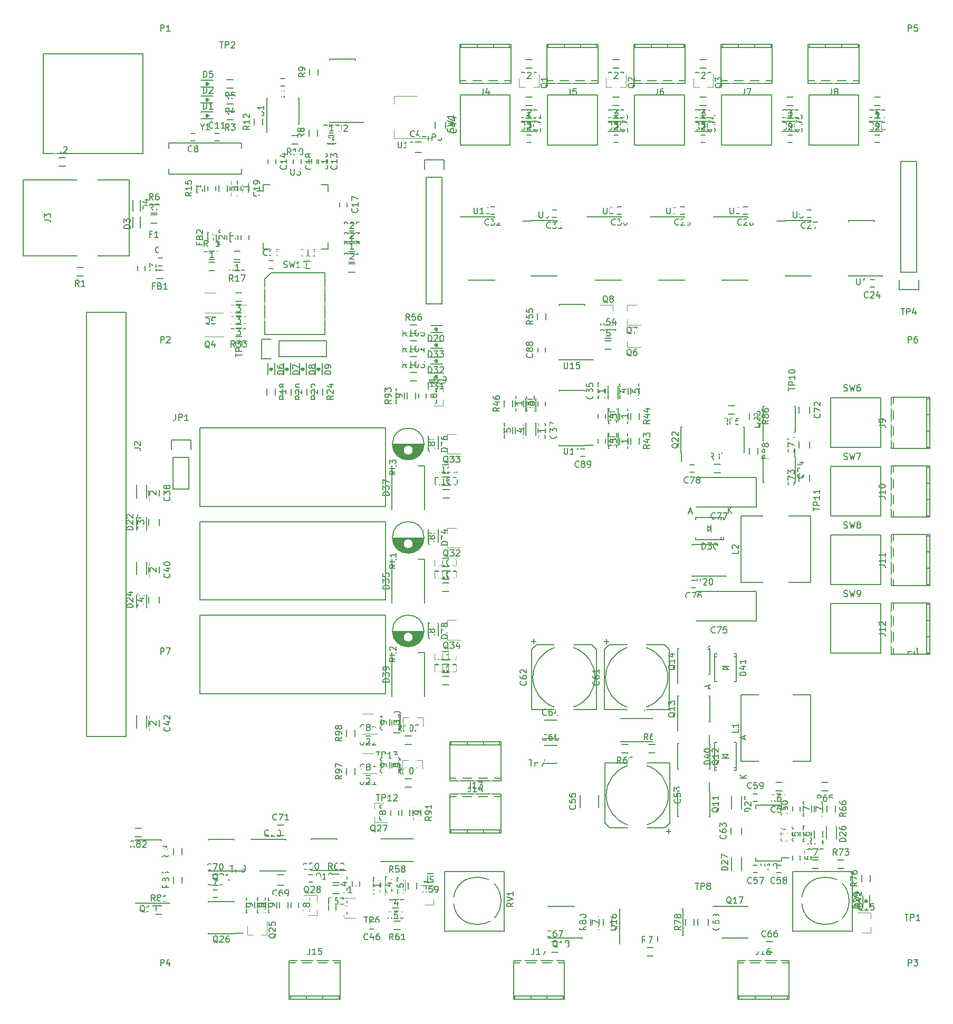
<source format=gto>
G04 #@! TF.GenerationSoftware,KiCad,Pcbnew,(2017-01-06 revision 5fee9b2)-master*
G04 #@! TF.CreationDate,2017-03-29T10:20:31-06:00*
G04 #@! TF.ProjectId,egse_proto,656773655F70726F746F2E6B69636164,1*
G04 #@! TF.FileFunction,Legend,Top*
G04 #@! TF.FilePolarity,Positive*
%FSLAX46Y46*%
G04 Gerber Fmt 4.6, Leading zero omitted, Abs format (unit mm)*
G04 Created by KiCad (PCBNEW (2017-01-06 revision 5fee9b2)-master) date Wednesday, March 29, 2017 'AMt' 10:20:31 AM*
%MOMM*%
%LPD*%
G01*
G04 APERTURE LIST*
%ADD10C,0.100000*%
%ADD11C,0.150000*%
%ADD12C,0.120000*%
%ADD13R,0.851600X1.301600*%
%ADD14R,1.301600X0.851600*%
%ADD15R,1.902460X3.601720*%
%ADD16O,2.101600X1.501600*%
%ADD17C,10.101600*%
%ADD18R,0.351600X1.101600*%
%ADD19R,1.101600X0.351600*%
%ADD20R,4.165600X2.641600*%
%ADD21R,5.501600X3.501600*%
%ADD22C,1.625600*%
%ADD23C,2.895600*%
%ADD24C,1.879600*%
%ADD25O,2.133600X1.828800*%
%ADD26R,2.133600X1.828800*%
%ADD27R,3.851600X2.801600*%
%ADD28R,1.498600X1.498600*%
%ADD29C,1.498600*%
%ADD30R,0.901600X1.001600*%
%ADD31R,1.351600X1.601600*%
%ADD32R,1.601600X1.351600*%
%ADD33R,2.601600X2.101600*%
%ADD34R,2.101600X2.601600*%
%ADD35R,2.601600X4.101600*%
%ADD36C,1.401600*%
%ADD37R,1.401600X1.401600*%
%ADD38R,3.601720X1.902460*%
%ADD39R,1.101600X1.101600*%
%ADD40R,1.601600X0.701600*%
%ADD41R,0.701600X1.601600*%
%ADD42R,1.651600X0.701600*%
%ADD43R,0.701600X1.651600*%
%ADD44R,1.301600X0.501600*%
%ADD45R,0.899160X0.899160*%
%ADD46R,1.101600X1.701600*%
%ADD47R,1.301600X1.001600*%
%ADD48R,1.001600X1.301600*%
%ADD49R,2.801600X3.301600*%
%ADD50R,2.101600X3.901600*%
%ADD51R,2.101600X1.601600*%
%ADD52R,1.001600X0.901600*%
%ADD53R,1.161600X0.751600*%
%ADD54R,0.751600X1.161600*%
%ADD55R,1.661600X0.751600*%
%ADD56C,1.201600*%
%ADD57O,2.100580X2.100580*%
%ADD58R,2.100580X2.100580*%
%ADD59R,1.828800X2.133600*%
%ADD60O,1.828800X2.133600*%
%ADD61C,2.601600*%
%ADD62R,5.702300X2.202180*%
%ADD63C,2.201600*%
%ADD64C,3.351600*%
%ADD65R,1.625600X1.625600*%
%ADD66R,2.753360X2.131060*%
%ADD67R,0.901600X0.701600*%
%ADD68C,3.911600*%
%ADD69C,3.101600*%
%ADD70C,5.101600*%
G04 APERTURE END LIST*
D10*
D11*
X77378000Y-138018000D02*
X77378000Y-137318000D01*
X78578000Y-137318000D02*
X78578000Y-138018000D01*
X78578000Y-130460000D02*
X78578000Y-131160000D01*
X77378000Y-131160000D02*
X77378000Y-130460000D01*
X108406000Y-88086000D02*
X107706000Y-88086000D01*
X107706000Y-86886000D02*
X108406000Y-86886000D01*
X102052000Y-70626000D02*
X102052000Y-71326000D01*
X100852000Y-71326000D02*
X100852000Y-70626000D01*
X132666060Y-119779560D02*
X132666060Y-124280440D01*
X129165940Y-119779560D02*
X129165940Y-124280440D01*
X132666060Y-124280440D02*
X132315540Y-124280440D01*
X132666060Y-119779560D02*
X132315540Y-119779560D01*
X129165940Y-119779560D02*
X129516460Y-119779560D01*
X129165940Y-124280440D02*
X129516460Y-124280440D01*
X132666060Y-120230860D02*
X132315540Y-120230860D01*
X129165940Y-120230860D02*
X129516460Y-120230860D01*
X131466000Y-121780000D02*
X130366000Y-121780000D01*
X130466000Y-122330000D02*
X130916000Y-121780000D01*
X131366000Y-122330000D02*
X130466000Y-122330000D01*
X130916000Y-121780000D02*
X131366000Y-122330000D01*
X129165940Y-138504440D02*
X129165940Y-134003560D01*
X132666060Y-138504440D02*
X132666060Y-134003560D01*
X129165940Y-134003560D02*
X129516460Y-134003560D01*
X129165940Y-138504440D02*
X129516460Y-138504440D01*
X132666060Y-138504440D02*
X132315540Y-138504440D01*
X132666060Y-134003560D02*
X132315540Y-134003560D01*
X129165940Y-138053140D02*
X129516460Y-138053140D01*
X132666060Y-138053140D02*
X132315540Y-138053140D01*
X130366000Y-136504000D02*
X131466000Y-136504000D01*
X131366000Y-135954000D02*
X130916000Y-136504000D01*
X130466000Y-135954000D02*
X131366000Y-135954000D01*
X130916000Y-136504000D02*
X130466000Y-135954000D01*
X57002000Y-59647600D02*
X57002000Y-68537600D01*
X57002000Y-68537600D02*
X66654000Y-68537600D01*
X66654000Y-68537600D02*
X66654000Y-58631600D01*
X66654000Y-58631600D02*
X58018000Y-58631600D01*
X57002000Y-59647600D02*
X58018000Y-58631600D01*
X56751600Y-45495000D02*
X55726600Y-45495000D01*
X67101600Y-44495000D02*
X66026600Y-44495000D01*
X67101600Y-54845000D02*
X66026600Y-54845000D01*
X56751600Y-54845000D02*
X57826600Y-54845000D01*
X56751600Y-44495000D02*
X57826600Y-44495000D01*
X56751600Y-54845000D02*
X56751600Y-53770000D01*
X67101600Y-54845000D02*
X67101600Y-53770000D01*
X67101600Y-44495000D02*
X67101600Y-45570000D01*
X56751600Y-44495000D02*
X56751600Y-45495000D01*
X144644000Y-108330000D02*
X144644000Y-102980000D01*
X140694000Y-108330000D02*
X144644000Y-108330000D01*
X144644000Y-97630000D02*
X144644000Y-102980000D01*
X140694000Y-97630000D02*
X144644000Y-97630000D01*
X133444000Y-97630000D02*
X133444000Y-102980000D01*
X137394000Y-97630000D02*
X133444000Y-97630000D01*
X133444000Y-108330000D02*
X133444000Y-102980000D01*
X137394000Y-108330000D02*
X133444000Y-108330000D01*
X137394000Y-137032000D02*
X133444000Y-137032000D01*
X133444000Y-137032000D02*
X133444000Y-131682000D01*
X137394000Y-126332000D02*
X133444000Y-126332000D01*
X133444000Y-126332000D02*
X133444000Y-131682000D01*
X140694000Y-126332000D02*
X144644000Y-126332000D01*
X144644000Y-126332000D02*
X144644000Y-131682000D01*
X140694000Y-137032000D02*
X144644000Y-137032000D01*
X144644000Y-137032000D02*
X144644000Y-131682000D01*
X141761800Y-164244800D02*
X151286800Y-164244800D01*
X141761800Y-154719800D02*
X141761800Y-164244800D01*
X151286800Y-154719800D02*
X141761800Y-154719800D01*
X151286800Y-164244800D02*
X151286800Y-154719800D01*
X150778800Y-159418800D02*
G75*
G03X150778800Y-159418800I-3810000J0D01*
G01*
X94898800Y-159418800D02*
G75*
G03X94898800Y-159418800I-3810000J0D01*
G01*
X95406800Y-164244800D02*
X95406800Y-154719800D01*
X95406800Y-154719800D02*
X85881800Y-154719800D01*
X85881800Y-154719800D02*
X85881800Y-164244800D01*
X85881800Y-164244800D02*
X95406800Y-164244800D01*
X161930000Y-61350000D02*
X158830000Y-61350000D01*
X161930000Y-59800000D02*
X161930000Y-61350000D01*
X159110000Y-58530000D02*
X161650000Y-58530000D01*
X158830000Y-61350000D02*
X158830000Y-59800000D01*
X161650000Y-40750000D02*
X161650000Y-58530000D01*
X159110000Y-40750000D02*
X161650000Y-40750000D01*
X159110000Y-58530000D02*
X159110000Y-40750000D01*
X82630000Y-40470000D02*
X85730000Y-40470000D01*
X82630000Y-42020000D02*
X82630000Y-40470000D01*
X85450000Y-43290000D02*
X82910000Y-43290000D01*
X85730000Y-40470000D02*
X85730000Y-42020000D01*
X82910000Y-63610000D02*
X82910000Y-43290000D01*
X85450000Y-63610000D02*
X82910000Y-63610000D01*
X85450000Y-43290000D02*
X85450000Y-63610000D01*
X135850000Y-96186000D02*
X126250000Y-96186000D01*
X135850000Y-91486000D02*
X126250000Y-91486000D01*
X135850000Y-96186000D02*
X135850000Y-91486000D01*
X135850000Y-114474000D02*
X126250000Y-114474000D01*
X135850000Y-109774000D02*
X126250000Y-109774000D01*
X135850000Y-114474000D02*
X135850000Y-109774000D01*
X124350000Y-30100000D02*
X116350000Y-30100000D01*
X124350000Y-38100000D02*
X124350000Y-30100000D01*
X116350000Y-38100000D02*
X124350000Y-38100000D01*
X116350000Y-30100000D02*
X116350000Y-38100000D01*
X96382000Y-30100000D02*
X88382000Y-30100000D01*
X96382000Y-38100000D02*
X96382000Y-30100000D01*
X88382000Y-38100000D02*
X96382000Y-38100000D01*
X88382000Y-30100000D02*
X88382000Y-38100000D01*
X110366000Y-30100000D02*
X102366000Y-30100000D01*
X110366000Y-38100000D02*
X110366000Y-30100000D01*
X102366000Y-38100000D02*
X110366000Y-38100000D01*
X102366000Y-30100000D02*
X102366000Y-38100000D01*
X138334000Y-30100000D02*
X130334000Y-30100000D01*
X138334000Y-38100000D02*
X138334000Y-30100000D01*
X130334000Y-38100000D02*
X138334000Y-38100000D01*
X130334000Y-30100000D02*
X130334000Y-38100000D01*
X152318000Y-30100000D02*
X144318000Y-30100000D01*
X152318000Y-38100000D02*
X152318000Y-30100000D01*
X144318000Y-38100000D02*
X152318000Y-38100000D01*
X144318000Y-30100000D02*
X144318000Y-38100000D01*
X155835000Y-86683000D02*
X155835000Y-78683000D01*
X147835000Y-86683000D02*
X155835000Y-86683000D01*
X147835000Y-78683000D02*
X147835000Y-86683000D01*
X155835000Y-78683000D02*
X147835000Y-78683000D01*
X155835000Y-97689666D02*
X155835000Y-89689666D01*
X147835000Y-97689666D02*
X155835000Y-97689666D01*
X147835000Y-89689666D02*
X147835000Y-97689666D01*
X155835000Y-89689666D02*
X147835000Y-89689666D01*
X155835000Y-108696332D02*
X155835000Y-100696332D01*
X147835000Y-108696332D02*
X155835000Y-108696332D01*
X147835000Y-100696332D02*
X147835000Y-108696332D01*
X155835000Y-100696332D02*
X147835000Y-100696332D01*
X155835000Y-119702998D02*
X155835000Y-111702998D01*
X147835000Y-119702998D02*
X155835000Y-119702998D01*
X147835000Y-111702998D02*
X147835000Y-119702998D01*
X155835000Y-111702998D02*
X147835000Y-111702998D01*
D12*
X54152000Y-164860000D02*
X54152000Y-163400000D01*
X57312000Y-164860000D02*
X57312000Y-162700000D01*
X57312000Y-164860000D02*
X56382000Y-164860000D01*
X54152000Y-164860000D02*
X55082000Y-164860000D01*
D11*
X73908000Y-140504000D02*
X73208000Y-140504000D01*
X73208000Y-139304000D02*
X73908000Y-139304000D01*
X82860000Y-78014000D02*
X82860000Y-78714000D01*
X81660000Y-78714000D02*
X81660000Y-78014000D01*
X61228000Y-160450000D02*
X61228000Y-159750000D01*
X62428000Y-159750000D02*
X62428000Y-160450000D01*
X78446600Y-144929600D02*
X78446600Y-145629600D01*
X77246600Y-145629600D02*
X77246600Y-144929600D01*
X49350000Y-158891117D02*
X48650000Y-158891117D01*
X48650000Y-157691117D02*
X49350000Y-157691117D01*
X125932000Y-90626000D02*
X125232000Y-90626000D01*
X125232000Y-89426000D02*
X125932000Y-89426000D01*
X126186000Y-109168000D02*
X125486000Y-109168000D01*
X125486000Y-107968000D02*
X126186000Y-107968000D01*
X141746000Y-144986000D02*
X141746000Y-144286000D01*
X142946000Y-144286000D02*
X142946000Y-144986000D01*
X136092000Y-143458000D02*
X135392000Y-143458000D01*
X135392000Y-142258000D02*
X136092000Y-142258000D01*
X139836000Y-154888000D02*
X139136000Y-154888000D01*
X139136000Y-153688000D02*
X139836000Y-153688000D01*
X135392000Y-153688000D02*
X136092000Y-153688000D01*
X136092000Y-154888000D02*
X135392000Y-154888000D01*
X143524000Y-149050000D02*
X143524000Y-148350000D01*
X144724000Y-148350000D02*
X144724000Y-149050000D01*
X99732000Y-37700000D02*
X99032000Y-37700000D01*
X99032000Y-36500000D02*
X99732000Y-36500000D01*
X73908000Y-134154000D02*
X73208000Y-134154000D01*
X73208000Y-132954000D02*
X73908000Y-132954000D01*
X113016000Y-36500000D02*
X113716000Y-36500000D01*
X113716000Y-37700000D02*
X113016000Y-37700000D01*
X127700000Y-37700000D02*
X127000000Y-37700000D01*
X127000000Y-36500000D02*
X127700000Y-36500000D01*
X154837200Y-60908000D02*
X154137200Y-60908000D01*
X154137200Y-59708000D02*
X154837200Y-59708000D01*
X141684000Y-37700000D02*
X140984000Y-37700000D01*
X140984000Y-36500000D02*
X141684000Y-36500000D01*
X154968000Y-36500000D02*
X155668000Y-36500000D01*
X155668000Y-37700000D02*
X154968000Y-37700000D01*
X144028000Y-48532000D02*
X144728000Y-48532000D01*
X144728000Y-49732000D02*
X144028000Y-49732000D01*
X134502000Y-49224000D02*
X133802000Y-49224000D01*
X133802000Y-48024000D02*
X134502000Y-48024000D01*
X114248000Y-49224000D02*
X113548000Y-49224000D01*
X113548000Y-48024000D02*
X114248000Y-48024000D01*
X93228000Y-48024000D02*
X93928000Y-48024000D01*
X93928000Y-49224000D02*
X93228000Y-49224000D01*
X111704000Y-85262301D02*
X111704000Y-85962301D01*
X110504000Y-85962301D02*
X110504000Y-85262301D01*
X110504000Y-81974000D02*
X110504000Y-81274000D01*
X111704000Y-81274000D02*
X111704000Y-81974000D01*
X110504000Y-77930000D02*
X110504000Y-77230000D01*
X111704000Y-77230000D02*
X111704000Y-77930000D01*
X102052000Y-79262000D02*
X102052000Y-79962000D01*
X100852000Y-79962000D02*
X100852000Y-79262000D01*
X102052000Y-83580000D02*
X102052000Y-84280000D01*
X100852000Y-84280000D02*
X100852000Y-83580000D01*
X142946000Y-148350000D02*
X142946000Y-149050000D01*
X141746000Y-149050000D02*
X141746000Y-148350000D01*
X142946000Y-152160000D02*
X142946000Y-152860000D01*
X141746000Y-152860000D02*
X141746000Y-152160000D01*
X139202000Y-142258000D02*
X139902000Y-142258000D01*
X139902000Y-143458000D02*
X139202000Y-143458000D01*
X64018000Y-155212000D02*
X64718000Y-155212000D01*
X64718000Y-156412000D02*
X64018000Y-156412000D01*
X67218000Y-160878000D02*
X67218000Y-160178000D01*
X68418000Y-160178000D02*
X68418000Y-160878000D01*
X71028000Y-157068000D02*
X71028000Y-156368000D01*
X72228000Y-156368000D02*
X72228000Y-157068000D01*
X74436000Y-157178000D02*
X74436000Y-156478000D01*
X75636000Y-156478000D02*
X75636000Y-157178000D01*
X77734000Y-161054000D02*
X78434000Y-161054000D01*
X78434000Y-162254000D02*
X77734000Y-162254000D01*
X73818000Y-162722000D02*
X74518000Y-162722000D01*
X74518000Y-163922000D02*
X73818000Y-163922000D01*
X86046000Y-35408000D02*
X86046000Y-34408000D01*
X84346000Y-34408000D02*
X84346000Y-35408000D01*
X81140000Y-39314000D02*
X82140000Y-39314000D01*
X82140000Y-37614000D02*
X81140000Y-37614000D01*
X38372000Y-130420000D02*
X38372000Y-131420000D01*
X40072000Y-131420000D02*
X40072000Y-130420000D01*
X38372000Y-110608000D02*
X38372000Y-111608000D01*
X40072000Y-111608000D02*
X40072000Y-110608000D01*
X38372000Y-105782000D02*
X38372000Y-106782000D01*
X40072000Y-106782000D02*
X40072000Y-105782000D01*
X38372000Y-98162000D02*
X38372000Y-99162000D01*
X40072000Y-99162000D02*
X40072000Y-98162000D01*
X38372000Y-93471579D02*
X38372000Y-94471579D01*
X40072000Y-94471579D02*
X40072000Y-93471579D01*
X142766000Y-85716000D02*
X142766000Y-86716000D01*
X144466000Y-86716000D02*
X144466000Y-85716000D01*
X133544000Y-148692000D02*
X133544000Y-147692000D01*
X131844000Y-147692000D02*
X131844000Y-148692000D01*
X138528000Y-165996000D02*
X137528000Y-165996000D01*
X137528000Y-167696000D02*
X138528000Y-167696000D01*
X103040000Y-167696000D02*
X104040000Y-167696000D01*
X104040000Y-165996000D02*
X103040000Y-165996000D01*
X128210000Y-163346000D02*
X128210000Y-162346000D01*
X126510000Y-162346000D02*
X126510000Y-163346000D01*
X60042000Y-155250000D02*
X59042000Y-155250000D01*
X59042000Y-156950000D02*
X60042000Y-156950000D01*
X49500000Y-155250000D02*
X48500000Y-155250000D01*
X48500000Y-156950000D02*
X49500000Y-156950000D01*
X59042000Y-148950000D02*
X60042000Y-148950000D01*
X60042000Y-147250000D02*
X59042000Y-147250000D01*
X144466000Y-81128000D02*
X144466000Y-80128000D01*
X142766000Y-80128000D02*
X142766000Y-81128000D01*
X144466000Y-92050000D02*
X144466000Y-91050000D01*
X142766000Y-91050000D02*
X142766000Y-92050000D01*
X110593400Y-144433800D02*
X110593400Y-142433800D01*
X107643400Y-142433800D02*
X107643400Y-144433800D01*
X103850000Y-130443000D02*
X101850000Y-130443000D01*
X101850000Y-133393000D02*
X103850000Y-133393000D01*
X101850000Y-137393000D02*
X103850000Y-137393000D01*
X103850000Y-134443000D02*
X101850000Y-134443000D01*
X111582200Y-146913600D02*
X111582200Y-137261600D01*
X112344200Y-147675600D02*
X111582200Y-146913600D01*
X121996200Y-146913600D02*
X121234200Y-147675600D01*
X121996200Y-137261600D02*
X121996200Y-146913600D01*
X115227100Y-137718800D02*
G75*
G03X115227100Y-147218400I1562100J-4749800D01*
G01*
X118351300Y-147218400D02*
G75*
G03X118351300Y-137718800I-1562100J4749800D01*
G01*
X111582200Y-137261600D02*
X115227100Y-137261600D01*
X121996200Y-137261600D02*
X118351300Y-137261600D01*
X121234200Y-147675600D02*
X118351300Y-147675600D01*
X112344200Y-147675600D02*
X115227100Y-147675600D01*
X121137000Y-118347000D02*
X118254100Y-118347000D01*
X112247000Y-118347000D02*
X115129900Y-118347000D01*
X111485000Y-128761000D02*
X115129900Y-128761000D01*
X121899000Y-128761000D02*
X118254100Y-128761000D01*
X115129900Y-118804200D02*
G75*
G03X115129900Y-128303800I1562100J-4749800D01*
G01*
X118254100Y-128303800D02*
G75*
G03X118254100Y-118804200I-1562100J4749800D01*
G01*
X111485000Y-128761000D02*
X111485000Y-119109000D01*
X111485000Y-119109000D02*
X112247000Y-118347000D01*
X121137000Y-118347000D02*
X121899000Y-119109000D01*
X121899000Y-119109000D02*
X121899000Y-128761000D01*
X110215000Y-119109000D02*
X110215000Y-128761000D01*
X109453000Y-118347000D02*
X110215000Y-119109000D01*
X99801000Y-119109000D02*
X100563000Y-118347000D01*
X99801000Y-128761000D02*
X99801000Y-119109000D01*
X106570100Y-128303800D02*
G75*
G03X106570100Y-118804200I-1562100J4749800D01*
G01*
X103445900Y-118804200D02*
G75*
G03X103445900Y-128303800I1562100J-4749800D01*
G01*
X110215000Y-128761000D02*
X106570100Y-128761000D01*
X99801000Y-128761000D02*
X103445900Y-128761000D01*
X100563000Y-118347000D02*
X103445900Y-118347000D01*
X109453000Y-118347000D02*
X106570100Y-118347000D01*
X82537500Y-116100000D02*
G75*
G03X82537500Y-116100000I-2537500J0D01*
G01*
X80800000Y-117100000D02*
G75*
G03X80800000Y-117100000I-800000J0D01*
G01*
X80472000Y-118555000D02*
X79528000Y-118555000D01*
X80944000Y-118415000D02*
X79056000Y-118415000D01*
X81233000Y-118275000D02*
X78767000Y-118275000D01*
X81452000Y-118135000D02*
X78548000Y-118135000D01*
X81631000Y-117995000D02*
X78369000Y-117995000D01*
X79735000Y-117855000D02*
X78220000Y-117855000D01*
X81780000Y-117855000D02*
X80265000Y-117855000D01*
X79488000Y-117715000D02*
X78092000Y-117715000D01*
X81908000Y-117715000D02*
X80512000Y-117715000D01*
X79356000Y-117575000D02*
X77981000Y-117575000D01*
X82019000Y-117575000D02*
X80644000Y-117575000D01*
X79274000Y-117435000D02*
X77886000Y-117435000D01*
X82114000Y-117435000D02*
X80726000Y-117435000D01*
X79224000Y-117295000D02*
X77804000Y-117295000D01*
X82196000Y-117295000D02*
X80776000Y-117295000D01*
X79202000Y-117155000D02*
X77734000Y-117155000D01*
X82266000Y-117155000D02*
X80798000Y-117155000D01*
X79205000Y-117015000D02*
X77673000Y-117015000D01*
X82327000Y-117015000D02*
X80795000Y-117015000D01*
X79232000Y-116875000D02*
X77623000Y-116875000D01*
X82377000Y-116875000D02*
X80768000Y-116875000D01*
X79288000Y-116735000D02*
X77582000Y-116735000D01*
X82418000Y-116735000D02*
X80712000Y-116735000D01*
X79380000Y-116595000D02*
X77549000Y-116595000D01*
X82451000Y-116595000D02*
X80620000Y-116595000D01*
X79527000Y-116455000D02*
X77525000Y-116455000D01*
X82475000Y-116455000D02*
X80473000Y-116455000D01*
X79846000Y-116315000D02*
X77509000Y-116315000D01*
X82491000Y-116315000D02*
X80154000Y-116315000D01*
X82499000Y-116175000D02*
X77501000Y-116175000D01*
X82499000Y-86175000D02*
X77501000Y-86175000D01*
X82491000Y-86315000D02*
X80154000Y-86315000D01*
X79846000Y-86315000D02*
X77509000Y-86315000D01*
X82475000Y-86455000D02*
X80473000Y-86455000D01*
X79527000Y-86455000D02*
X77525000Y-86455000D01*
X82451000Y-86595000D02*
X80620000Y-86595000D01*
X79380000Y-86595000D02*
X77549000Y-86595000D01*
X82418000Y-86735000D02*
X80712000Y-86735000D01*
X79288000Y-86735000D02*
X77582000Y-86735000D01*
X82377000Y-86875000D02*
X80768000Y-86875000D01*
X79232000Y-86875000D02*
X77623000Y-86875000D01*
X82327000Y-87015000D02*
X80795000Y-87015000D01*
X79205000Y-87015000D02*
X77673000Y-87015000D01*
X82266000Y-87155000D02*
X80798000Y-87155000D01*
X79202000Y-87155000D02*
X77734000Y-87155000D01*
X82196000Y-87295000D02*
X80776000Y-87295000D01*
X79224000Y-87295000D02*
X77804000Y-87295000D01*
X82114000Y-87435000D02*
X80726000Y-87435000D01*
X79274000Y-87435000D02*
X77886000Y-87435000D01*
X82019000Y-87575000D02*
X80644000Y-87575000D01*
X79356000Y-87575000D02*
X77981000Y-87575000D01*
X81908000Y-87715000D02*
X80512000Y-87715000D01*
X79488000Y-87715000D02*
X78092000Y-87715000D01*
X81780000Y-87855000D02*
X80265000Y-87855000D01*
X79735000Y-87855000D02*
X78220000Y-87855000D01*
X81631000Y-87995000D02*
X78369000Y-87995000D01*
X81452000Y-88135000D02*
X78548000Y-88135000D01*
X81233000Y-88275000D02*
X78767000Y-88275000D01*
X80944000Y-88415000D02*
X79056000Y-88415000D01*
X80472000Y-88555000D02*
X79528000Y-88555000D01*
X80800000Y-87100000D02*
G75*
G03X80800000Y-87100000I-800000J0D01*
G01*
X82537500Y-86100000D02*
G75*
G03X82537500Y-86100000I-2537500J0D01*
G01*
X82537500Y-101100000D02*
G75*
G03X82537500Y-101100000I-2537500J0D01*
G01*
X80800000Y-102100000D02*
G75*
G03X80800000Y-102100000I-800000J0D01*
G01*
X80472000Y-103555000D02*
X79528000Y-103555000D01*
X80944000Y-103415000D02*
X79056000Y-103415000D01*
X81233000Y-103275000D02*
X78767000Y-103275000D01*
X81452000Y-103135000D02*
X78548000Y-103135000D01*
X81631000Y-102995000D02*
X78369000Y-102995000D01*
X79735000Y-102855000D02*
X78220000Y-102855000D01*
X81780000Y-102855000D02*
X80265000Y-102855000D01*
X79488000Y-102715000D02*
X78092000Y-102715000D01*
X81908000Y-102715000D02*
X80512000Y-102715000D01*
X79356000Y-102575000D02*
X77981000Y-102575000D01*
X82019000Y-102575000D02*
X80644000Y-102575000D01*
X79274000Y-102435000D02*
X77886000Y-102435000D01*
X82114000Y-102435000D02*
X80726000Y-102435000D01*
X79224000Y-102295000D02*
X77804000Y-102295000D01*
X82196000Y-102295000D02*
X80776000Y-102295000D01*
X79202000Y-102155000D02*
X77734000Y-102155000D01*
X82266000Y-102155000D02*
X80798000Y-102155000D01*
X79205000Y-102015000D02*
X77673000Y-102015000D01*
X82327000Y-102015000D02*
X80795000Y-102015000D01*
X79232000Y-101875000D02*
X77623000Y-101875000D01*
X82377000Y-101875000D02*
X80768000Y-101875000D01*
X79288000Y-101735000D02*
X77582000Y-101735000D01*
X82418000Y-101735000D02*
X80712000Y-101735000D01*
X79380000Y-101595000D02*
X77549000Y-101595000D01*
X82451000Y-101595000D02*
X80620000Y-101595000D01*
X79527000Y-101455000D02*
X77525000Y-101455000D01*
X82475000Y-101455000D02*
X80473000Y-101455000D01*
X79846000Y-101315000D02*
X77509000Y-101315000D01*
X82491000Y-101315000D02*
X80154000Y-101315000D01*
X82499000Y-101175000D02*
X77501000Y-101175000D01*
X130626440Y-101428060D02*
X126125560Y-101428060D01*
X130626440Y-97927940D02*
X126125560Y-97927940D01*
X126125560Y-101428060D02*
X126125560Y-101077540D01*
X130626440Y-101428060D02*
X130626440Y-101077540D01*
X130626440Y-97927940D02*
X130626440Y-98278460D01*
X126125560Y-97927940D02*
X126125560Y-98278460D01*
X130175140Y-101428060D02*
X130175140Y-101077540D01*
X130175140Y-97927940D02*
X130175140Y-98278460D01*
X128626000Y-100228000D02*
X128626000Y-99128000D01*
X128076000Y-99228000D02*
X128626000Y-99678000D01*
X128076000Y-100128000D02*
X128076000Y-99228000D01*
X128626000Y-99678000D02*
X128076000Y-100128000D01*
X36390000Y-99962000D02*
X36390000Y-97862000D01*
X37990000Y-99962000D02*
X37990000Y-97862000D01*
X83200000Y-114800000D02*
X83200000Y-116900000D01*
X84800000Y-114800000D02*
X84800000Y-116900000D01*
X84800000Y-84800000D02*
X84800000Y-86900000D01*
X83200000Y-84800000D02*
X83200000Y-86900000D01*
X83200000Y-99800000D02*
X83200000Y-101900000D01*
X84800000Y-99800000D02*
X84800000Y-101900000D01*
X133494000Y-142574000D02*
X133494000Y-144674000D01*
X131894000Y-142574000D02*
X131894000Y-144674000D01*
X133494000Y-154572000D02*
X133494000Y-152472000D01*
X131894000Y-154572000D02*
X131894000Y-152472000D01*
X148734000Y-147400000D02*
X148734000Y-149500000D01*
X147134000Y-147400000D02*
X147134000Y-149500000D01*
X113682000Y-78880000D02*
X113682000Y-76780000D01*
X112082000Y-78880000D02*
X112082000Y-76780000D01*
X98874000Y-80892000D02*
X98874000Y-78792000D01*
X100474000Y-80892000D02*
X100474000Y-78792000D01*
X36390000Y-92671579D02*
X36390000Y-94771579D01*
X37990000Y-92671579D02*
X37990000Y-94771579D01*
X37990000Y-129620000D02*
X37990000Y-131720000D01*
X36390000Y-129620000D02*
X36390000Y-131720000D01*
X36390000Y-104982000D02*
X36390000Y-107082000D01*
X37990000Y-104982000D02*
X37990000Y-107082000D01*
X36390000Y-112408000D02*
X36390000Y-110308000D01*
X37990000Y-112408000D02*
X37990000Y-110308000D01*
X154835000Y-59170000D02*
X154835000Y-59145000D01*
X150685000Y-59170000D02*
X150685000Y-59055000D01*
X150685000Y-50270000D02*
X150685000Y-50385000D01*
X154835000Y-50270000D02*
X154835000Y-50385000D01*
X154835000Y-59170000D02*
X150685000Y-59170000D01*
X154835000Y-50270000D02*
X150685000Y-50270000D01*
X154835000Y-59145000D02*
X156210000Y-59145000D01*
X99725000Y-50270000D02*
X99725000Y-50295000D01*
X103875000Y-50270000D02*
X103875000Y-50385000D01*
X103875000Y-59170000D02*
X103875000Y-59055000D01*
X99725000Y-59170000D02*
X99725000Y-59055000D01*
X99725000Y-50270000D02*
X103875000Y-50270000D01*
X99725000Y-59170000D02*
X103875000Y-59170000D01*
X99725000Y-50295000D02*
X98350000Y-50295000D01*
X108353000Y-86345000D02*
X109728000Y-86345000D01*
X108353000Y-77470000D02*
X104203000Y-77470000D01*
X108353000Y-86370000D02*
X104203000Y-86370000D01*
X108353000Y-77470000D02*
X108353000Y-77585000D01*
X104203000Y-77470000D02*
X104203000Y-77585000D01*
X104203000Y-86370000D02*
X104203000Y-86255000D01*
X108353000Y-86370000D02*
X108353000Y-86345000D01*
X108353000Y-72632000D02*
X108353000Y-72607000D01*
X104203000Y-72632000D02*
X104203000Y-72517000D01*
X104203000Y-63732000D02*
X104203000Y-63847000D01*
X108353000Y-63732000D02*
X108353000Y-63847000D01*
X108353000Y-72632000D02*
X104203000Y-72632000D01*
X108353000Y-63732000D02*
X104203000Y-63732000D01*
X108353000Y-72607000D02*
X109728000Y-72607000D01*
X140525000Y-50295000D02*
X139150000Y-50295000D01*
X140525000Y-59170000D02*
X144675000Y-59170000D01*
X140525000Y-50270000D02*
X144675000Y-50270000D01*
X140525000Y-59170000D02*
X140525000Y-59055000D01*
X144675000Y-59170000D02*
X144675000Y-59055000D01*
X144675000Y-50270000D02*
X144675000Y-50385000D01*
X140525000Y-50270000D02*
X140525000Y-50295000D01*
X89725000Y-49670000D02*
X88350000Y-49670000D01*
X89725000Y-59795000D02*
X93875000Y-59795000D01*
X89725000Y-49645000D02*
X93875000Y-49645000D01*
X89725000Y-59795000D02*
X89725000Y-59690000D01*
X93875000Y-59795000D02*
X93875000Y-59690000D01*
X93875000Y-49645000D02*
X93875000Y-49750000D01*
X89725000Y-49645000D02*
X89725000Y-49670000D01*
X110045000Y-49645000D02*
X110045000Y-49670000D01*
X114195000Y-49645000D02*
X114195000Y-49750000D01*
X114195000Y-59795000D02*
X114195000Y-59690000D01*
X110045000Y-59795000D02*
X110045000Y-59690000D01*
X110045000Y-49645000D02*
X114195000Y-49645000D01*
X110045000Y-59795000D02*
X114195000Y-59795000D01*
X110045000Y-49670000D02*
X108670000Y-49670000D01*
X120205000Y-49670000D02*
X118830000Y-49670000D01*
X120205000Y-59795000D02*
X124355000Y-59795000D01*
X120205000Y-49645000D02*
X124355000Y-49645000D01*
X120205000Y-59795000D02*
X120205000Y-59690000D01*
X124355000Y-59795000D02*
X124355000Y-59690000D01*
X124355000Y-49645000D02*
X124355000Y-49750000D01*
X120205000Y-49645000D02*
X120205000Y-49670000D01*
X130365000Y-49645000D02*
X130365000Y-49670000D01*
X134515000Y-49645000D02*
X134515000Y-49750000D01*
X134515000Y-59795000D02*
X134515000Y-59690000D01*
X130365000Y-59795000D02*
X130365000Y-59690000D01*
X130365000Y-49645000D02*
X134515000Y-49645000D01*
X130365000Y-59795000D02*
X134515000Y-59795000D01*
X130365000Y-49670000D02*
X128990000Y-49670000D01*
X113950000Y-164921000D02*
X113950000Y-166296000D01*
X124075000Y-164921000D02*
X124075000Y-160771000D01*
X113925000Y-164921000D02*
X113925000Y-160771000D01*
X124075000Y-164921000D02*
X123970000Y-164921000D01*
X124075000Y-160771000D02*
X123970000Y-160771000D01*
X113925000Y-160771000D02*
X114030000Y-160771000D01*
X113925000Y-164921000D02*
X113950000Y-164921000D01*
X40345000Y-159793000D02*
X40345000Y-159768000D01*
X36195000Y-159793000D02*
X36195000Y-159688000D01*
X36195000Y-149643000D02*
X36195000Y-149748000D01*
X40345000Y-149643000D02*
X40345000Y-149748000D01*
X40345000Y-159793000D02*
X36195000Y-159793000D01*
X40345000Y-149643000D02*
X36195000Y-149643000D01*
X40345000Y-159768000D02*
X41720000Y-159768000D01*
X123834166Y-87513930D02*
X123834166Y-88888930D01*
X133959166Y-87513930D02*
X133959166Y-83363930D01*
X123809166Y-87513930D02*
X123809166Y-83363930D01*
X133959166Y-87513930D02*
X133854166Y-87513930D01*
X133959166Y-83363930D02*
X133854166Y-83363930D01*
X123809166Y-83363930D02*
X123914166Y-83363930D01*
X123809166Y-87513930D02*
X123834166Y-87513930D01*
X129689000Y-107283000D02*
X131089000Y-107283000D01*
X129689000Y-102183000D02*
X125539000Y-102183000D01*
X129689000Y-107333000D02*
X125539000Y-107333000D01*
X129689000Y-102183000D02*
X129689000Y-102328000D01*
X125539000Y-102183000D02*
X125539000Y-102328000D01*
X125539000Y-107333000D02*
X125539000Y-107188000D01*
X129689000Y-107333000D02*
X129689000Y-107283000D01*
X68609814Y-154586138D02*
X68609814Y-154536138D01*
X64459814Y-154586138D02*
X64459814Y-154441138D01*
X64459814Y-149436138D02*
X64459814Y-149581138D01*
X68609814Y-149436138D02*
X68609814Y-149581138D01*
X68609814Y-154586138D02*
X64459814Y-154586138D01*
X68609814Y-149436138D02*
X64459814Y-149436138D01*
X68609814Y-154536138D02*
X70009814Y-154536138D01*
X128361000Y-141799000D02*
X128361000Y-140399000D01*
X123261000Y-141799000D02*
X123261000Y-145949000D01*
X128411000Y-141799000D02*
X128411000Y-145949000D01*
X123261000Y-141799000D02*
X123406000Y-141799000D01*
X123261000Y-145949000D02*
X123406000Y-145949000D01*
X128411000Y-145949000D02*
X128266000Y-145949000D01*
X128411000Y-141799000D02*
X128361000Y-141799000D01*
X128411000Y-134179000D02*
X128361000Y-134179000D01*
X128411000Y-138329000D02*
X128266000Y-138329000D01*
X123261000Y-138329000D02*
X123406000Y-138329000D01*
X123261000Y-134179000D02*
X123406000Y-134179000D01*
X128411000Y-134179000D02*
X128411000Y-138329000D01*
X123261000Y-134179000D02*
X123261000Y-138329000D01*
X128361000Y-134179000D02*
X128361000Y-132779000D01*
X123311000Y-130709000D02*
X123311000Y-132109000D01*
X128411000Y-130709000D02*
X128411000Y-126559000D01*
X123261000Y-130709000D02*
X123261000Y-126559000D01*
X128411000Y-130709000D02*
X128266000Y-130709000D01*
X128411000Y-126559000D02*
X128266000Y-126559000D01*
X123261000Y-126559000D02*
X123406000Y-126559000D01*
X123261000Y-130709000D02*
X123311000Y-130709000D01*
X123261000Y-123089000D02*
X123311000Y-123089000D01*
X123261000Y-118939000D02*
X123406000Y-118939000D01*
X128411000Y-118939000D02*
X128266000Y-118939000D01*
X128411000Y-123089000D02*
X128266000Y-123089000D01*
X123261000Y-123089000D02*
X123261000Y-118939000D01*
X128411000Y-123089000D02*
X128411000Y-118939000D01*
X123311000Y-123089000D02*
X123311000Y-124489000D01*
X130369000Y-160321000D02*
X128969000Y-160321000D01*
X130369000Y-165421000D02*
X134519000Y-165421000D01*
X130369000Y-160271000D02*
X134519000Y-160271000D01*
X130369000Y-165421000D02*
X130369000Y-165276000D01*
X134519000Y-165421000D02*
X134519000Y-165276000D01*
X134519000Y-160271000D02*
X134519000Y-160416000D01*
X130369000Y-160271000D02*
X130369000Y-160321000D01*
X106615000Y-165421000D02*
X106615000Y-165371000D01*
X102465000Y-165421000D02*
X102465000Y-165276000D01*
X102465000Y-160271000D02*
X102465000Y-160416000D01*
X106615000Y-160271000D02*
X106615000Y-160416000D01*
X106615000Y-165421000D02*
X102465000Y-165421000D01*
X106615000Y-160271000D02*
X102465000Y-160271000D01*
X106615000Y-165371000D02*
X108015000Y-165371000D01*
X56179000Y-149575000D02*
X54779000Y-149575000D01*
X56179000Y-154675000D02*
X60329000Y-154675000D01*
X56179000Y-149525000D02*
X60329000Y-149525000D01*
X56179000Y-154675000D02*
X56179000Y-154530000D01*
X60329000Y-154675000D02*
X60329000Y-154530000D01*
X60329000Y-149525000D02*
X60329000Y-149670000D01*
X56179000Y-149525000D02*
X56179000Y-149575000D01*
X52075000Y-154675000D02*
X52075000Y-154625000D01*
X47925000Y-154675000D02*
X47925000Y-154530000D01*
X47925000Y-149525000D02*
X47925000Y-149670000D01*
X52075000Y-149525000D02*
X52075000Y-149670000D01*
X52075000Y-154675000D02*
X47925000Y-154675000D01*
X52075000Y-149525000D02*
X47925000Y-149525000D01*
X52075000Y-154625000D02*
X53475000Y-154625000D01*
X137027000Y-84227000D02*
X137027000Y-85627000D01*
X142127000Y-84227000D02*
X142127000Y-80077000D01*
X136977000Y-84227000D02*
X136977000Y-80077000D01*
X142127000Y-84227000D02*
X141982000Y-84227000D01*
X142127000Y-80077000D02*
X141982000Y-80077000D01*
X136977000Y-80077000D02*
X137122000Y-80077000D01*
X136977000Y-84227000D02*
X137027000Y-84227000D01*
X142127000Y-88205000D02*
X142077000Y-88205000D01*
X142127000Y-92355000D02*
X141982000Y-92355000D01*
X136977000Y-92355000D02*
X137122000Y-92355000D01*
X136977000Y-88205000D02*
X137122000Y-88205000D01*
X142127000Y-88205000D02*
X142127000Y-92355000D01*
X136977000Y-88205000D02*
X136977000Y-92355000D01*
X142077000Y-88205000D02*
X142077000Y-86805000D01*
X52086924Y-164625000D02*
X53486924Y-164625000D01*
X52086924Y-159525000D02*
X47936924Y-159525000D01*
X52086924Y-164675000D02*
X47936924Y-164675000D01*
X52086924Y-159525000D02*
X52086924Y-159670000D01*
X47936924Y-159525000D02*
X47936924Y-159670000D01*
X47936924Y-164675000D02*
X47936924Y-164530000D01*
X52086924Y-164675000D02*
X52086924Y-164625000D01*
X139987457Y-152558883D02*
X141112457Y-152558883D01*
X139987457Y-144083883D02*
X135837457Y-144083883D01*
X139987457Y-153033883D02*
X135837457Y-153033883D01*
X139987457Y-144083883D02*
X139987457Y-144641383D01*
X135837457Y-144083883D02*
X135837457Y-144641383D01*
X135837457Y-153033883D02*
X135837457Y-152476383D01*
X139987457Y-153033883D02*
X139987457Y-152558883D01*
X85534000Y-67124000D02*
X83634000Y-67124000D01*
X85534000Y-68224000D02*
X83634000Y-68224000D01*
X84634000Y-67674000D02*
X84184000Y-67674000D01*
X84684000Y-67924000D02*
X84684000Y-67424000D01*
X84684000Y-67674000D02*
X84434000Y-67924000D01*
X84434000Y-67924000D02*
X84434000Y-67424000D01*
X84434000Y-67424000D02*
X84684000Y-67674000D01*
X154072000Y-160468000D02*
X154072000Y-158568000D01*
X152972000Y-160468000D02*
X152972000Y-158568000D01*
X153522000Y-159568000D02*
X153522000Y-159118000D01*
X153272000Y-159618000D02*
X153772000Y-159618000D01*
X153522000Y-159618000D02*
X153272000Y-159368000D01*
X153272000Y-159368000D02*
X153772000Y-159368000D01*
X153772000Y-159368000D02*
X153522000Y-159618000D01*
X84434000Y-75044000D02*
X84684000Y-75294000D01*
X84434000Y-75544000D02*
X84434000Y-75044000D01*
X84684000Y-75294000D02*
X84434000Y-75544000D01*
X84684000Y-75544000D02*
X84684000Y-75044000D01*
X84634000Y-75294000D02*
X84184000Y-75294000D01*
X85534000Y-75844000D02*
X83634000Y-75844000D01*
X85534000Y-74744000D02*
X83634000Y-74744000D01*
X85534000Y-72204000D02*
X83634000Y-72204000D01*
X85534000Y-73304000D02*
X83634000Y-73304000D01*
X84634000Y-72754000D02*
X84184000Y-72754000D01*
X84684000Y-73004000D02*
X84684000Y-72504000D01*
X84684000Y-72754000D02*
X84434000Y-73004000D01*
X84434000Y-73004000D02*
X84434000Y-72504000D01*
X84434000Y-72504000D02*
X84684000Y-72754000D01*
X84434000Y-69964000D02*
X84684000Y-70214000D01*
X84434000Y-70464000D02*
X84434000Y-69964000D01*
X84684000Y-70214000D02*
X84434000Y-70464000D01*
X84684000Y-70464000D02*
X84684000Y-69964000D01*
X84634000Y-70214000D02*
X84184000Y-70214000D01*
X85534000Y-70764000D02*
X83634000Y-70764000D01*
X85534000Y-69664000D02*
X83634000Y-69664000D01*
X82600000Y-104600000D02*
X81600000Y-104600000D01*
X82600000Y-111600000D02*
X82600000Y-104600000D01*
X77400000Y-111600000D02*
X77400000Y-104600000D01*
X77400000Y-96600000D02*
X77400000Y-89600000D01*
X82600000Y-96600000D02*
X82600000Y-89600000D01*
X82600000Y-89600000D02*
X81600000Y-89600000D01*
X82600000Y-119600000D02*
X81600000Y-119600000D01*
X82600000Y-126600000D02*
X82600000Y-119600000D01*
X77400000Y-126600000D02*
X77400000Y-119600000D01*
X85500000Y-121425000D02*
X86500000Y-121425000D01*
X86500000Y-122775000D02*
X85500000Y-122775000D01*
X86500000Y-124775000D02*
X85500000Y-124775000D01*
X85500000Y-123425000D02*
X86500000Y-123425000D01*
X86500000Y-120775000D02*
X85500000Y-120775000D01*
X85500000Y-119425000D02*
X86500000Y-119425000D01*
X86600000Y-92775000D02*
X85600000Y-92775000D01*
X85600000Y-91425000D02*
X86600000Y-91425000D01*
X85600000Y-93425000D02*
X86600000Y-93425000D01*
X86600000Y-94775000D02*
X85600000Y-94775000D01*
X85500000Y-89425000D02*
X86500000Y-89425000D01*
X86500000Y-90775000D02*
X85500000Y-90775000D01*
X85500000Y-106425000D02*
X86500000Y-106425000D01*
X86500000Y-107775000D02*
X85500000Y-107775000D01*
X86500000Y-109775000D02*
X85500000Y-109775000D01*
X85500000Y-108425000D02*
X86500000Y-108425000D01*
X86500000Y-105775000D02*
X85500000Y-105775000D01*
X85500000Y-104425000D02*
X86500000Y-104425000D01*
X81378000Y-70889000D02*
X80378000Y-70889000D01*
X80378000Y-69539000D02*
X81378000Y-69539000D01*
X80378000Y-72079000D02*
X81378000Y-72079000D01*
X81378000Y-73429000D02*
X80378000Y-73429000D01*
X81378000Y-75969000D02*
X80378000Y-75969000D01*
X80378000Y-74619000D02*
X81378000Y-74619000D01*
X79510000Y-132929000D02*
X80510000Y-132929000D01*
X80510000Y-134279000D02*
X79510000Y-134279000D01*
X79510000Y-139787000D02*
X80510000Y-139787000D01*
X80510000Y-141137000D02*
X79510000Y-141137000D01*
X75677000Y-131260000D02*
X75677000Y-130260000D01*
X77027000Y-130260000D02*
X77027000Y-131260000D01*
X77027000Y-137118000D02*
X77027000Y-138118000D01*
X75677000Y-138118000D02*
X75677000Y-137118000D01*
X71439000Y-132038000D02*
X71439000Y-133038000D01*
X70089000Y-133038000D02*
X70089000Y-132038000D01*
X70089000Y-139134000D02*
X70089000Y-138134000D01*
X71439000Y-138134000D02*
X71439000Y-139134000D01*
X81157000Y-77864000D02*
X81157000Y-78864000D01*
X79807000Y-78864000D02*
X79807000Y-77864000D01*
X59375000Y-160600000D02*
X59375000Y-159600000D01*
X60725000Y-159600000D02*
X60725000Y-160600000D01*
X80299600Y-144779600D02*
X80299600Y-145779600D01*
X78949600Y-145779600D02*
X78949600Y-144779600D01*
X78029000Y-78864000D02*
X78029000Y-77864000D01*
X79379000Y-77864000D02*
X79379000Y-78864000D01*
X58947000Y-159600000D02*
X58947000Y-160600000D01*
X57597000Y-160600000D02*
X57597000Y-159600000D01*
X80727600Y-145779600D02*
X80727600Y-144779600D01*
X82077600Y-144779600D02*
X82077600Y-145779600D01*
X57169000Y-159600000D02*
X57169000Y-160600000D01*
X55819000Y-160600000D02*
X55819000Y-159600000D01*
X55391000Y-159600000D02*
X55391000Y-160600000D01*
X54041000Y-160600000D02*
X54041000Y-159600000D01*
X134813000Y-87732000D02*
X134813000Y-86732000D01*
X136163000Y-86732000D02*
X136163000Y-87732000D01*
X129146000Y-89351000D02*
X130146000Y-89351000D01*
X130146000Y-90701000D02*
X129146000Y-90701000D01*
X134813000Y-82144000D02*
X134813000Y-81144000D01*
X136163000Y-81144000D02*
X136163000Y-82144000D01*
X132432000Y-81303000D02*
X131432000Y-81303000D01*
X131432000Y-79953000D02*
X132432000Y-79953000D01*
X42357000Y-151994000D02*
X42357000Y-150994000D01*
X43707000Y-150994000D02*
X43707000Y-151994000D01*
X53285600Y-63167400D02*
X52285600Y-63167400D01*
X52285600Y-61817400D02*
X53285600Y-61817400D01*
X52285600Y-63697000D02*
X53285600Y-63697000D01*
X53285600Y-65047000D02*
X52285600Y-65047000D01*
X141834000Y-31775000D02*
X140834000Y-31775000D01*
X140834000Y-30425000D02*
X141834000Y-30425000D01*
X154818000Y-30425000D02*
X155818000Y-30425000D01*
X155818000Y-31775000D02*
X154818000Y-31775000D01*
X141834000Y-33775000D02*
X140834000Y-33775000D01*
X140834000Y-32425000D02*
X141834000Y-32425000D01*
X154818000Y-32425000D02*
X155818000Y-32425000D01*
X155818000Y-33775000D02*
X154818000Y-33775000D01*
X117113000Y-85112301D02*
X117113000Y-86112301D01*
X115763000Y-86112301D02*
X115763000Y-85112301D01*
X115763000Y-82124000D02*
X115763000Y-81124000D01*
X117113000Y-81124000D02*
X117113000Y-82124000D01*
X117113000Y-77080000D02*
X117113000Y-78080000D01*
X115763000Y-78080000D02*
X115763000Y-77080000D01*
X95443000Y-80112000D02*
X95443000Y-79112000D01*
X96793000Y-79112000D02*
X96793000Y-80112000D01*
X95443000Y-84430000D02*
X95443000Y-83430000D01*
X96793000Y-83430000D02*
X96793000Y-84430000D01*
X113985000Y-86112301D02*
X113985000Y-85112301D01*
X115335000Y-85112301D02*
X115335000Y-86112301D01*
X115335000Y-81124000D02*
X115335000Y-82124000D01*
X113985000Y-82124000D02*
X113985000Y-81124000D01*
X115335000Y-77080000D02*
X115335000Y-78080000D01*
X113985000Y-78080000D02*
X113985000Y-77080000D01*
X97221000Y-80112000D02*
X97221000Y-79112000D01*
X98571000Y-79112000D02*
X98571000Y-80112000D01*
X97221000Y-84430000D02*
X97221000Y-83430000D01*
X98571000Y-83430000D02*
X98571000Y-84430000D01*
X112620000Y-70889000D02*
X111620000Y-70889000D01*
X111620000Y-69539000D02*
X112620000Y-69539000D01*
X111620000Y-67761000D02*
X112620000Y-67761000D01*
X112620000Y-69111000D02*
X111620000Y-69111000D01*
X42357000Y-156566000D02*
X42357000Y-155566000D01*
X43707000Y-155566000D02*
X43707000Y-156566000D01*
X36182000Y-147771000D02*
X37182000Y-147771000D01*
X37182000Y-149121000D02*
X36182000Y-149121000D01*
X100777000Y-66142000D02*
X100777000Y-65142000D01*
X102127000Y-65142000D02*
X102127000Y-66142000D01*
X81378000Y-68349000D02*
X80378000Y-68349000D01*
X80378000Y-66999000D02*
X81378000Y-66999000D01*
X80009151Y-157495537D02*
X80009151Y-156495537D01*
X81359151Y-156495537D02*
X81359151Y-157495537D01*
X40484000Y-161567000D02*
X39484000Y-161567000D01*
X39484000Y-160217000D02*
X40484000Y-160217000D01*
X84066000Y-156377000D02*
X83066000Y-156377000D01*
X83066000Y-155027000D02*
X84066000Y-155027000D01*
X77500000Y-159201000D02*
X78500000Y-159201000D01*
X78500000Y-160551000D02*
X77500000Y-160551000D01*
X78732000Y-163997000D02*
X77732000Y-163997000D01*
X77732000Y-162647000D02*
X78732000Y-162647000D01*
X68932000Y-156487000D02*
X67932000Y-156487000D01*
X67932000Y-155137000D02*
X68932000Y-155137000D01*
X68932000Y-158265000D02*
X67932000Y-158265000D01*
X67932000Y-156915000D02*
X68932000Y-156915000D01*
X139052000Y-140405000D02*
X140052000Y-140405000D01*
X140052000Y-141755000D02*
X139052000Y-141755000D01*
X147418000Y-141755000D02*
X146418000Y-141755000D01*
X146418000Y-140405000D02*
X147418000Y-140405000D01*
X147259000Y-145136000D02*
X147259000Y-144136000D01*
X148609000Y-144136000D02*
X148609000Y-145136000D01*
X145227000Y-149200000D02*
X145227000Y-148200000D01*
X146577000Y-148200000D02*
X146577000Y-149200000D01*
X119626000Y-135701400D02*
X118626000Y-135701400D01*
X118626000Y-134351400D02*
X119626000Y-134351400D01*
X115308000Y-135701400D02*
X114308000Y-135701400D01*
X114308000Y-134351400D02*
X115308000Y-134351400D01*
X110675000Y-162346000D02*
X110675000Y-163346000D01*
X109325000Y-163346000D02*
X109325000Y-162346000D01*
X144799000Y-144136000D02*
X144799000Y-145136000D01*
X143449000Y-145136000D02*
X143449000Y-144136000D01*
X146577000Y-144136000D02*
X146577000Y-145136000D01*
X145227000Y-145136000D02*
X145227000Y-144136000D01*
X148958000Y-152851000D02*
X149958000Y-152851000D01*
X149958000Y-154201000D02*
X148958000Y-154201000D01*
X145894000Y-152423000D02*
X144894000Y-152423000D01*
X144894000Y-151073000D02*
X145894000Y-151073000D01*
X144894000Y-152851000D02*
X145894000Y-152851000D01*
X145894000Y-154201000D02*
X144894000Y-154201000D01*
X154197000Y-155312000D02*
X154197000Y-156312000D01*
X152847000Y-156312000D02*
X152847000Y-155312000D01*
X111325000Y-163346000D02*
X111325000Y-162346000D01*
X112675000Y-162346000D02*
X112675000Y-163346000D01*
X125913000Y-162346000D02*
X125913000Y-163346000D01*
X124563000Y-163346000D02*
X124563000Y-162346000D01*
X118321200Y-166888800D02*
X119321200Y-166888800D01*
X119321200Y-168238800D02*
X118321200Y-168238800D01*
X119262200Y-133854200D02*
X114062200Y-133854200D01*
X114062200Y-130204200D02*
X119262200Y-130204200D01*
X80818814Y-153096138D02*
X75618814Y-153096138D01*
X75618814Y-149446138D02*
X80818814Y-149446138D01*
D12*
X77698000Y-30228000D02*
X77698000Y-31488000D01*
X77698000Y-37048000D02*
X77698000Y-35788000D01*
X81458000Y-30228000D02*
X77698000Y-30228000D01*
X83708000Y-37048000D02*
X77698000Y-37048000D01*
X86240000Y-114361117D02*
X86240000Y-115291117D01*
X86240000Y-117521117D02*
X86240000Y-116591117D01*
X86240000Y-117521117D02*
X88400000Y-117521117D01*
X86240000Y-114361117D02*
X87700000Y-114361117D01*
X86240000Y-84520000D02*
X87700000Y-84520000D01*
X86240000Y-87680000D02*
X88400000Y-87680000D01*
X86240000Y-87680000D02*
X86240000Y-86750000D01*
X86240000Y-84520000D02*
X86240000Y-85450000D01*
X86240000Y-99570000D02*
X86240000Y-100500000D01*
X86240000Y-102730000D02*
X86240000Y-101800000D01*
X86240000Y-102730000D02*
X88400000Y-102730000D01*
X86240000Y-99570000D02*
X87700000Y-99570000D01*
X82352000Y-130000000D02*
X82352000Y-131460000D01*
X79192000Y-130000000D02*
X79192000Y-132160000D01*
X79192000Y-130000000D02*
X80122000Y-130000000D01*
X82352000Y-130000000D02*
X81422000Y-130000000D01*
X82250000Y-136858000D02*
X81320000Y-136858000D01*
X79090000Y-136858000D02*
X80020000Y-136858000D01*
X79090000Y-136858000D02*
X79090000Y-139018000D01*
X82250000Y-136858000D02*
X82250000Y-138318000D01*
X85560000Y-79944000D02*
X84100000Y-79944000D01*
X85560000Y-76784000D02*
X83400000Y-76784000D01*
X85560000Y-76784000D02*
X85560000Y-77714000D01*
X85560000Y-79944000D02*
X85560000Y-79014000D01*
X65382000Y-161710000D02*
X65382000Y-160780000D01*
X65382000Y-158550000D02*
X65382000Y-159480000D01*
X65382000Y-158550000D02*
X63222000Y-158550000D01*
X65382000Y-161710000D02*
X63922000Y-161710000D01*
X74546600Y-143699600D02*
X74546600Y-144629600D01*
X74546600Y-146859600D02*
X74546600Y-145929600D01*
X74546600Y-146859600D02*
X76706600Y-146859600D01*
X74546600Y-143699600D02*
X76006600Y-143699600D01*
X154282000Y-164504000D02*
X154282000Y-163574000D01*
X154282000Y-161344000D02*
X154282000Y-162274000D01*
X154282000Y-161344000D02*
X152122000Y-161344000D01*
X154282000Y-164504000D02*
X152822000Y-164504000D01*
X84072000Y-160076000D02*
X82612000Y-160076000D01*
X84072000Y-156916000D02*
X81912000Y-156916000D01*
X84072000Y-156916000D02*
X84072000Y-157846000D01*
X84072000Y-160076000D02*
X84072000Y-159146000D01*
X112880000Y-66968000D02*
X112880000Y-66038000D01*
X112880000Y-63808000D02*
X112880000Y-64738000D01*
X112880000Y-63808000D02*
X110720000Y-63808000D01*
X112880000Y-66968000D02*
X111420000Y-66968000D01*
X115170000Y-63808000D02*
X115170000Y-64738000D01*
X115170000Y-66968000D02*
X115170000Y-66038000D01*
X115170000Y-66968000D02*
X117330000Y-66968000D01*
X115170000Y-63808000D02*
X116630000Y-63808000D01*
X115170000Y-67364000D02*
X116630000Y-67364000D01*
X115170000Y-70524000D02*
X117330000Y-70524000D01*
X115170000Y-70524000D02*
X115170000Y-69594000D01*
X115170000Y-67364000D02*
X115170000Y-68294000D01*
X111786000Y-28860000D02*
X111786000Y-27400000D01*
X114946000Y-28860000D02*
X114946000Y-26700000D01*
X114946000Y-28860000D02*
X114016000Y-28860000D01*
X111786000Y-28860000D02*
X112716000Y-28860000D01*
X97802000Y-28860000D02*
X98732000Y-28860000D01*
X100962000Y-28860000D02*
X100032000Y-28860000D01*
X100962000Y-28860000D02*
X100962000Y-26700000D01*
X97802000Y-28860000D02*
X97802000Y-27400000D01*
X74458000Y-129404000D02*
X72658000Y-129404000D01*
X72658000Y-132624000D02*
X75108000Y-132624000D01*
X72658000Y-138974000D02*
X75108000Y-138974000D01*
X74458000Y-135754000D02*
X72658000Y-135754000D01*
X69712000Y-162138000D02*
X71512000Y-162138000D01*
X71512000Y-158918000D02*
X69062000Y-158918000D01*
X76280151Y-156095537D02*
X76280151Y-158545537D01*
X79500151Y-157895537D02*
X79500151Y-156095537D01*
X47313600Y-68854000D02*
X50263600Y-68854000D01*
X49113600Y-65634000D02*
X47313600Y-65634000D01*
X49113600Y-61873000D02*
X47313600Y-61873000D01*
X47313600Y-65093000D02*
X50263600Y-65093000D01*
D11*
X157539200Y-86828020D02*
X163736800Y-86828020D01*
X163736800Y-78631440D02*
X157539200Y-78631440D01*
X163736800Y-84028940D02*
X163238960Y-84028940D01*
X163238960Y-78829560D02*
X163736800Y-78829560D01*
X163736800Y-86629900D02*
X163238960Y-86629900D01*
X163238960Y-81430520D02*
X163736800Y-81430520D01*
X163736800Y-86830560D02*
X163736800Y-78631440D01*
X163238960Y-78631440D02*
X163238960Y-86830560D01*
X157937980Y-78631440D02*
X157937980Y-86830560D01*
X157539200Y-78631440D02*
X157539200Y-86830560D01*
X157539200Y-97834686D02*
X163736800Y-97834686D01*
X163736800Y-89638106D02*
X157539200Y-89638106D01*
X163736800Y-95035606D02*
X163238960Y-95035606D01*
X163238960Y-89836226D02*
X163736800Y-89836226D01*
X163736800Y-97636566D02*
X163238960Y-97636566D01*
X163238960Y-92437186D02*
X163736800Y-92437186D01*
X163736800Y-97837226D02*
X163736800Y-89638106D01*
X163238960Y-89638106D02*
X163238960Y-97837226D01*
X157937980Y-89638106D02*
X157937980Y-97837226D01*
X157539200Y-89638106D02*
X157539200Y-97837226D01*
X157539200Y-100644772D02*
X157539200Y-108843892D01*
X157937980Y-100644772D02*
X157937980Y-108843892D01*
X163238960Y-100644772D02*
X163238960Y-108843892D01*
X163736800Y-108843892D02*
X163736800Y-100644772D01*
X163238960Y-103443852D02*
X163736800Y-103443852D01*
X163736800Y-108643232D02*
X163238960Y-108643232D01*
X163238960Y-100842892D02*
X163736800Y-100842892D01*
X163736800Y-106042272D02*
X163238960Y-106042272D01*
X163736800Y-100644772D02*
X157539200Y-100644772D01*
X157539200Y-108841352D02*
X163736800Y-108841352D01*
X157539200Y-119848018D02*
X163736800Y-119848018D01*
X163736800Y-111651438D02*
X157539200Y-111651438D01*
X163736800Y-117048938D02*
X163238960Y-117048938D01*
X163238960Y-111849558D02*
X163736800Y-111849558D01*
X163736800Y-119649898D02*
X163238960Y-119649898D01*
X163238960Y-114450518D02*
X163736800Y-114450518D01*
X163736800Y-119850558D02*
X163736800Y-111651438D01*
X163238960Y-111651438D02*
X163238960Y-119850558D01*
X157937980Y-111651438D02*
X157937980Y-119850558D01*
X157539200Y-111651438D02*
X157539200Y-119850558D01*
X94883560Y-142299200D02*
X86684440Y-142299200D01*
X94883560Y-142697980D02*
X86684440Y-142697980D01*
X94883560Y-147998960D02*
X86684440Y-147998960D01*
X86684440Y-148496800D02*
X94883560Y-148496800D01*
X92084480Y-147998960D02*
X92084480Y-148496800D01*
X86885100Y-148496800D02*
X86885100Y-147998960D01*
X94685440Y-147998960D02*
X94685440Y-148496800D01*
X89486060Y-148496800D02*
X89486060Y-147998960D01*
X94883560Y-148496800D02*
X94883560Y-142299200D01*
X86686980Y-142299200D02*
X86686980Y-148496800D01*
X94881020Y-140114800D02*
X94881020Y-133917200D01*
X86684440Y-133917200D02*
X86684440Y-140114800D01*
X92081940Y-133917200D02*
X92081940Y-134415040D01*
X86882560Y-134415040D02*
X86882560Y-133917200D01*
X94682900Y-133917200D02*
X94682900Y-134415040D01*
X89483520Y-134415040D02*
X89483520Y-133917200D01*
X94883560Y-133917200D02*
X86684440Y-133917200D01*
X86684440Y-134415040D02*
X94883560Y-134415040D01*
X86684440Y-139716020D02*
X94883560Y-139716020D01*
X86684440Y-140114800D02*
X94883560Y-140114800D01*
X96902980Y-169001200D02*
X96902980Y-175198800D01*
X105099560Y-175198800D02*
X105099560Y-169001200D01*
X99702060Y-175198800D02*
X99702060Y-174700960D01*
X104901440Y-174700960D02*
X104901440Y-175198800D01*
X97101100Y-175198800D02*
X97101100Y-174700960D01*
X102300480Y-174700960D02*
X102300480Y-175198800D01*
X96900440Y-175198800D02*
X105099560Y-175198800D01*
X105099560Y-174700960D02*
X96900440Y-174700960D01*
X105099560Y-169399980D02*
X96900440Y-169399980D01*
X105099560Y-169001200D02*
X96900440Y-169001200D01*
X141099560Y-169001200D02*
X132900440Y-169001200D01*
X141099560Y-169399980D02*
X132900440Y-169399980D01*
X141099560Y-174700960D02*
X132900440Y-174700960D01*
X132900440Y-175198800D02*
X141099560Y-175198800D01*
X138300480Y-174700960D02*
X138300480Y-175198800D01*
X133101100Y-175198800D02*
X133101100Y-174700960D01*
X140901440Y-174700960D02*
X140901440Y-175198800D01*
X135702060Y-175198800D02*
X135702060Y-174700960D01*
X141099560Y-175198800D02*
X141099560Y-169001200D01*
X132902980Y-169001200D02*
X132902980Y-175198800D01*
X69099560Y-169001200D02*
X60900440Y-169001200D01*
X69099560Y-169399980D02*
X60900440Y-169399980D01*
X69099560Y-174700960D02*
X60900440Y-174700960D01*
X60900440Y-175198800D02*
X69099560Y-175198800D01*
X66300480Y-174700960D02*
X66300480Y-175198800D01*
X61101100Y-175198800D02*
X61101100Y-174700960D01*
X68901440Y-174700960D02*
X68901440Y-175198800D01*
X63702060Y-175198800D02*
X63702060Y-174700960D01*
X69099560Y-175198800D02*
X69099560Y-169001200D01*
X60902980Y-169001200D02*
X60902980Y-175198800D01*
X103134000Y-48532000D02*
X103834000Y-48532000D01*
X103834000Y-49732000D02*
X103134000Y-49732000D01*
X124408000Y-49224000D02*
X123708000Y-49224000D01*
X123708000Y-48024000D02*
X124408000Y-48024000D01*
X42270000Y-88248000D02*
X42270000Y-93328000D01*
X42270000Y-93328000D02*
X44810000Y-93328000D01*
X44810000Y-93328000D02*
X44810000Y-88248000D01*
X45090000Y-85428000D02*
X45090000Y-86978000D01*
X44810000Y-88248000D02*
X42270000Y-88248000D01*
X41990000Y-86978000D02*
X41990000Y-85428000D01*
X41990000Y-85428000D02*
X45090000Y-85428000D01*
X127850000Y-33775000D02*
X126850000Y-33775000D01*
X126850000Y-32425000D02*
X127850000Y-32425000D01*
X112866000Y-32425000D02*
X113866000Y-32425000D01*
X113866000Y-33775000D02*
X112866000Y-33775000D01*
X96479020Y-28198800D02*
X96479020Y-22001200D01*
X88282440Y-22001200D02*
X88282440Y-28198800D01*
X93679940Y-22001200D02*
X93679940Y-22499040D01*
X88480560Y-22499040D02*
X88480560Y-22001200D01*
X96280900Y-22001200D02*
X96280900Y-22499040D01*
X91081520Y-22499040D02*
X91081520Y-22001200D01*
X96481560Y-22001200D02*
X88282440Y-22001200D01*
X88282440Y-22499040D02*
X96481560Y-22499040D01*
X88282440Y-27800020D02*
X96481560Y-27800020D01*
X88282440Y-28198800D02*
X96481560Y-28198800D01*
X102266440Y-28198800D02*
X110465560Y-28198800D01*
X102266440Y-27800020D02*
X110465560Y-27800020D01*
X102266440Y-22499040D02*
X110465560Y-22499040D01*
X110465560Y-22001200D02*
X102266440Y-22001200D01*
X105065520Y-22499040D02*
X105065520Y-22001200D01*
X110264900Y-22001200D02*
X110264900Y-22499040D01*
X102464560Y-22499040D02*
X102464560Y-22001200D01*
X107663940Y-22001200D02*
X107663940Y-22499040D01*
X102266440Y-22001200D02*
X102266440Y-28198800D01*
X110463020Y-28198800D02*
X110463020Y-22001200D01*
X124447020Y-28198800D02*
X124447020Y-22001200D01*
X116250440Y-22001200D02*
X116250440Y-28198800D01*
X121647940Y-22001200D02*
X121647940Y-22499040D01*
X116448560Y-22499040D02*
X116448560Y-22001200D01*
X124248900Y-22001200D02*
X124248900Y-22499040D01*
X119049520Y-22499040D02*
X119049520Y-22001200D01*
X124449560Y-22001200D02*
X116250440Y-22001200D01*
X116250440Y-22499040D02*
X124449560Y-22499040D01*
X116250440Y-27800020D02*
X124449560Y-27800020D01*
X116250440Y-28198800D02*
X124449560Y-28198800D01*
X130234440Y-28198800D02*
X138433560Y-28198800D01*
X130234440Y-27800020D02*
X138433560Y-27800020D01*
X130234440Y-22499040D02*
X138433560Y-22499040D01*
X138433560Y-22001200D02*
X130234440Y-22001200D01*
X133033520Y-22499040D02*
X133033520Y-22001200D01*
X138232900Y-22001200D02*
X138232900Y-22499040D01*
X130432560Y-22499040D02*
X130432560Y-22001200D01*
X135631940Y-22001200D02*
X135631940Y-22499040D01*
X130234440Y-22001200D02*
X130234440Y-28198800D01*
X138431020Y-28198800D02*
X138431020Y-22001200D01*
X152415020Y-28198800D02*
X152415020Y-22001200D01*
X144218440Y-22001200D02*
X144218440Y-28198800D01*
X149615940Y-22001200D02*
X149615940Y-22499040D01*
X144416560Y-22499040D02*
X144416560Y-22001200D01*
X152216900Y-22001200D02*
X152216900Y-22499040D01*
X147017520Y-22499040D02*
X147017520Y-22001200D01*
X152417560Y-22001200D02*
X144218440Y-22001200D01*
X144218440Y-22499040D02*
X152417560Y-22499040D01*
X144218440Y-27800020D02*
X152417560Y-27800020D01*
X144218440Y-28198800D02*
X152417560Y-28198800D01*
X59262600Y-72119000D02*
X66882600Y-72119000D01*
X59262600Y-69579000D02*
X66882600Y-69579000D01*
X56442600Y-69299000D02*
X57992600Y-69299000D01*
X66882600Y-72119000D02*
X66882600Y-69579000D01*
X59262600Y-69579000D02*
X59262600Y-72119000D01*
X57992600Y-72399000D02*
X56442600Y-72399000D01*
X56442600Y-72399000D02*
X56442600Y-69299000D01*
X112866000Y-24425000D02*
X113866000Y-24425000D01*
X113866000Y-25775000D02*
X112866000Y-25775000D01*
X112082000Y-80324000D02*
X112082000Y-82424000D01*
X113682000Y-80324000D02*
X113682000Y-82424000D01*
X99882000Y-31775000D02*
X98882000Y-31775000D01*
X98882000Y-30425000D02*
X99882000Y-30425000D01*
X126850000Y-30425000D02*
X127850000Y-30425000D01*
X127850000Y-31775000D02*
X126850000Y-31775000D01*
X51914000Y-34059000D02*
X50914000Y-34059000D01*
X50914000Y-32709000D02*
X51914000Y-32709000D01*
D12*
X125770000Y-28860000D02*
X125770000Y-27400000D01*
X128930000Y-28860000D02*
X128930000Y-26700000D01*
X128930000Y-28860000D02*
X128000000Y-28860000D01*
X125770000Y-28860000D02*
X126700000Y-28860000D01*
D11*
X113682000Y-84312301D02*
X113682000Y-86412301D01*
X112082000Y-84312301D02*
X112082000Y-86412301D01*
X126850000Y-24425000D02*
X127850000Y-24425000D01*
X127850000Y-25775000D02*
X126850000Y-25775000D01*
X113866000Y-31775000D02*
X112866000Y-31775000D01*
X112866000Y-30425000D02*
X113866000Y-30425000D01*
X98874000Y-82630000D02*
X98874000Y-84730000D01*
X100474000Y-82630000D02*
X100474000Y-84730000D01*
X98882000Y-32425000D02*
X99882000Y-32425000D01*
X99882000Y-33775000D02*
X98882000Y-33775000D01*
X52285600Y-65602000D02*
X53285600Y-65602000D01*
X53285600Y-66952000D02*
X52285600Y-66952000D01*
X53285600Y-68857000D02*
X52285600Y-68857000D01*
X52285600Y-67507000D02*
X53285600Y-67507000D01*
X76390000Y-111150000D02*
X76390000Y-98550000D01*
X46590000Y-111150000D02*
X76390000Y-111150000D01*
X46590000Y-98550000D02*
X46590000Y-111150000D01*
X76390000Y-98550000D02*
X46590000Y-98550000D01*
X76390000Y-113550000D02*
X46590000Y-113550000D01*
X46590000Y-113550000D02*
X46590000Y-126150000D01*
X46590000Y-126150000D02*
X76390000Y-126150000D01*
X76390000Y-126150000D02*
X76390000Y-113550000D01*
X76390000Y-96150000D02*
X76390000Y-83550000D01*
X46590000Y-96150000D02*
X76390000Y-96150000D01*
X46590000Y-83550000D02*
X46590000Y-96150000D01*
X76390000Y-83550000D02*
X46590000Y-83550000D01*
X41580276Y-42816364D02*
X53279516Y-42816364D01*
X53279516Y-37817644D02*
X41580276Y-37817644D01*
X53279516Y-42816364D02*
X53279516Y-41968004D01*
X53279516Y-37817644D02*
X53279516Y-38666004D01*
X41580276Y-42816364D02*
X41580276Y-41968004D01*
X41580276Y-37817644D02*
X41580276Y-38666004D01*
X37422400Y-23446800D02*
X37422400Y-39446800D01*
X21422400Y-23446800D02*
X21422400Y-39446800D01*
X37422400Y-39446800D02*
X21422400Y-39446800D01*
X37422400Y-23446800D02*
X21422400Y-23446800D01*
X35828000Y-49644000D02*
X35828000Y-51444000D01*
X37028000Y-49644000D02*
X37028000Y-51444000D01*
X35830000Y-48735400D02*
X35830000Y-46935400D01*
X37030000Y-48735400D02*
X37030000Y-46935400D01*
X34671000Y-64939000D02*
X34671000Y-64939000D01*
X34671000Y-64939000D02*
X28321000Y-64939000D01*
X28321000Y-64939000D02*
X28321000Y-133011000D01*
X28321000Y-133011000D02*
X34671000Y-133011000D01*
X34671000Y-133011000D02*
X34671000Y-64939000D01*
X35209000Y-43722520D02*
X35209000Y-55914520D01*
X18191000Y-55914520D02*
X18191000Y-43722520D01*
X35209000Y-55914520D02*
X30129000Y-55914520D01*
X26827000Y-55914520D02*
X18191000Y-55914520D01*
X35209000Y-43722520D02*
X30129000Y-43722520D01*
X26827000Y-43722520D02*
X18191000Y-43722520D01*
X98082000Y-34300000D02*
X100182000Y-34300000D01*
X98082000Y-35900000D02*
X100182000Y-35900000D01*
X40588000Y-57479000D02*
X39888000Y-57479000D01*
X39888000Y-56279000D02*
X40588000Y-56279000D01*
X60216846Y-28657104D02*
X59516846Y-28657104D01*
X59516846Y-27457104D02*
X60216846Y-27457104D01*
X37790000Y-57545000D02*
X37790000Y-58245000D01*
X36590000Y-58245000D02*
X36590000Y-57545000D01*
X47869600Y-45420000D02*
X47869600Y-44720000D01*
X49069600Y-44720000D02*
X49069600Y-45420000D01*
X67320000Y-34943000D02*
X68020000Y-34943000D01*
X68020000Y-36143000D02*
X67320000Y-36143000D01*
X51425600Y-45420000D02*
X51425600Y-44720000D01*
X52625600Y-44720000D02*
X52625600Y-45420000D01*
X50847600Y-52594000D02*
X50847600Y-53294000D01*
X49647600Y-53294000D02*
X49647600Y-52594000D01*
X45824096Y-37488004D02*
X45124096Y-37488004D01*
X45124096Y-36288004D02*
X45824096Y-36288004D01*
X53203600Y-53294000D02*
X53203600Y-52594000D01*
X54403600Y-52594000D02*
X54403600Y-53294000D01*
X64123600Y-41100000D02*
X64123600Y-40400000D01*
X65323600Y-40400000D02*
X65323600Y-41100000D01*
X48959496Y-36288004D02*
X49659496Y-36288004D01*
X49659496Y-37488004D02*
X48959496Y-37488004D01*
X70596600Y-50691000D02*
X71296600Y-50691000D01*
X71296600Y-51891000D02*
X70596600Y-51891000D01*
X66847600Y-40400000D02*
X66847600Y-41100000D01*
X65647600Y-41100000D02*
X65647600Y-40400000D01*
X58719600Y-40400000D02*
X58719600Y-41100000D01*
X57519600Y-41100000D02*
X57519600Y-40400000D01*
X58368000Y-57910800D02*
X57668000Y-57910800D01*
X57668000Y-56710800D02*
X58368000Y-56710800D01*
X64260800Y-57936200D02*
X63560800Y-57936200D01*
X63560800Y-56736200D02*
X64260800Y-56736200D01*
X70175000Y-47334200D02*
X70175000Y-48034200D01*
X68975000Y-48034200D02*
X68975000Y-47334200D01*
X61583600Y-41100000D02*
X61583600Y-40400000D01*
X62783600Y-40400000D02*
X62783600Y-41100000D01*
X54403600Y-44720000D02*
X54403600Y-45420000D01*
X53203600Y-45420000D02*
X53203600Y-44720000D01*
X52625600Y-52594000D02*
X52625600Y-53294000D01*
X51425600Y-53294000D02*
X51425600Y-52594000D01*
X46758000Y-33934000D02*
X48658000Y-33934000D01*
X46758000Y-32834000D02*
X48658000Y-32834000D01*
X47658000Y-33384000D02*
X48108000Y-33384000D01*
X47608000Y-33134000D02*
X47608000Y-33634000D01*
X47608000Y-33384000D02*
X47858000Y-33134000D01*
X47858000Y-33134000D02*
X47858000Y-33634000D01*
X47858000Y-33634000D02*
X47608000Y-33384000D01*
X47858000Y-31094000D02*
X47608000Y-30844000D01*
X47858000Y-30594000D02*
X47858000Y-31094000D01*
X47608000Y-30844000D02*
X47858000Y-30594000D01*
X47608000Y-30594000D02*
X47608000Y-31094000D01*
X47658000Y-30844000D02*
X48108000Y-30844000D01*
X46758000Y-30294000D02*
X48658000Y-30294000D01*
X46758000Y-31394000D02*
X48658000Y-31394000D01*
X46758000Y-28854000D02*
X48658000Y-28854000D01*
X46758000Y-27754000D02*
X48658000Y-27754000D01*
X47658000Y-28304000D02*
X48108000Y-28304000D01*
X47608000Y-28054000D02*
X47608000Y-28554000D01*
X47608000Y-28304000D02*
X47858000Y-28054000D01*
X47858000Y-28054000D02*
X47858000Y-28554000D01*
X47858000Y-28554000D02*
X47608000Y-28304000D01*
X39611000Y-58236000D02*
X40611000Y-58236000D01*
X40611000Y-59586000D02*
X39611000Y-59586000D01*
X49144600Y-52444000D02*
X49144600Y-53444000D01*
X47794600Y-53444000D02*
X47794600Y-52444000D01*
X50922600Y-44570000D02*
X50922600Y-45570000D01*
X49572600Y-45570000D02*
X49572600Y-44570000D01*
X27834800Y-59103400D02*
X26834800Y-59103400D01*
X26834800Y-57753400D02*
X27834800Y-57753400D01*
X23966600Y-40178600D02*
X24966600Y-40178600D01*
X24966600Y-41528600D02*
X23966600Y-41528600D01*
X51914000Y-31519000D02*
X50914000Y-31519000D01*
X50914000Y-30169000D02*
X51914000Y-30169000D01*
X50914000Y-27629000D02*
X51914000Y-27629000D01*
X51914000Y-28979000D02*
X50914000Y-28979000D01*
X38722000Y-47695000D02*
X39722000Y-47695000D01*
X39722000Y-49045000D02*
X38722000Y-49045000D01*
X39722000Y-50696000D02*
X38722000Y-50696000D01*
X38722000Y-49346000D02*
X39722000Y-49346000D01*
X65424000Y-35678000D02*
X65424000Y-36678000D01*
X64074000Y-36678000D02*
X64074000Y-35678000D01*
X65551000Y-25899000D02*
X65551000Y-26899000D01*
X64201000Y-26899000D02*
X64201000Y-25899000D01*
X62328000Y-37996000D02*
X61328000Y-37996000D01*
X61328000Y-36646000D02*
X62328000Y-36646000D01*
X47967600Y-55188000D02*
X48967600Y-55188000D01*
X48967600Y-56538000D02*
X47967600Y-56538000D01*
X56661000Y-33900000D02*
X56661000Y-34900000D01*
X55311000Y-34900000D02*
X55311000Y-33900000D01*
X68170000Y-37996000D02*
X67170000Y-37996000D01*
X67170000Y-36646000D02*
X68170000Y-36646000D01*
X48967600Y-58316000D02*
X47967600Y-58316000D01*
X47967600Y-56966000D02*
X48967600Y-56966000D01*
X46014600Y-45568000D02*
X46014600Y-44568000D01*
X47364600Y-44568000D02*
X47364600Y-45568000D01*
X52031600Y-55188000D02*
X53031600Y-55188000D01*
X53031600Y-56538000D02*
X52031600Y-56538000D01*
X53031600Y-58316000D02*
X52031600Y-58316000D01*
X52031600Y-56966000D02*
X53031600Y-56966000D01*
X57338600Y-78224000D02*
X57338600Y-77224000D01*
X58688600Y-77224000D02*
X58688600Y-78224000D01*
X71446600Y-56919000D02*
X70446600Y-56919000D01*
X70446600Y-55569000D02*
X71446600Y-55569000D01*
X59859600Y-78224000D02*
X59859600Y-77224000D01*
X61209600Y-77224000D02*
X61209600Y-78224000D01*
X70446600Y-57220000D02*
X71446600Y-57220000D01*
X71446600Y-58570000D02*
X70446600Y-58570000D01*
X62418600Y-78224000D02*
X62418600Y-77224000D01*
X63768600Y-77224000D02*
X63768600Y-78224000D01*
X57291846Y-34712712D02*
X57341846Y-34712712D01*
X57291846Y-30562712D02*
X57436846Y-30562712D01*
X62441846Y-30562712D02*
X62296846Y-30562712D01*
X62441846Y-34712712D02*
X62296846Y-34712712D01*
X57291846Y-34712712D02*
X57291846Y-30562712D01*
X62441846Y-34712712D02*
X62441846Y-30562712D01*
X57341846Y-34712712D02*
X57341846Y-36112712D01*
X71523000Y-34522000D02*
X71523000Y-34497000D01*
X67373000Y-34522000D02*
X67373000Y-34417000D01*
X67373000Y-24372000D02*
X67373000Y-24477000D01*
X71523000Y-24372000D02*
X71523000Y-24477000D01*
X71523000Y-34522000D02*
X67373000Y-34522000D01*
X71523000Y-24372000D02*
X67373000Y-24372000D01*
X71523000Y-34497000D02*
X72898000Y-34497000D01*
X57763600Y-74168000D02*
X58013600Y-73918000D01*
X58263600Y-74168000D02*
X57763600Y-74168000D01*
X58013600Y-73918000D02*
X58263600Y-74168000D01*
X58263600Y-73918000D02*
X57763600Y-73918000D01*
X58013600Y-73968000D02*
X58013600Y-74418000D01*
X58563600Y-73068000D02*
X58563600Y-74968000D01*
X57463600Y-73068000D02*
X57463600Y-74968000D01*
X60284600Y-74168000D02*
X60534600Y-73918000D01*
X60784600Y-74168000D02*
X60284600Y-74168000D01*
X60534600Y-73918000D02*
X60784600Y-74168000D01*
X60784600Y-73918000D02*
X60284600Y-73918000D01*
X60534600Y-73968000D02*
X60534600Y-74418000D01*
X61084600Y-73068000D02*
X61084600Y-74968000D01*
X59984600Y-73068000D02*
X59984600Y-74968000D01*
X62843600Y-74168000D02*
X63093600Y-73918000D01*
X63343600Y-74168000D02*
X62843600Y-74168000D01*
X63093600Y-73918000D02*
X63343600Y-74168000D01*
X63343600Y-73918000D02*
X62843600Y-73918000D01*
X63093600Y-73968000D02*
X63093600Y-74418000D01*
X63643600Y-73068000D02*
X63643600Y-74968000D01*
X62543600Y-73068000D02*
X62543600Y-74968000D01*
X65383600Y-74168000D02*
X65633600Y-73918000D01*
X65883600Y-74168000D02*
X65383600Y-74168000D01*
X65633600Y-73918000D02*
X65883600Y-74168000D01*
X65883600Y-73918000D02*
X65383600Y-73918000D01*
X65633600Y-73968000D02*
X65633600Y-74418000D01*
X66183600Y-73068000D02*
X66183600Y-74968000D01*
X65083600Y-73068000D02*
X65083600Y-74968000D01*
X112066000Y-34300000D02*
X114166000Y-34300000D01*
X112066000Y-35900000D02*
X114166000Y-35900000D01*
X126050000Y-35900000D02*
X128150000Y-35900000D01*
X126050000Y-34300000D02*
X128150000Y-34300000D01*
X140034000Y-34300000D02*
X142134000Y-34300000D01*
X140034000Y-35900000D02*
X142134000Y-35900000D01*
X154018000Y-35900000D02*
X156118000Y-35900000D01*
X154018000Y-34300000D02*
X156118000Y-34300000D01*
X71446600Y-55268000D02*
X70446600Y-55268000D01*
X70446600Y-53918000D02*
X71446600Y-53918000D01*
X66308600Y-77224000D02*
X66308600Y-78224000D01*
X64958600Y-78224000D02*
X64958600Y-77224000D01*
X71446600Y-53617000D02*
X70446600Y-53617000D01*
X70446600Y-52267000D02*
X71446600Y-52267000D01*
X98882000Y-24425000D02*
X99882000Y-24425000D01*
X99882000Y-25775000D02*
X98882000Y-25775000D01*
X76435142Y-138310857D02*
X76482761Y-138358476D01*
X76530380Y-138501333D01*
X76530380Y-138596571D01*
X76482761Y-138739428D01*
X76387523Y-138834666D01*
X76292285Y-138882285D01*
X76101809Y-138929904D01*
X75958952Y-138929904D01*
X75768476Y-138882285D01*
X75673238Y-138834666D01*
X75578000Y-138739428D01*
X75530380Y-138596571D01*
X75530380Y-138501333D01*
X75578000Y-138358476D01*
X75625619Y-138310857D01*
X76530380Y-137834666D02*
X76530380Y-137644190D01*
X76482761Y-137548952D01*
X76435142Y-137501333D01*
X76292285Y-137406095D01*
X76101809Y-137358476D01*
X75720857Y-137358476D01*
X75625619Y-137406095D01*
X75578000Y-137453714D01*
X75530380Y-137548952D01*
X75530380Y-137739428D01*
X75578000Y-137834666D01*
X75625619Y-137882285D01*
X75720857Y-137929904D01*
X75958952Y-137929904D01*
X76054190Y-137882285D01*
X76101809Y-137834666D01*
X76149428Y-137739428D01*
X76149428Y-137548952D01*
X76101809Y-137453714D01*
X76054190Y-137406095D01*
X75958952Y-137358476D01*
X75530380Y-136739428D02*
X75530380Y-136644190D01*
X75578000Y-136548952D01*
X75625619Y-136501333D01*
X75720857Y-136453714D01*
X75911333Y-136406095D01*
X76149428Y-136406095D01*
X76339904Y-136453714D01*
X76435142Y-136501333D01*
X76482761Y-136548952D01*
X76530380Y-136644190D01*
X76530380Y-136739428D01*
X76482761Y-136834666D01*
X76435142Y-136882285D01*
X76339904Y-136929904D01*
X76149428Y-136977523D01*
X75911333Y-136977523D01*
X75720857Y-136929904D01*
X75625619Y-136882285D01*
X75578000Y-136834666D01*
X75530380Y-136739428D01*
X76435142Y-131452857D02*
X76482761Y-131500476D01*
X76530380Y-131643333D01*
X76530380Y-131738571D01*
X76482761Y-131881428D01*
X76387523Y-131976666D01*
X76292285Y-132024285D01*
X76101809Y-132071904D01*
X75958952Y-132071904D01*
X75768476Y-132024285D01*
X75673238Y-131976666D01*
X75578000Y-131881428D01*
X75530380Y-131738571D01*
X75530380Y-131643333D01*
X75578000Y-131500476D01*
X75625619Y-131452857D01*
X76530380Y-130976666D02*
X76530380Y-130786190D01*
X76482761Y-130690952D01*
X76435142Y-130643333D01*
X76292285Y-130548095D01*
X76101809Y-130500476D01*
X75720857Y-130500476D01*
X75625619Y-130548095D01*
X75578000Y-130595714D01*
X75530380Y-130690952D01*
X75530380Y-130881428D01*
X75578000Y-130976666D01*
X75625619Y-131024285D01*
X75720857Y-131071904D01*
X75958952Y-131071904D01*
X76054190Y-131024285D01*
X76101809Y-130976666D01*
X76149428Y-130881428D01*
X76149428Y-130690952D01*
X76101809Y-130595714D01*
X76054190Y-130548095D01*
X75958952Y-130500476D01*
X76530380Y-129548095D02*
X76530380Y-130119523D01*
X76530380Y-129833809D02*
X75530380Y-129833809D01*
X75673238Y-129929047D01*
X75768476Y-130024285D01*
X75816095Y-130119523D01*
X107413142Y-89743142D02*
X107365523Y-89790761D01*
X107222666Y-89838380D01*
X107127428Y-89838380D01*
X106984571Y-89790761D01*
X106889333Y-89695523D01*
X106841714Y-89600285D01*
X106794095Y-89409809D01*
X106794095Y-89266952D01*
X106841714Y-89076476D01*
X106889333Y-88981238D01*
X106984571Y-88886000D01*
X107127428Y-88838380D01*
X107222666Y-88838380D01*
X107365523Y-88886000D01*
X107413142Y-88933619D01*
X107984571Y-89266952D02*
X107889333Y-89219333D01*
X107841714Y-89171714D01*
X107794095Y-89076476D01*
X107794095Y-89028857D01*
X107841714Y-88933619D01*
X107889333Y-88886000D01*
X107984571Y-88838380D01*
X108175047Y-88838380D01*
X108270285Y-88886000D01*
X108317904Y-88933619D01*
X108365523Y-89028857D01*
X108365523Y-89076476D01*
X108317904Y-89171714D01*
X108270285Y-89219333D01*
X108175047Y-89266952D01*
X107984571Y-89266952D01*
X107889333Y-89314571D01*
X107841714Y-89362190D01*
X107794095Y-89457428D01*
X107794095Y-89647904D01*
X107841714Y-89743142D01*
X107889333Y-89790761D01*
X107984571Y-89838380D01*
X108175047Y-89838380D01*
X108270285Y-89790761D01*
X108317904Y-89743142D01*
X108365523Y-89647904D01*
X108365523Y-89457428D01*
X108317904Y-89362190D01*
X108270285Y-89314571D01*
X108175047Y-89266952D01*
X108841714Y-89838380D02*
X109032190Y-89838380D01*
X109127428Y-89790761D01*
X109175047Y-89743142D01*
X109270285Y-89600285D01*
X109317904Y-89409809D01*
X109317904Y-89028857D01*
X109270285Y-88933619D01*
X109222666Y-88886000D01*
X109127428Y-88838380D01*
X108936952Y-88838380D01*
X108841714Y-88886000D01*
X108794095Y-88933619D01*
X108746476Y-89028857D01*
X108746476Y-89266952D01*
X108794095Y-89362190D01*
X108841714Y-89409809D01*
X108936952Y-89457428D01*
X109127428Y-89457428D01*
X109222666Y-89409809D01*
X109270285Y-89362190D01*
X109317904Y-89266952D01*
X99909142Y-71618857D02*
X99956761Y-71666476D01*
X100004380Y-71809333D01*
X100004380Y-71904571D01*
X99956761Y-72047428D01*
X99861523Y-72142666D01*
X99766285Y-72190285D01*
X99575809Y-72237904D01*
X99432952Y-72237904D01*
X99242476Y-72190285D01*
X99147238Y-72142666D01*
X99052000Y-72047428D01*
X99004380Y-71904571D01*
X99004380Y-71809333D01*
X99052000Y-71666476D01*
X99099619Y-71618857D01*
X99432952Y-71047428D02*
X99385333Y-71142666D01*
X99337714Y-71190285D01*
X99242476Y-71237904D01*
X99194857Y-71237904D01*
X99099619Y-71190285D01*
X99052000Y-71142666D01*
X99004380Y-71047428D01*
X99004380Y-70856952D01*
X99052000Y-70761714D01*
X99099619Y-70714095D01*
X99194857Y-70666476D01*
X99242476Y-70666476D01*
X99337714Y-70714095D01*
X99385333Y-70761714D01*
X99432952Y-70856952D01*
X99432952Y-71047428D01*
X99480571Y-71142666D01*
X99528190Y-71190285D01*
X99623428Y-71237904D01*
X99813904Y-71237904D01*
X99909142Y-71190285D01*
X99956761Y-71142666D01*
X100004380Y-71047428D01*
X100004380Y-70856952D01*
X99956761Y-70761714D01*
X99909142Y-70714095D01*
X99813904Y-70666476D01*
X99623428Y-70666476D01*
X99528190Y-70714095D01*
X99480571Y-70761714D01*
X99432952Y-70856952D01*
X99432952Y-70095047D02*
X99385333Y-70190285D01*
X99337714Y-70237904D01*
X99242476Y-70285523D01*
X99194857Y-70285523D01*
X99099619Y-70237904D01*
X99052000Y-70190285D01*
X99004380Y-70095047D01*
X99004380Y-69904571D01*
X99052000Y-69809333D01*
X99099619Y-69761714D01*
X99194857Y-69714095D01*
X99242476Y-69714095D01*
X99337714Y-69761714D01*
X99385333Y-69809333D01*
X99432952Y-69904571D01*
X99432952Y-70095047D01*
X99480571Y-70190285D01*
X99528190Y-70237904D01*
X99623428Y-70285523D01*
X99813904Y-70285523D01*
X99909142Y-70237904D01*
X99956761Y-70190285D01*
X100004380Y-70095047D01*
X100004380Y-69904571D01*
X99956761Y-69809333D01*
X99909142Y-69761714D01*
X99813904Y-69714095D01*
X99623428Y-69714095D01*
X99528190Y-69761714D01*
X99480571Y-69809333D01*
X99432952Y-69904571D01*
X134218380Y-123244285D02*
X133218380Y-123244285D01*
X133218380Y-123006190D01*
X133266000Y-122863333D01*
X133361238Y-122768095D01*
X133456476Y-122720476D01*
X133646952Y-122672857D01*
X133789809Y-122672857D01*
X133980285Y-122720476D01*
X134075523Y-122768095D01*
X134170761Y-122863333D01*
X134218380Y-123006190D01*
X134218380Y-123244285D01*
X133551714Y-121815714D02*
X134218380Y-121815714D01*
X133170761Y-122053809D02*
X133885047Y-122291904D01*
X133885047Y-121672857D01*
X134218380Y-120768095D02*
X134218380Y-121339523D01*
X134218380Y-121053809D02*
X133218380Y-121053809D01*
X133361238Y-121149047D01*
X133456476Y-121244285D01*
X133504095Y-121339523D01*
X128232666Y-125318095D02*
X128232666Y-124841904D01*
X128518380Y-125413333D02*
X127518380Y-125080000D01*
X128518380Y-124746666D01*
X128468380Y-119041904D02*
X127468380Y-119041904D01*
X128468380Y-118470476D02*
X127896952Y-118899047D01*
X127468380Y-118470476D02*
X128039809Y-119041904D01*
X128518380Y-137468285D02*
X127518380Y-137468285D01*
X127518380Y-137230190D01*
X127566000Y-137087333D01*
X127661238Y-136992095D01*
X127756476Y-136944476D01*
X127946952Y-136896857D01*
X128089809Y-136896857D01*
X128280285Y-136944476D01*
X128375523Y-136992095D01*
X128470761Y-137087333D01*
X128518380Y-137230190D01*
X128518380Y-137468285D01*
X127851714Y-136039714D02*
X128518380Y-136039714D01*
X127470761Y-136277809D02*
X128185047Y-136515904D01*
X128185047Y-135896857D01*
X127518380Y-135325428D02*
X127518380Y-135230190D01*
X127566000Y-135134952D01*
X127613619Y-135087333D01*
X127708857Y-135039714D01*
X127899333Y-134992095D01*
X128137428Y-134992095D01*
X128327904Y-135039714D01*
X128423142Y-135087333D01*
X128470761Y-135134952D01*
X128518380Y-135230190D01*
X128518380Y-135325428D01*
X128470761Y-135420666D01*
X128423142Y-135468285D01*
X128327904Y-135515904D01*
X128137428Y-135563523D01*
X127899333Y-135563523D01*
X127708857Y-135515904D01*
X127613619Y-135468285D01*
X127566000Y-135420666D01*
X127518380Y-135325428D01*
X133932666Y-133442095D02*
X133932666Y-132965904D01*
X134218380Y-133537333D02*
X133218380Y-133204000D01*
X134218380Y-132870666D01*
X134268380Y-139765904D02*
X133268380Y-139765904D01*
X134268380Y-139194476D02*
X133696952Y-139623047D01*
X133268380Y-139194476D02*
X133839809Y-139765904D01*
X60018476Y-57749361D02*
X60161333Y-57796980D01*
X60399428Y-57796980D01*
X60494666Y-57749361D01*
X60542285Y-57701742D01*
X60589904Y-57606504D01*
X60589904Y-57511266D01*
X60542285Y-57416028D01*
X60494666Y-57368409D01*
X60399428Y-57320790D01*
X60208952Y-57273171D01*
X60113714Y-57225552D01*
X60066095Y-57177933D01*
X60018476Y-57082695D01*
X60018476Y-56987457D01*
X60066095Y-56892219D01*
X60113714Y-56844600D01*
X60208952Y-56796980D01*
X60447047Y-56796980D01*
X60589904Y-56844600D01*
X60923238Y-56796980D02*
X61161333Y-57796980D01*
X61351809Y-57082695D01*
X61542285Y-57796980D01*
X61780380Y-56796980D01*
X62685142Y-57796980D02*
X62113714Y-57796980D01*
X62399428Y-57796980D02*
X62399428Y-56796980D01*
X62304190Y-56939838D01*
X62208952Y-57035076D01*
X62113714Y-57082695D01*
X63304190Y-56796980D02*
X63399428Y-56796980D01*
X63494666Y-56844600D01*
X63542285Y-56892219D01*
X63589904Y-56987457D01*
X63637523Y-57177933D01*
X63637523Y-57416028D01*
X63589904Y-57606504D01*
X63542285Y-57701742D01*
X63494666Y-57749361D01*
X63399428Y-57796980D01*
X63304190Y-57796980D01*
X63208952Y-57749361D01*
X63161333Y-57701742D01*
X63113714Y-57606504D01*
X63066095Y-57416028D01*
X63066095Y-57177933D01*
X63113714Y-56987457D01*
X63161333Y-56892219D01*
X63208952Y-56844600D01*
X63304190Y-56796980D01*
X109261904Y-169552380D02*
X109833333Y-169552380D01*
X109547619Y-170552380D02*
X109547619Y-169552380D01*
X110166666Y-170552380D02*
X110166666Y-169552380D01*
X110547619Y-169552380D01*
X110642857Y-169600000D01*
X110690476Y-169647619D01*
X110738095Y-169742857D01*
X110738095Y-169885714D01*
X110690476Y-169980952D01*
X110642857Y-170028571D01*
X110547619Y-170076190D01*
X110166666Y-170076190D01*
X111690476Y-170552380D02*
X111119047Y-170552380D01*
X111404761Y-170552380D02*
X111404761Y-169552380D01*
X111309523Y-169695238D01*
X111214285Y-169790476D01*
X111119047Y-169838095D01*
X112023809Y-169552380D02*
X112690476Y-169552380D01*
X112261904Y-170552380D01*
X52452380Y-173838095D02*
X52452380Y-173266666D01*
X53452380Y-173552380D02*
X52452380Y-173552380D01*
X53452380Y-172933333D02*
X52452380Y-172933333D01*
X52452380Y-172552380D01*
X52500000Y-172457142D01*
X52547619Y-172409523D01*
X52642857Y-172361904D01*
X52785714Y-172361904D01*
X52880952Y-172409523D01*
X52928571Y-172457142D01*
X52976190Y-172552380D01*
X52976190Y-172933333D01*
X53452380Y-171409523D02*
X53452380Y-171980952D01*
X53452380Y-171695238D02*
X52452380Y-171695238D01*
X52595238Y-171790476D01*
X52690476Y-171885714D01*
X52738095Y-171980952D01*
X52880952Y-170838095D02*
X52833333Y-170933333D01*
X52785714Y-170980952D01*
X52690476Y-171028571D01*
X52642857Y-171028571D01*
X52547619Y-170980952D01*
X52500000Y-170933333D01*
X52452380Y-170838095D01*
X52452380Y-170647619D01*
X52500000Y-170552380D01*
X52547619Y-170504761D01*
X52642857Y-170457142D01*
X52690476Y-170457142D01*
X52785714Y-170504761D01*
X52833333Y-170552380D01*
X52880952Y-170647619D01*
X52880952Y-170838095D01*
X52928571Y-170933333D01*
X52976190Y-170980952D01*
X53071428Y-171028571D01*
X53261904Y-171028571D01*
X53357142Y-170980952D01*
X53404761Y-170933333D01*
X53452380Y-170838095D01*
X53452380Y-170647619D01*
X53404761Y-170552380D01*
X53357142Y-170504761D01*
X53261904Y-170457142D01*
X53071428Y-170457142D01*
X52976190Y-170504761D01*
X52928571Y-170552380D01*
X52880952Y-170647619D01*
X72452380Y-173838095D02*
X72452380Y-173266666D01*
X73452380Y-173552380D02*
X72452380Y-173552380D01*
X73452380Y-172933333D02*
X72452380Y-172933333D01*
X72452380Y-172552380D01*
X72500000Y-172457142D01*
X72547619Y-172409523D01*
X72642857Y-172361904D01*
X72785714Y-172361904D01*
X72880952Y-172409523D01*
X72928571Y-172457142D01*
X72976190Y-172552380D01*
X72976190Y-172933333D01*
X73452380Y-171409523D02*
X73452380Y-171980952D01*
X73452380Y-171695238D02*
X72452380Y-171695238D01*
X72595238Y-171790476D01*
X72690476Y-171885714D01*
X72738095Y-171980952D01*
X73452380Y-170933333D02*
X73452380Y-170742857D01*
X73404761Y-170647619D01*
X73357142Y-170600000D01*
X73214285Y-170504761D01*
X73023809Y-170457142D01*
X72642857Y-170457142D01*
X72547619Y-170504761D01*
X72500000Y-170552380D01*
X72452380Y-170647619D01*
X72452380Y-170838095D01*
X72500000Y-170933333D01*
X72547619Y-170980952D01*
X72642857Y-171028571D01*
X72880952Y-171028571D01*
X72976190Y-170980952D01*
X73023809Y-170933333D01*
X73071428Y-170838095D01*
X73071428Y-170647619D01*
X73023809Y-170552380D01*
X72976190Y-170504761D01*
X72880952Y-170457142D01*
X89261904Y-169552380D02*
X89833333Y-169552380D01*
X89547619Y-170552380D02*
X89547619Y-169552380D01*
X90166666Y-170552380D02*
X90166666Y-169552380D01*
X90547619Y-169552380D01*
X90642857Y-169600000D01*
X90690476Y-169647619D01*
X90738095Y-169742857D01*
X90738095Y-169885714D01*
X90690476Y-169980952D01*
X90642857Y-170028571D01*
X90547619Y-170076190D01*
X90166666Y-170076190D01*
X91690476Y-170552380D02*
X91119047Y-170552380D01*
X91404761Y-170552380D02*
X91404761Y-169552380D01*
X91309523Y-169695238D01*
X91214285Y-169790476D01*
X91119047Y-169838095D01*
X92547619Y-169552380D02*
X92357142Y-169552380D01*
X92261904Y-169600000D01*
X92214285Y-169647619D01*
X92119047Y-169790476D01*
X92071428Y-169980952D01*
X92071428Y-170361904D01*
X92119047Y-170457142D01*
X92166666Y-170504761D01*
X92261904Y-170552380D01*
X92452380Y-170552380D01*
X92547619Y-170504761D01*
X92595238Y-170457142D01*
X92642857Y-170361904D01*
X92642857Y-170123809D01*
X92595238Y-170028571D01*
X92547619Y-169980952D01*
X92452380Y-169933333D01*
X92261904Y-169933333D01*
X92166666Y-169980952D01*
X92119047Y-170028571D01*
X92071428Y-170123809D01*
X145261904Y-169552380D02*
X145833333Y-169552380D01*
X145547619Y-170552380D02*
X145547619Y-169552380D01*
X146166666Y-170552380D02*
X146166666Y-169552380D01*
X146547619Y-169552380D01*
X146642857Y-169600000D01*
X146690476Y-169647619D01*
X146738095Y-169742857D01*
X146738095Y-169885714D01*
X146690476Y-169980952D01*
X146642857Y-170028571D01*
X146547619Y-170076190D01*
X146166666Y-170076190D01*
X147690476Y-170552380D02*
X147119047Y-170552380D01*
X147404761Y-170552380D02*
X147404761Y-169552380D01*
X147309523Y-169695238D01*
X147214285Y-169790476D01*
X147119047Y-169838095D01*
X148595238Y-169552380D02*
X148119047Y-169552380D01*
X148071428Y-170028571D01*
X148119047Y-169980952D01*
X148214285Y-169933333D01*
X148452380Y-169933333D01*
X148547619Y-169980952D01*
X148595238Y-170028571D01*
X148642857Y-170123809D01*
X148642857Y-170361904D01*
X148595238Y-170457142D01*
X148547619Y-170504761D01*
X148452380Y-170552380D01*
X148214285Y-170552380D01*
X148119047Y-170504761D01*
X148071428Y-170457142D01*
X125261904Y-169552380D02*
X125833333Y-169552380D01*
X125547619Y-170552380D02*
X125547619Y-169552380D01*
X126166666Y-170552380D02*
X126166666Y-169552380D01*
X126547619Y-169552380D01*
X126642857Y-169600000D01*
X126690476Y-169647619D01*
X126738095Y-169742857D01*
X126738095Y-169885714D01*
X126690476Y-169980952D01*
X126642857Y-170028571D01*
X126547619Y-170076190D01*
X126166666Y-170076190D01*
X127690476Y-170552380D02*
X127119047Y-170552380D01*
X127404761Y-170552380D02*
X127404761Y-169552380D01*
X127309523Y-169695238D01*
X127214285Y-169790476D01*
X127119047Y-169838095D01*
X128547619Y-169885714D02*
X128547619Y-170552380D01*
X128309523Y-169504761D02*
X128071428Y-170219047D01*
X128690476Y-170219047D01*
X61164695Y-41922380D02*
X61164695Y-42731904D01*
X61212314Y-42827142D01*
X61259933Y-42874761D01*
X61355171Y-42922380D01*
X61545647Y-42922380D01*
X61640885Y-42874761D01*
X61688504Y-42827142D01*
X61736123Y-42731904D01*
X61736123Y-41922380D01*
X62117076Y-41922380D02*
X62736123Y-41922380D01*
X62402790Y-42303333D01*
X62545647Y-42303333D01*
X62640885Y-42350952D01*
X62688504Y-42398571D01*
X62736123Y-42493809D01*
X62736123Y-42731904D01*
X62688504Y-42827142D01*
X62640885Y-42874761D01*
X62545647Y-42922380D01*
X62259933Y-42922380D01*
X62164695Y-42874761D01*
X62117076Y-42827142D01*
X132996380Y-103146666D02*
X132996380Y-103622857D01*
X131996380Y-103622857D01*
X132091619Y-102860952D02*
X132044000Y-102813333D01*
X131996380Y-102718095D01*
X131996380Y-102480000D01*
X132044000Y-102384761D01*
X132091619Y-102337142D01*
X132186857Y-102289523D01*
X132282095Y-102289523D01*
X132424952Y-102337142D01*
X132996380Y-102908571D01*
X132996380Y-102289523D01*
X132996380Y-131848666D02*
X132996380Y-132324857D01*
X131996380Y-132324857D01*
X132996380Y-130991523D02*
X132996380Y-131562952D01*
X132996380Y-131277238D02*
X131996380Y-131277238D01*
X132139238Y-131372476D01*
X132234476Y-131467714D01*
X132282095Y-131562952D01*
X152755180Y-159760038D02*
X152278990Y-160093371D01*
X152755180Y-160331466D02*
X151755180Y-160331466D01*
X151755180Y-159950514D01*
X151802800Y-159855276D01*
X151850419Y-159807657D01*
X151945657Y-159760038D01*
X152088514Y-159760038D01*
X152183752Y-159807657D01*
X152231371Y-159855276D01*
X152278990Y-159950514D01*
X152278990Y-160331466D01*
X151755180Y-159474323D02*
X152755180Y-159140990D01*
X151755180Y-158807657D01*
X151850419Y-158521942D02*
X151802800Y-158474323D01*
X151755180Y-158379085D01*
X151755180Y-158140990D01*
X151802800Y-158045752D01*
X151850419Y-157998133D01*
X151945657Y-157950514D01*
X152040895Y-157950514D01*
X152183752Y-157998133D01*
X152755180Y-158569561D01*
X152755180Y-157950514D01*
X96875180Y-159760038D02*
X96398990Y-160093371D01*
X96875180Y-160331466D02*
X95875180Y-160331466D01*
X95875180Y-159950514D01*
X95922800Y-159855276D01*
X95970419Y-159807657D01*
X96065657Y-159760038D01*
X96208514Y-159760038D01*
X96303752Y-159807657D01*
X96351371Y-159855276D01*
X96398990Y-159950514D01*
X96398990Y-160331466D01*
X95875180Y-159474323D02*
X96875180Y-159140990D01*
X95875180Y-158807657D01*
X96875180Y-157950514D02*
X96875180Y-158521942D01*
X96875180Y-158236228D02*
X95875180Y-158236228D01*
X96018038Y-158331466D01*
X96113276Y-158426704D01*
X96160895Y-158521942D01*
X159738095Y-161552380D02*
X160309523Y-161552380D01*
X160023809Y-162552380D02*
X160023809Y-161552380D01*
X160642857Y-162552380D02*
X160642857Y-161552380D01*
X161023809Y-161552380D01*
X161119047Y-161600000D01*
X161166666Y-161647619D01*
X161214285Y-161742857D01*
X161214285Y-161885714D01*
X161166666Y-161980952D01*
X161119047Y-162028571D01*
X161023809Y-162076190D01*
X160642857Y-162076190D01*
X162166666Y-162552380D02*
X161595238Y-162552380D01*
X161880952Y-162552380D02*
X161880952Y-161552380D01*
X161785714Y-161695238D01*
X161690476Y-161790476D01*
X161595238Y-161838095D01*
X49738095Y-21552380D02*
X50309523Y-21552380D01*
X50023809Y-22552380D02*
X50023809Y-21552380D01*
X50642857Y-22552380D02*
X50642857Y-21552380D01*
X51023809Y-21552380D01*
X51119047Y-21600000D01*
X51166666Y-21647619D01*
X51214285Y-21742857D01*
X51214285Y-21885714D01*
X51166666Y-21980952D01*
X51119047Y-22028571D01*
X51023809Y-22076190D01*
X50642857Y-22076190D01*
X51595238Y-21647619D02*
X51642857Y-21600000D01*
X51738095Y-21552380D01*
X51976190Y-21552380D01*
X52071428Y-21600000D01*
X52119047Y-21647619D01*
X52166666Y-21742857D01*
X52166666Y-21838095D01*
X52119047Y-21980952D01*
X51547619Y-22552380D01*
X52166666Y-22552380D01*
X141089380Y-77557095D02*
X141089380Y-76985666D01*
X142089380Y-77271380D02*
X141089380Y-77271380D01*
X142089380Y-76652333D02*
X141089380Y-76652333D01*
X141089380Y-76271380D01*
X141137000Y-76176142D01*
X141184619Y-76128523D01*
X141279857Y-76080904D01*
X141422714Y-76080904D01*
X141517952Y-76128523D01*
X141565571Y-76176142D01*
X141613190Y-76271380D01*
X141613190Y-76652333D01*
X142089380Y-75128523D02*
X142089380Y-75699952D01*
X142089380Y-75414238D02*
X141089380Y-75414238D01*
X141232238Y-75509476D01*
X141327476Y-75604714D01*
X141375095Y-75699952D01*
X141089380Y-74509476D02*
X141089380Y-74414238D01*
X141137000Y-74319000D01*
X141184619Y-74271380D01*
X141279857Y-74223761D01*
X141470333Y-74176142D01*
X141708428Y-74176142D01*
X141898904Y-74223761D01*
X141994142Y-74271380D01*
X142041761Y-74319000D01*
X142089380Y-74414238D01*
X142089380Y-74509476D01*
X142041761Y-74604714D01*
X141994142Y-74652333D01*
X141898904Y-74699952D01*
X141708428Y-74747571D01*
X141470333Y-74747571D01*
X141279857Y-74699952D01*
X141184619Y-74652333D01*
X141137000Y-74604714D01*
X141089380Y-74509476D01*
X145068380Y-96844095D02*
X145068380Y-96272666D01*
X146068380Y-96558380D02*
X145068380Y-96558380D01*
X146068380Y-95939333D02*
X145068380Y-95939333D01*
X145068380Y-95558380D01*
X145116000Y-95463142D01*
X145163619Y-95415523D01*
X145258857Y-95367904D01*
X145401714Y-95367904D01*
X145496952Y-95415523D01*
X145544571Y-95463142D01*
X145592190Y-95558380D01*
X145592190Y-95939333D01*
X146068380Y-94415523D02*
X146068380Y-94986952D01*
X146068380Y-94701238D02*
X145068380Y-94701238D01*
X145211238Y-94796476D01*
X145306476Y-94891714D01*
X145354095Y-94986952D01*
X146068380Y-93463142D02*
X146068380Y-94034571D01*
X146068380Y-93748857D02*
X145068380Y-93748857D01*
X145211238Y-93844095D01*
X145306476Y-93939333D01*
X145354095Y-94034571D01*
X74867904Y-142372380D02*
X75439333Y-142372380D01*
X75153619Y-143372380D02*
X75153619Y-142372380D01*
X75772666Y-143372380D02*
X75772666Y-142372380D01*
X76153619Y-142372380D01*
X76248857Y-142420000D01*
X76296476Y-142467619D01*
X76344095Y-142562857D01*
X76344095Y-142705714D01*
X76296476Y-142800952D01*
X76248857Y-142848571D01*
X76153619Y-142896190D01*
X75772666Y-142896190D01*
X77296476Y-143372380D02*
X76725047Y-143372380D01*
X77010761Y-143372380D02*
X77010761Y-142372380D01*
X76915523Y-142515238D01*
X76820285Y-142610476D01*
X76725047Y-142658095D01*
X77677428Y-142467619D02*
X77725047Y-142420000D01*
X77820285Y-142372380D01*
X78058380Y-142372380D01*
X78153619Y-142420000D01*
X78201238Y-142467619D01*
X78248857Y-142562857D01*
X78248857Y-142658095D01*
X78201238Y-142800952D01*
X77629809Y-143372380D01*
X78248857Y-143372380D01*
X74867904Y-135514380D02*
X75439333Y-135514380D01*
X75153619Y-136514380D02*
X75153619Y-135514380D01*
X75772666Y-136514380D02*
X75772666Y-135514380D01*
X76153619Y-135514380D01*
X76248857Y-135562000D01*
X76296476Y-135609619D01*
X76344095Y-135704857D01*
X76344095Y-135847714D01*
X76296476Y-135942952D01*
X76248857Y-135990571D01*
X76153619Y-136038190D01*
X75772666Y-136038190D01*
X77296476Y-136514380D02*
X76725047Y-136514380D01*
X77010761Y-136514380D02*
X77010761Y-135514380D01*
X76915523Y-135657238D01*
X76820285Y-135752476D01*
X76725047Y-135800095D01*
X77629809Y-135514380D02*
X78248857Y-135514380D01*
X77915523Y-135895333D01*
X78058380Y-135895333D01*
X78153619Y-135942952D01*
X78201238Y-135990571D01*
X78248857Y-136085809D01*
X78248857Y-136323904D01*
X78201238Y-136419142D01*
X78153619Y-136466761D01*
X78058380Y-136514380D01*
X77772666Y-136514380D01*
X77677428Y-136466761D01*
X77629809Y-136419142D01*
X51422095Y-153772380D02*
X51993523Y-153772380D01*
X51707809Y-154772380D02*
X51707809Y-153772380D01*
X52326857Y-154772380D02*
X52326857Y-153772380D01*
X52707809Y-153772380D01*
X52803047Y-153820000D01*
X52850666Y-153867619D01*
X52898285Y-153962857D01*
X52898285Y-154105714D01*
X52850666Y-154200952D01*
X52803047Y-154248571D01*
X52707809Y-154296190D01*
X52326857Y-154296190D01*
X53374476Y-154772380D02*
X53564952Y-154772380D01*
X53660190Y-154724761D01*
X53707809Y-154677142D01*
X53803047Y-154534285D01*
X53850666Y-154343809D01*
X53850666Y-153962857D01*
X53803047Y-153867619D01*
X53755428Y-153820000D01*
X53660190Y-153772380D01*
X53469714Y-153772380D01*
X53374476Y-153820000D01*
X53326857Y-153867619D01*
X53279238Y-153962857D01*
X53279238Y-154200952D01*
X53326857Y-154296190D01*
X53374476Y-154343809D01*
X53469714Y-154391428D01*
X53660190Y-154391428D01*
X53755428Y-154343809D01*
X53803047Y-154296190D01*
X53850666Y-154200952D01*
X72906095Y-161980380D02*
X73477523Y-161980380D01*
X73191809Y-162980380D02*
X73191809Y-161980380D01*
X73810857Y-162980380D02*
X73810857Y-161980380D01*
X74191809Y-161980380D01*
X74287047Y-162028000D01*
X74334666Y-162075619D01*
X74382285Y-162170857D01*
X74382285Y-162313714D01*
X74334666Y-162408952D01*
X74287047Y-162456571D01*
X74191809Y-162504190D01*
X73810857Y-162504190D01*
X75239428Y-161980380D02*
X75048952Y-161980380D01*
X74953714Y-162028000D01*
X74906095Y-162075619D01*
X74810857Y-162218476D01*
X74763238Y-162408952D01*
X74763238Y-162789904D01*
X74810857Y-162885142D01*
X74858476Y-162932761D01*
X74953714Y-162980380D01*
X75144190Y-162980380D01*
X75239428Y-162932761D01*
X75287047Y-162885142D01*
X75334666Y-162789904D01*
X75334666Y-162551809D01*
X75287047Y-162456571D01*
X75239428Y-162408952D01*
X75144190Y-162361333D01*
X74953714Y-162361333D01*
X74858476Y-162408952D01*
X74810857Y-162456571D01*
X74763238Y-162551809D01*
X99428095Y-136754380D02*
X99999523Y-136754380D01*
X99713809Y-137754380D02*
X99713809Y-136754380D01*
X100332857Y-137754380D02*
X100332857Y-136754380D01*
X100713809Y-136754380D01*
X100809047Y-136802000D01*
X100856666Y-136849619D01*
X100904285Y-136944857D01*
X100904285Y-137087714D01*
X100856666Y-137182952D01*
X100809047Y-137230571D01*
X100713809Y-137278190D01*
X100332857Y-137278190D01*
X101237619Y-136754380D02*
X101904285Y-136754380D01*
X101475714Y-137754380D01*
X126098095Y-156566380D02*
X126669523Y-156566380D01*
X126383809Y-157566380D02*
X126383809Y-156566380D01*
X127002857Y-157566380D02*
X127002857Y-156566380D01*
X127383809Y-156566380D01*
X127479047Y-156614000D01*
X127526666Y-156661619D01*
X127574285Y-156756857D01*
X127574285Y-156899714D01*
X127526666Y-156994952D01*
X127479047Y-157042571D01*
X127383809Y-157090190D01*
X127002857Y-157090190D01*
X128145714Y-156994952D02*
X128050476Y-156947333D01*
X128002857Y-156899714D01*
X127955238Y-156804476D01*
X127955238Y-156756857D01*
X128002857Y-156661619D01*
X128050476Y-156614000D01*
X128145714Y-156566380D01*
X128336190Y-156566380D01*
X128431428Y-156614000D01*
X128479047Y-156661619D01*
X128526666Y-156756857D01*
X128526666Y-156804476D01*
X128479047Y-156899714D01*
X128431428Y-156947333D01*
X128336190Y-156994952D01*
X128145714Y-156994952D01*
X128050476Y-157042571D01*
X128002857Y-157090190D01*
X127955238Y-157185428D01*
X127955238Y-157375904D01*
X128002857Y-157471142D01*
X128050476Y-157518761D01*
X128145714Y-157566380D01*
X128336190Y-157566380D01*
X128431428Y-157518761D01*
X128479047Y-157471142D01*
X128526666Y-157375904D01*
X128526666Y-157185428D01*
X128479047Y-157090190D01*
X128431428Y-157042571D01*
X128336190Y-156994952D01*
X159118095Y-64352380D02*
X159689523Y-64352380D01*
X159403809Y-65352380D02*
X159403809Y-64352380D01*
X160022857Y-65352380D02*
X160022857Y-64352380D01*
X160403809Y-64352380D01*
X160499047Y-64400000D01*
X160546666Y-64447619D01*
X160594285Y-64542857D01*
X160594285Y-64685714D01*
X160546666Y-64780952D01*
X160499047Y-64828571D01*
X160403809Y-64876190D01*
X160022857Y-64876190D01*
X161451428Y-64685714D02*
X161451428Y-65352380D01*
X161213333Y-64304761D02*
X160975238Y-65019047D01*
X161594285Y-65019047D01*
X82918095Y-36372380D02*
X83489523Y-36372380D01*
X83203809Y-37372380D02*
X83203809Y-36372380D01*
X83822857Y-37372380D02*
X83822857Y-36372380D01*
X84203809Y-36372380D01*
X84299047Y-36420000D01*
X84346666Y-36467619D01*
X84394285Y-36562857D01*
X84394285Y-36705714D01*
X84346666Y-36800952D01*
X84299047Y-36848571D01*
X84203809Y-36896190D01*
X83822857Y-36896190D01*
X85299047Y-36372380D02*
X84822857Y-36372380D01*
X84775238Y-36848571D01*
X84822857Y-36800952D01*
X84918095Y-36753333D01*
X85156190Y-36753333D01*
X85251428Y-36800952D01*
X85299047Y-36848571D01*
X85346666Y-36943809D01*
X85346666Y-37181904D01*
X85299047Y-37277142D01*
X85251428Y-37324761D01*
X85156190Y-37372380D01*
X84918095Y-37372380D01*
X84822857Y-37324761D01*
X84775238Y-37277142D01*
X129257142Y-98043142D02*
X129209523Y-98090761D01*
X129066666Y-98138380D01*
X128971428Y-98138380D01*
X128828571Y-98090761D01*
X128733333Y-97995523D01*
X128685714Y-97900285D01*
X128638095Y-97709809D01*
X128638095Y-97566952D01*
X128685714Y-97376476D01*
X128733333Y-97281238D01*
X128828571Y-97186000D01*
X128971428Y-97138380D01*
X129066666Y-97138380D01*
X129209523Y-97186000D01*
X129257142Y-97233619D01*
X129590476Y-97138380D02*
X130257142Y-97138380D01*
X129828571Y-98138380D01*
X130542857Y-97138380D02*
X131209523Y-97138380D01*
X130780952Y-98138380D01*
X129257142Y-116331142D02*
X129209523Y-116378761D01*
X129066666Y-116426380D01*
X128971428Y-116426380D01*
X128828571Y-116378761D01*
X128733333Y-116283523D01*
X128685714Y-116188285D01*
X128638095Y-115997809D01*
X128638095Y-115854952D01*
X128685714Y-115664476D01*
X128733333Y-115569238D01*
X128828571Y-115474000D01*
X128971428Y-115426380D01*
X129066666Y-115426380D01*
X129209523Y-115474000D01*
X129257142Y-115521619D01*
X129590476Y-115426380D02*
X130257142Y-115426380D01*
X129828571Y-116426380D01*
X131114285Y-115426380D02*
X130638095Y-115426380D01*
X130590476Y-115902571D01*
X130638095Y-115854952D01*
X130733333Y-115807333D01*
X130971428Y-115807333D01*
X131066666Y-115854952D01*
X131114285Y-115902571D01*
X131161904Y-115997809D01*
X131161904Y-116235904D01*
X131114285Y-116331142D01*
X131066666Y-116378761D01*
X130971428Y-116426380D01*
X130733333Y-116426380D01*
X130638095Y-116378761D01*
X130590476Y-116331142D01*
X115214761Y-35981333D02*
X115262380Y-35838476D01*
X115262380Y-35600380D01*
X115214761Y-35505142D01*
X115167142Y-35457523D01*
X115071904Y-35409904D01*
X114976666Y-35409904D01*
X114881428Y-35457523D01*
X114833809Y-35505142D01*
X114786190Y-35600380D01*
X114738571Y-35790857D01*
X114690952Y-35886095D01*
X114643333Y-35933714D01*
X114548095Y-35981333D01*
X114452857Y-35981333D01*
X114357619Y-35933714D01*
X114310000Y-35886095D01*
X114262380Y-35790857D01*
X114262380Y-35552761D01*
X114310000Y-35409904D01*
X114262380Y-35076571D02*
X115262380Y-34838476D01*
X114548095Y-34648000D01*
X115262380Y-34457523D01*
X114262380Y-34219428D01*
X114262380Y-33933714D02*
X114262380Y-33314666D01*
X114643333Y-33648000D01*
X114643333Y-33505142D01*
X114690952Y-33409904D01*
X114738571Y-33362285D01*
X114833809Y-33314666D01*
X115071904Y-33314666D01*
X115167142Y-33362285D01*
X115214761Y-33409904D01*
X115262380Y-33505142D01*
X115262380Y-33790857D01*
X115214761Y-33886095D01*
X115167142Y-33933714D01*
X87246761Y-35981333D02*
X87294380Y-35838476D01*
X87294380Y-35600380D01*
X87246761Y-35505142D01*
X87199142Y-35457523D01*
X87103904Y-35409904D01*
X87008666Y-35409904D01*
X86913428Y-35457523D01*
X86865809Y-35505142D01*
X86818190Y-35600380D01*
X86770571Y-35790857D01*
X86722952Y-35886095D01*
X86675333Y-35933714D01*
X86580095Y-35981333D01*
X86484857Y-35981333D01*
X86389619Y-35933714D01*
X86342000Y-35886095D01*
X86294380Y-35790857D01*
X86294380Y-35552761D01*
X86342000Y-35409904D01*
X86294380Y-35076571D02*
X87294380Y-34838476D01*
X86580095Y-34648000D01*
X87294380Y-34457523D01*
X86294380Y-34219428D01*
X87294380Y-33314666D02*
X87294380Y-33886095D01*
X87294380Y-33600380D02*
X86294380Y-33600380D01*
X86437238Y-33695619D01*
X86532476Y-33790857D01*
X86580095Y-33886095D01*
X101230761Y-35981333D02*
X101278380Y-35838476D01*
X101278380Y-35600380D01*
X101230761Y-35505142D01*
X101183142Y-35457523D01*
X101087904Y-35409904D01*
X100992666Y-35409904D01*
X100897428Y-35457523D01*
X100849809Y-35505142D01*
X100802190Y-35600380D01*
X100754571Y-35790857D01*
X100706952Y-35886095D01*
X100659333Y-35933714D01*
X100564095Y-35981333D01*
X100468857Y-35981333D01*
X100373619Y-35933714D01*
X100326000Y-35886095D01*
X100278380Y-35790857D01*
X100278380Y-35552761D01*
X100326000Y-35409904D01*
X100278380Y-35076571D02*
X101278380Y-34838476D01*
X100564095Y-34648000D01*
X101278380Y-34457523D01*
X100278380Y-34219428D01*
X100373619Y-33886095D02*
X100326000Y-33838476D01*
X100278380Y-33743238D01*
X100278380Y-33505142D01*
X100326000Y-33409904D01*
X100373619Y-33362285D01*
X100468857Y-33314666D01*
X100564095Y-33314666D01*
X100706952Y-33362285D01*
X101278380Y-33933714D01*
X101278380Y-33314666D01*
X129198761Y-35981333D02*
X129246380Y-35838476D01*
X129246380Y-35600380D01*
X129198761Y-35505142D01*
X129151142Y-35457523D01*
X129055904Y-35409904D01*
X128960666Y-35409904D01*
X128865428Y-35457523D01*
X128817809Y-35505142D01*
X128770190Y-35600380D01*
X128722571Y-35790857D01*
X128674952Y-35886095D01*
X128627333Y-35933714D01*
X128532095Y-35981333D01*
X128436857Y-35981333D01*
X128341619Y-35933714D01*
X128294000Y-35886095D01*
X128246380Y-35790857D01*
X128246380Y-35552761D01*
X128294000Y-35409904D01*
X128246380Y-35076571D02*
X129246380Y-34838476D01*
X128532095Y-34648000D01*
X129246380Y-34457523D01*
X128246380Y-34219428D01*
X128579714Y-33409904D02*
X129246380Y-33409904D01*
X128198761Y-33648000D02*
X128913047Y-33886095D01*
X128913047Y-33267047D01*
X143182761Y-35981333D02*
X143230380Y-35838476D01*
X143230380Y-35600380D01*
X143182761Y-35505142D01*
X143135142Y-35457523D01*
X143039904Y-35409904D01*
X142944666Y-35409904D01*
X142849428Y-35457523D01*
X142801809Y-35505142D01*
X142754190Y-35600380D01*
X142706571Y-35790857D01*
X142658952Y-35886095D01*
X142611333Y-35933714D01*
X142516095Y-35981333D01*
X142420857Y-35981333D01*
X142325619Y-35933714D01*
X142278000Y-35886095D01*
X142230380Y-35790857D01*
X142230380Y-35552761D01*
X142278000Y-35409904D01*
X142230380Y-35076571D02*
X143230380Y-34838476D01*
X142516095Y-34648000D01*
X143230380Y-34457523D01*
X142230380Y-34219428D01*
X142230380Y-33362285D02*
X142230380Y-33838476D01*
X142706571Y-33886095D01*
X142658952Y-33838476D01*
X142611333Y-33743238D01*
X142611333Y-33505142D01*
X142658952Y-33409904D01*
X142706571Y-33362285D01*
X142801809Y-33314666D01*
X143039904Y-33314666D01*
X143135142Y-33362285D01*
X143182761Y-33409904D01*
X143230380Y-33505142D01*
X143230380Y-33743238D01*
X143182761Y-33838476D01*
X143135142Y-33886095D01*
X149953666Y-77547761D02*
X150096523Y-77595380D01*
X150334619Y-77595380D01*
X150429857Y-77547761D01*
X150477476Y-77500142D01*
X150525095Y-77404904D01*
X150525095Y-77309666D01*
X150477476Y-77214428D01*
X150429857Y-77166809D01*
X150334619Y-77119190D01*
X150144142Y-77071571D01*
X150048904Y-77023952D01*
X150001285Y-76976333D01*
X149953666Y-76881095D01*
X149953666Y-76785857D01*
X150001285Y-76690619D01*
X150048904Y-76643000D01*
X150144142Y-76595380D01*
X150382238Y-76595380D01*
X150525095Y-76643000D01*
X150858428Y-76595380D02*
X151096523Y-77595380D01*
X151287000Y-76881095D01*
X151477476Y-77595380D01*
X151715571Y-76595380D01*
X152525095Y-76595380D02*
X152334619Y-76595380D01*
X152239380Y-76643000D01*
X152191761Y-76690619D01*
X152096523Y-76833476D01*
X152048904Y-77023952D01*
X152048904Y-77404904D01*
X152096523Y-77500142D01*
X152144142Y-77547761D01*
X152239380Y-77595380D01*
X152429857Y-77595380D01*
X152525095Y-77547761D01*
X152572714Y-77500142D01*
X152620333Y-77404904D01*
X152620333Y-77166809D01*
X152572714Y-77071571D01*
X152525095Y-77023952D01*
X152429857Y-76976333D01*
X152239380Y-76976333D01*
X152144142Y-77023952D01*
X152096523Y-77071571D01*
X152048904Y-77166809D01*
X149953666Y-88554427D02*
X150096523Y-88602046D01*
X150334619Y-88602046D01*
X150429857Y-88554427D01*
X150477476Y-88506808D01*
X150525095Y-88411570D01*
X150525095Y-88316332D01*
X150477476Y-88221094D01*
X150429857Y-88173475D01*
X150334619Y-88125856D01*
X150144142Y-88078237D01*
X150048904Y-88030618D01*
X150001285Y-87982999D01*
X149953666Y-87887761D01*
X149953666Y-87792523D01*
X150001285Y-87697285D01*
X150048904Y-87649666D01*
X150144142Y-87602046D01*
X150382238Y-87602046D01*
X150525095Y-87649666D01*
X150858428Y-87602046D02*
X151096523Y-88602046D01*
X151287000Y-87887761D01*
X151477476Y-88602046D01*
X151715571Y-87602046D01*
X152001285Y-87602046D02*
X152667952Y-87602046D01*
X152239380Y-88602046D01*
X149953666Y-99561093D02*
X150096523Y-99608712D01*
X150334619Y-99608712D01*
X150429857Y-99561093D01*
X150477476Y-99513474D01*
X150525095Y-99418236D01*
X150525095Y-99322998D01*
X150477476Y-99227760D01*
X150429857Y-99180141D01*
X150334619Y-99132522D01*
X150144142Y-99084903D01*
X150048904Y-99037284D01*
X150001285Y-98989665D01*
X149953666Y-98894427D01*
X149953666Y-98799189D01*
X150001285Y-98703951D01*
X150048904Y-98656332D01*
X150144142Y-98608712D01*
X150382238Y-98608712D01*
X150525095Y-98656332D01*
X150858428Y-98608712D02*
X151096523Y-99608712D01*
X151287000Y-98894427D01*
X151477476Y-99608712D01*
X151715571Y-98608712D01*
X152239380Y-99037284D02*
X152144142Y-98989665D01*
X152096523Y-98942046D01*
X152048904Y-98846808D01*
X152048904Y-98799189D01*
X152096523Y-98703951D01*
X152144142Y-98656332D01*
X152239380Y-98608712D01*
X152429857Y-98608712D01*
X152525095Y-98656332D01*
X152572714Y-98703951D01*
X152620333Y-98799189D01*
X152620333Y-98846808D01*
X152572714Y-98942046D01*
X152525095Y-98989665D01*
X152429857Y-99037284D01*
X152239380Y-99037284D01*
X152144142Y-99084903D01*
X152096523Y-99132522D01*
X152048904Y-99227760D01*
X152048904Y-99418236D01*
X152096523Y-99513474D01*
X152144142Y-99561093D01*
X152239380Y-99608712D01*
X152429857Y-99608712D01*
X152525095Y-99561093D01*
X152572714Y-99513474D01*
X152620333Y-99418236D01*
X152620333Y-99227760D01*
X152572714Y-99132522D01*
X152525095Y-99084903D01*
X152429857Y-99037284D01*
X149953666Y-110567759D02*
X150096523Y-110615378D01*
X150334619Y-110615378D01*
X150429857Y-110567759D01*
X150477476Y-110520140D01*
X150525095Y-110424902D01*
X150525095Y-110329664D01*
X150477476Y-110234426D01*
X150429857Y-110186807D01*
X150334619Y-110139188D01*
X150144142Y-110091569D01*
X150048904Y-110043950D01*
X150001285Y-109996331D01*
X149953666Y-109901093D01*
X149953666Y-109805855D01*
X150001285Y-109710617D01*
X150048904Y-109662998D01*
X150144142Y-109615378D01*
X150382238Y-109615378D01*
X150525095Y-109662998D01*
X150858428Y-109615378D02*
X151096523Y-110615378D01*
X151287000Y-109901093D01*
X151477476Y-110615378D01*
X151715571Y-109615378D01*
X152144142Y-110615378D02*
X152334619Y-110615378D01*
X152429857Y-110567759D01*
X152477476Y-110520140D01*
X152572714Y-110377283D01*
X152620333Y-110186807D01*
X152620333Y-109805855D01*
X152572714Y-109710617D01*
X152525095Y-109662998D01*
X152429857Y-109615378D01*
X152239380Y-109615378D01*
X152144142Y-109662998D01*
X152096523Y-109710617D01*
X152048904Y-109805855D01*
X152048904Y-110043950D01*
X152096523Y-110139188D01*
X152144142Y-110186807D01*
X152239380Y-110234426D01*
X152429857Y-110234426D01*
X152525095Y-110186807D01*
X152572714Y-110139188D01*
X152620333Y-110043950D01*
X58779619Y-164671428D02*
X58732000Y-164766666D01*
X58636761Y-164861904D01*
X58493904Y-165004761D01*
X58446285Y-165100000D01*
X58446285Y-165195238D01*
X58684380Y-165147619D02*
X58636761Y-165242857D01*
X58541523Y-165338095D01*
X58351047Y-165385714D01*
X58017714Y-165385714D01*
X57827238Y-165338095D01*
X57732000Y-165242857D01*
X57684380Y-165147619D01*
X57684380Y-164957142D01*
X57732000Y-164861904D01*
X57827238Y-164766666D01*
X58017714Y-164719047D01*
X58351047Y-164719047D01*
X58541523Y-164766666D01*
X58636761Y-164861904D01*
X58684380Y-164957142D01*
X58684380Y-165147619D01*
X57779619Y-164338095D02*
X57732000Y-164290476D01*
X57684380Y-164195238D01*
X57684380Y-163957142D01*
X57732000Y-163861904D01*
X57779619Y-163814285D01*
X57874857Y-163766666D01*
X57970095Y-163766666D01*
X58112952Y-163814285D01*
X58684380Y-164385714D01*
X58684380Y-163766666D01*
X57684380Y-162861904D02*
X57684380Y-163338095D01*
X58160571Y-163385714D01*
X58112952Y-163338095D01*
X58065333Y-163242857D01*
X58065333Y-163004761D01*
X58112952Y-162909523D01*
X58160571Y-162861904D01*
X58255809Y-162814285D01*
X58493904Y-162814285D01*
X58589142Y-162861904D01*
X58636761Y-162909523D01*
X58684380Y-163004761D01*
X58684380Y-163242857D01*
X58636761Y-163338095D01*
X58589142Y-163385714D01*
X72915142Y-138361142D02*
X72867523Y-138408761D01*
X72724666Y-138456380D01*
X72629428Y-138456380D01*
X72486571Y-138408761D01*
X72391333Y-138313523D01*
X72343714Y-138218285D01*
X72296095Y-138027809D01*
X72296095Y-137884952D01*
X72343714Y-137694476D01*
X72391333Y-137599238D01*
X72486571Y-137504000D01*
X72629428Y-137456380D01*
X72724666Y-137456380D01*
X72867523Y-137504000D01*
X72915142Y-137551619D01*
X73486571Y-137884952D02*
X73391333Y-137837333D01*
X73343714Y-137789714D01*
X73296095Y-137694476D01*
X73296095Y-137646857D01*
X73343714Y-137551619D01*
X73391333Y-137504000D01*
X73486571Y-137456380D01*
X73677047Y-137456380D01*
X73772285Y-137504000D01*
X73819904Y-137551619D01*
X73867523Y-137646857D01*
X73867523Y-137694476D01*
X73819904Y-137789714D01*
X73772285Y-137837333D01*
X73677047Y-137884952D01*
X73486571Y-137884952D01*
X73391333Y-137932571D01*
X73343714Y-137980190D01*
X73296095Y-138075428D01*
X73296095Y-138265904D01*
X73343714Y-138361142D01*
X73391333Y-138408761D01*
X73486571Y-138456380D01*
X73677047Y-138456380D01*
X73772285Y-138408761D01*
X73819904Y-138361142D01*
X73867523Y-138265904D01*
X73867523Y-138075428D01*
X73819904Y-137980190D01*
X73772285Y-137932571D01*
X73677047Y-137884952D01*
X74200857Y-137456380D02*
X74819904Y-137456380D01*
X74486571Y-137837333D01*
X74629428Y-137837333D01*
X74724666Y-137884952D01*
X74772285Y-137932571D01*
X74819904Y-138027809D01*
X74819904Y-138265904D01*
X74772285Y-138361142D01*
X74724666Y-138408761D01*
X74629428Y-138456380D01*
X74343714Y-138456380D01*
X74248476Y-138408761D01*
X74200857Y-138361142D01*
X84517142Y-79006857D02*
X84564761Y-79054476D01*
X84612380Y-79197333D01*
X84612380Y-79292571D01*
X84564761Y-79435428D01*
X84469523Y-79530666D01*
X84374285Y-79578285D01*
X84183809Y-79625904D01*
X84040952Y-79625904D01*
X83850476Y-79578285D01*
X83755238Y-79530666D01*
X83660000Y-79435428D01*
X83612380Y-79292571D01*
X83612380Y-79197333D01*
X83660000Y-79054476D01*
X83707619Y-79006857D01*
X84040952Y-78435428D02*
X83993333Y-78530666D01*
X83945714Y-78578285D01*
X83850476Y-78625904D01*
X83802857Y-78625904D01*
X83707619Y-78578285D01*
X83660000Y-78530666D01*
X83612380Y-78435428D01*
X83612380Y-78244952D01*
X83660000Y-78149714D01*
X83707619Y-78102095D01*
X83802857Y-78054476D01*
X83850476Y-78054476D01*
X83945714Y-78102095D01*
X83993333Y-78149714D01*
X84040952Y-78244952D01*
X84040952Y-78435428D01*
X84088571Y-78530666D01*
X84136190Y-78578285D01*
X84231428Y-78625904D01*
X84421904Y-78625904D01*
X84517142Y-78578285D01*
X84564761Y-78530666D01*
X84612380Y-78435428D01*
X84612380Y-78244952D01*
X84564761Y-78149714D01*
X84517142Y-78102095D01*
X84421904Y-78054476D01*
X84231428Y-78054476D01*
X84136190Y-78102095D01*
X84088571Y-78149714D01*
X84040952Y-78244952D01*
X83707619Y-77673523D02*
X83660000Y-77625904D01*
X83612380Y-77530666D01*
X83612380Y-77292571D01*
X83660000Y-77197333D01*
X83707619Y-77149714D01*
X83802857Y-77102095D01*
X83898095Y-77102095D01*
X84040952Y-77149714D01*
X84612380Y-77721142D01*
X84612380Y-77102095D01*
X64085142Y-160742857D02*
X64132761Y-160790476D01*
X64180380Y-160933333D01*
X64180380Y-161028571D01*
X64132761Y-161171428D01*
X64037523Y-161266666D01*
X63942285Y-161314285D01*
X63751809Y-161361904D01*
X63608952Y-161361904D01*
X63418476Y-161314285D01*
X63323238Y-161266666D01*
X63228000Y-161171428D01*
X63180380Y-161028571D01*
X63180380Y-160933333D01*
X63228000Y-160790476D01*
X63275619Y-160742857D01*
X63608952Y-160171428D02*
X63561333Y-160266666D01*
X63513714Y-160314285D01*
X63418476Y-160361904D01*
X63370857Y-160361904D01*
X63275619Y-160314285D01*
X63228000Y-160266666D01*
X63180380Y-160171428D01*
X63180380Y-159980952D01*
X63228000Y-159885714D01*
X63275619Y-159838095D01*
X63370857Y-159790476D01*
X63418476Y-159790476D01*
X63513714Y-159838095D01*
X63561333Y-159885714D01*
X63608952Y-159980952D01*
X63608952Y-160171428D01*
X63656571Y-160266666D01*
X63704190Y-160314285D01*
X63799428Y-160361904D01*
X63989904Y-160361904D01*
X64085142Y-160314285D01*
X64132761Y-160266666D01*
X64180380Y-160171428D01*
X64180380Y-159980952D01*
X64132761Y-159885714D01*
X64085142Y-159838095D01*
X63989904Y-159790476D01*
X63799428Y-159790476D01*
X63704190Y-159838095D01*
X63656571Y-159885714D01*
X63608952Y-159980952D01*
X64180380Y-158838095D02*
X64180380Y-159409523D01*
X64180380Y-159123809D02*
X63180380Y-159123809D01*
X63323238Y-159219047D01*
X63418476Y-159314285D01*
X63466095Y-159409523D01*
X76303742Y-145922457D02*
X76351361Y-145970076D01*
X76398980Y-146112933D01*
X76398980Y-146208171D01*
X76351361Y-146351028D01*
X76256123Y-146446266D01*
X76160885Y-146493885D01*
X75970409Y-146541504D01*
X75827552Y-146541504D01*
X75637076Y-146493885D01*
X75541838Y-146446266D01*
X75446600Y-146351028D01*
X75398980Y-146208171D01*
X75398980Y-146112933D01*
X75446600Y-145970076D01*
X75494219Y-145922457D01*
X75827552Y-145351028D02*
X75779933Y-145446266D01*
X75732314Y-145493885D01*
X75637076Y-145541504D01*
X75589457Y-145541504D01*
X75494219Y-145493885D01*
X75446600Y-145446266D01*
X75398980Y-145351028D01*
X75398980Y-145160552D01*
X75446600Y-145065314D01*
X75494219Y-145017695D01*
X75589457Y-144970076D01*
X75637076Y-144970076D01*
X75732314Y-145017695D01*
X75779933Y-145065314D01*
X75827552Y-145160552D01*
X75827552Y-145351028D01*
X75875171Y-145446266D01*
X75922790Y-145493885D01*
X76018028Y-145541504D01*
X76208504Y-145541504D01*
X76303742Y-145493885D01*
X76351361Y-145446266D01*
X76398980Y-145351028D01*
X76398980Y-145160552D01*
X76351361Y-145065314D01*
X76303742Y-145017695D01*
X76208504Y-144970076D01*
X76018028Y-144970076D01*
X75922790Y-145017695D01*
X75875171Y-145065314D01*
X75827552Y-145160552D01*
X75398980Y-144351028D02*
X75398980Y-144255790D01*
X75446600Y-144160552D01*
X75494219Y-144112933D01*
X75589457Y-144065314D01*
X75779933Y-144017695D01*
X76018028Y-144017695D01*
X76208504Y-144065314D01*
X76303742Y-144112933D01*
X76351361Y-144160552D01*
X76398980Y-144255790D01*
X76398980Y-144351028D01*
X76351361Y-144446266D01*
X76303742Y-144493885D01*
X76208504Y-144541504D01*
X76018028Y-144589123D01*
X75779933Y-144589123D01*
X75589457Y-144541504D01*
X75494219Y-144493885D01*
X75446600Y-144446266D01*
X75398980Y-144351028D01*
X48357142Y-156748259D02*
X48309523Y-156795878D01*
X48166666Y-156843497D01*
X48071428Y-156843497D01*
X47928571Y-156795878D01*
X47833333Y-156700640D01*
X47785714Y-156605402D01*
X47738095Y-156414926D01*
X47738095Y-156272069D01*
X47785714Y-156081593D01*
X47833333Y-155986355D01*
X47928571Y-155891117D01*
X48071428Y-155843497D01*
X48166666Y-155843497D01*
X48309523Y-155891117D01*
X48357142Y-155938736D01*
X48690476Y-155843497D02*
X49357142Y-155843497D01*
X48928571Y-156843497D01*
X49785714Y-156843497D02*
X49976190Y-156843497D01*
X50071428Y-156795878D01*
X50119047Y-156748259D01*
X50214285Y-156605402D01*
X50261904Y-156414926D01*
X50261904Y-156033974D01*
X50214285Y-155938736D01*
X50166666Y-155891117D01*
X50071428Y-155843497D01*
X49880952Y-155843497D01*
X49785714Y-155891117D01*
X49738095Y-155938736D01*
X49690476Y-156033974D01*
X49690476Y-156272069D01*
X49738095Y-156367307D01*
X49785714Y-156414926D01*
X49880952Y-156462545D01*
X50071428Y-156462545D01*
X50166666Y-156414926D01*
X50214285Y-156367307D01*
X50261904Y-156272069D01*
X124939142Y-92283142D02*
X124891523Y-92330761D01*
X124748666Y-92378380D01*
X124653428Y-92378380D01*
X124510571Y-92330761D01*
X124415333Y-92235523D01*
X124367714Y-92140285D01*
X124320095Y-91949809D01*
X124320095Y-91806952D01*
X124367714Y-91616476D01*
X124415333Y-91521238D01*
X124510571Y-91426000D01*
X124653428Y-91378380D01*
X124748666Y-91378380D01*
X124891523Y-91426000D01*
X124939142Y-91473619D01*
X125272476Y-91378380D02*
X125939142Y-91378380D01*
X125510571Y-92378380D01*
X126462952Y-91806952D02*
X126367714Y-91759333D01*
X126320095Y-91711714D01*
X126272476Y-91616476D01*
X126272476Y-91568857D01*
X126320095Y-91473619D01*
X126367714Y-91426000D01*
X126462952Y-91378380D01*
X126653428Y-91378380D01*
X126748666Y-91426000D01*
X126796285Y-91473619D01*
X126843904Y-91568857D01*
X126843904Y-91616476D01*
X126796285Y-91711714D01*
X126748666Y-91759333D01*
X126653428Y-91806952D01*
X126462952Y-91806952D01*
X126367714Y-91854571D01*
X126320095Y-91902190D01*
X126272476Y-91997428D01*
X126272476Y-92187904D01*
X126320095Y-92283142D01*
X126367714Y-92330761D01*
X126462952Y-92378380D01*
X126653428Y-92378380D01*
X126748666Y-92330761D01*
X126796285Y-92283142D01*
X126843904Y-92187904D01*
X126843904Y-91997428D01*
X126796285Y-91902190D01*
X126748666Y-91854571D01*
X126653428Y-91806952D01*
X125193142Y-110825142D02*
X125145523Y-110872761D01*
X125002666Y-110920380D01*
X124907428Y-110920380D01*
X124764571Y-110872761D01*
X124669333Y-110777523D01*
X124621714Y-110682285D01*
X124574095Y-110491809D01*
X124574095Y-110348952D01*
X124621714Y-110158476D01*
X124669333Y-110063238D01*
X124764571Y-109968000D01*
X124907428Y-109920380D01*
X125002666Y-109920380D01*
X125145523Y-109968000D01*
X125193142Y-110015619D01*
X125526476Y-109920380D02*
X126193142Y-109920380D01*
X125764571Y-110920380D01*
X127002666Y-109920380D02*
X126812190Y-109920380D01*
X126716952Y-109968000D01*
X126669333Y-110015619D01*
X126574095Y-110158476D01*
X126526476Y-110348952D01*
X126526476Y-110729904D01*
X126574095Y-110825142D01*
X126621714Y-110872761D01*
X126716952Y-110920380D01*
X126907428Y-110920380D01*
X127002666Y-110872761D01*
X127050285Y-110825142D01*
X127097904Y-110729904D01*
X127097904Y-110491809D01*
X127050285Y-110396571D01*
X127002666Y-110348952D01*
X126907428Y-110301333D01*
X126716952Y-110301333D01*
X126621714Y-110348952D01*
X126574095Y-110396571D01*
X126526476Y-110491809D01*
X140803142Y-145278857D02*
X140850761Y-145326476D01*
X140898380Y-145469333D01*
X140898380Y-145564571D01*
X140850761Y-145707428D01*
X140755523Y-145802666D01*
X140660285Y-145850285D01*
X140469809Y-145897904D01*
X140326952Y-145897904D01*
X140136476Y-145850285D01*
X140041238Y-145802666D01*
X139946000Y-145707428D01*
X139898380Y-145564571D01*
X139898380Y-145469333D01*
X139946000Y-145326476D01*
X139993619Y-145278857D01*
X139898380Y-144421714D02*
X139898380Y-144612190D01*
X139946000Y-144707428D01*
X139993619Y-144755047D01*
X140136476Y-144850285D01*
X140326952Y-144897904D01*
X140707904Y-144897904D01*
X140803142Y-144850285D01*
X140850761Y-144802666D01*
X140898380Y-144707428D01*
X140898380Y-144516952D01*
X140850761Y-144421714D01*
X140803142Y-144374095D01*
X140707904Y-144326476D01*
X140469809Y-144326476D01*
X140374571Y-144374095D01*
X140326952Y-144421714D01*
X140279333Y-144516952D01*
X140279333Y-144707428D01*
X140326952Y-144802666D01*
X140374571Y-144850285D01*
X140469809Y-144897904D01*
X139898380Y-143707428D02*
X139898380Y-143612190D01*
X139946000Y-143516952D01*
X139993619Y-143469333D01*
X140088857Y-143421714D01*
X140279333Y-143374095D01*
X140517428Y-143374095D01*
X140707904Y-143421714D01*
X140803142Y-143469333D01*
X140850761Y-143516952D01*
X140898380Y-143612190D01*
X140898380Y-143707428D01*
X140850761Y-143802666D01*
X140803142Y-143850285D01*
X140707904Y-143897904D01*
X140517428Y-143945523D01*
X140279333Y-143945523D01*
X140088857Y-143897904D01*
X139993619Y-143850285D01*
X139946000Y-143802666D01*
X139898380Y-143707428D01*
X135099142Y-141315142D02*
X135051523Y-141362761D01*
X134908666Y-141410380D01*
X134813428Y-141410380D01*
X134670571Y-141362761D01*
X134575333Y-141267523D01*
X134527714Y-141172285D01*
X134480095Y-140981809D01*
X134480095Y-140838952D01*
X134527714Y-140648476D01*
X134575333Y-140553238D01*
X134670571Y-140458000D01*
X134813428Y-140410380D01*
X134908666Y-140410380D01*
X135051523Y-140458000D01*
X135099142Y-140505619D01*
X136003904Y-140410380D02*
X135527714Y-140410380D01*
X135480095Y-140886571D01*
X135527714Y-140838952D01*
X135622952Y-140791333D01*
X135861047Y-140791333D01*
X135956285Y-140838952D01*
X136003904Y-140886571D01*
X136051523Y-140981809D01*
X136051523Y-141219904D01*
X136003904Y-141315142D01*
X135956285Y-141362761D01*
X135861047Y-141410380D01*
X135622952Y-141410380D01*
X135527714Y-141362761D01*
X135480095Y-141315142D01*
X136527714Y-141410380D02*
X136718190Y-141410380D01*
X136813428Y-141362761D01*
X136861047Y-141315142D01*
X136956285Y-141172285D01*
X137003904Y-140981809D01*
X137003904Y-140600857D01*
X136956285Y-140505619D01*
X136908666Y-140458000D01*
X136813428Y-140410380D01*
X136622952Y-140410380D01*
X136527714Y-140458000D01*
X136480095Y-140505619D01*
X136432476Y-140600857D01*
X136432476Y-140838952D01*
X136480095Y-140934190D01*
X136527714Y-140981809D01*
X136622952Y-141029428D01*
X136813428Y-141029428D01*
X136908666Y-140981809D01*
X136956285Y-140934190D01*
X137003904Y-140838952D01*
X138843142Y-156545142D02*
X138795523Y-156592761D01*
X138652666Y-156640380D01*
X138557428Y-156640380D01*
X138414571Y-156592761D01*
X138319333Y-156497523D01*
X138271714Y-156402285D01*
X138224095Y-156211809D01*
X138224095Y-156068952D01*
X138271714Y-155878476D01*
X138319333Y-155783238D01*
X138414571Y-155688000D01*
X138557428Y-155640380D01*
X138652666Y-155640380D01*
X138795523Y-155688000D01*
X138843142Y-155735619D01*
X139747904Y-155640380D02*
X139271714Y-155640380D01*
X139224095Y-156116571D01*
X139271714Y-156068952D01*
X139366952Y-156021333D01*
X139605047Y-156021333D01*
X139700285Y-156068952D01*
X139747904Y-156116571D01*
X139795523Y-156211809D01*
X139795523Y-156449904D01*
X139747904Y-156545142D01*
X139700285Y-156592761D01*
X139605047Y-156640380D01*
X139366952Y-156640380D01*
X139271714Y-156592761D01*
X139224095Y-156545142D01*
X140366952Y-156068952D02*
X140271714Y-156021333D01*
X140224095Y-155973714D01*
X140176476Y-155878476D01*
X140176476Y-155830857D01*
X140224095Y-155735619D01*
X140271714Y-155688000D01*
X140366952Y-155640380D01*
X140557428Y-155640380D01*
X140652666Y-155688000D01*
X140700285Y-155735619D01*
X140747904Y-155830857D01*
X140747904Y-155878476D01*
X140700285Y-155973714D01*
X140652666Y-156021333D01*
X140557428Y-156068952D01*
X140366952Y-156068952D01*
X140271714Y-156116571D01*
X140224095Y-156164190D01*
X140176476Y-156259428D01*
X140176476Y-156449904D01*
X140224095Y-156545142D01*
X140271714Y-156592761D01*
X140366952Y-156640380D01*
X140557428Y-156640380D01*
X140652666Y-156592761D01*
X140700285Y-156545142D01*
X140747904Y-156449904D01*
X140747904Y-156259428D01*
X140700285Y-156164190D01*
X140652666Y-156116571D01*
X140557428Y-156068952D01*
X135099142Y-156545142D02*
X135051523Y-156592761D01*
X134908666Y-156640380D01*
X134813428Y-156640380D01*
X134670571Y-156592761D01*
X134575333Y-156497523D01*
X134527714Y-156402285D01*
X134480095Y-156211809D01*
X134480095Y-156068952D01*
X134527714Y-155878476D01*
X134575333Y-155783238D01*
X134670571Y-155688000D01*
X134813428Y-155640380D01*
X134908666Y-155640380D01*
X135051523Y-155688000D01*
X135099142Y-155735619D01*
X136003904Y-155640380D02*
X135527714Y-155640380D01*
X135480095Y-156116571D01*
X135527714Y-156068952D01*
X135622952Y-156021333D01*
X135861047Y-156021333D01*
X135956285Y-156068952D01*
X136003904Y-156116571D01*
X136051523Y-156211809D01*
X136051523Y-156449904D01*
X136003904Y-156545142D01*
X135956285Y-156592761D01*
X135861047Y-156640380D01*
X135622952Y-156640380D01*
X135527714Y-156592761D01*
X135480095Y-156545142D01*
X136384857Y-155640380D02*
X137051523Y-155640380D01*
X136622952Y-156640380D01*
X142581142Y-149342857D02*
X142628761Y-149390476D01*
X142676380Y-149533333D01*
X142676380Y-149628571D01*
X142628761Y-149771428D01*
X142533523Y-149866666D01*
X142438285Y-149914285D01*
X142247809Y-149961904D01*
X142104952Y-149961904D01*
X141914476Y-149914285D01*
X141819238Y-149866666D01*
X141724000Y-149771428D01*
X141676380Y-149628571D01*
X141676380Y-149533333D01*
X141724000Y-149390476D01*
X141771619Y-149342857D01*
X141676380Y-148438095D02*
X141676380Y-148914285D01*
X142152571Y-148961904D01*
X142104952Y-148914285D01*
X142057333Y-148819047D01*
X142057333Y-148580952D01*
X142104952Y-148485714D01*
X142152571Y-148438095D01*
X142247809Y-148390476D01*
X142485904Y-148390476D01*
X142581142Y-148438095D01*
X142628761Y-148485714D01*
X142676380Y-148580952D01*
X142676380Y-148819047D01*
X142628761Y-148914285D01*
X142581142Y-148961904D01*
X141676380Y-147533333D02*
X141676380Y-147723809D01*
X141724000Y-147819047D01*
X141771619Y-147866666D01*
X141914476Y-147961904D01*
X142104952Y-148009523D01*
X142485904Y-148009523D01*
X142581142Y-147961904D01*
X142628761Y-147914285D01*
X142676380Y-147819047D01*
X142676380Y-147628571D01*
X142628761Y-147533333D01*
X142581142Y-147485714D01*
X142485904Y-147438095D01*
X142247809Y-147438095D01*
X142152571Y-147485714D01*
X142104952Y-147533333D01*
X142057333Y-147628571D01*
X142057333Y-147819047D01*
X142104952Y-147914285D01*
X142152571Y-147961904D01*
X142247809Y-148009523D01*
X98739142Y-35557142D02*
X98691523Y-35604761D01*
X98548666Y-35652380D01*
X98453428Y-35652380D01*
X98310571Y-35604761D01*
X98215333Y-35509523D01*
X98167714Y-35414285D01*
X98120095Y-35223809D01*
X98120095Y-35080952D01*
X98167714Y-34890476D01*
X98215333Y-34795238D01*
X98310571Y-34700000D01*
X98453428Y-34652380D01*
X98548666Y-34652380D01*
X98691523Y-34700000D01*
X98739142Y-34747619D01*
X99120095Y-34747619D02*
X99167714Y-34700000D01*
X99262952Y-34652380D01*
X99501047Y-34652380D01*
X99596285Y-34700000D01*
X99643904Y-34747619D01*
X99691523Y-34842857D01*
X99691523Y-34938095D01*
X99643904Y-35080952D01*
X99072476Y-35652380D01*
X99691523Y-35652380D01*
X100643904Y-35652380D02*
X100072476Y-35652380D01*
X100358190Y-35652380D02*
X100358190Y-34652380D01*
X100262952Y-34795238D01*
X100167714Y-34890476D01*
X100072476Y-34938095D01*
X72915142Y-132011142D02*
X72867523Y-132058761D01*
X72724666Y-132106380D01*
X72629428Y-132106380D01*
X72486571Y-132058761D01*
X72391333Y-131963523D01*
X72343714Y-131868285D01*
X72296095Y-131677809D01*
X72296095Y-131534952D01*
X72343714Y-131344476D01*
X72391333Y-131249238D01*
X72486571Y-131154000D01*
X72629428Y-131106380D01*
X72724666Y-131106380D01*
X72867523Y-131154000D01*
X72915142Y-131201619D01*
X73486571Y-131534952D02*
X73391333Y-131487333D01*
X73343714Y-131439714D01*
X73296095Y-131344476D01*
X73296095Y-131296857D01*
X73343714Y-131201619D01*
X73391333Y-131154000D01*
X73486571Y-131106380D01*
X73677047Y-131106380D01*
X73772285Y-131154000D01*
X73819904Y-131201619D01*
X73867523Y-131296857D01*
X73867523Y-131344476D01*
X73819904Y-131439714D01*
X73772285Y-131487333D01*
X73677047Y-131534952D01*
X73486571Y-131534952D01*
X73391333Y-131582571D01*
X73343714Y-131630190D01*
X73296095Y-131725428D01*
X73296095Y-131915904D01*
X73343714Y-132011142D01*
X73391333Y-132058761D01*
X73486571Y-132106380D01*
X73677047Y-132106380D01*
X73772285Y-132058761D01*
X73819904Y-132011142D01*
X73867523Y-131915904D01*
X73867523Y-131725428D01*
X73819904Y-131630190D01*
X73772285Y-131582571D01*
X73677047Y-131534952D01*
X74724666Y-131439714D02*
X74724666Y-132106380D01*
X74486571Y-131058761D02*
X74248476Y-131773047D01*
X74867523Y-131773047D01*
X112723142Y-35557142D02*
X112675523Y-35604761D01*
X112532666Y-35652380D01*
X112437428Y-35652380D01*
X112294571Y-35604761D01*
X112199333Y-35509523D01*
X112151714Y-35414285D01*
X112104095Y-35223809D01*
X112104095Y-35080952D01*
X112151714Y-34890476D01*
X112199333Y-34795238D01*
X112294571Y-34700000D01*
X112437428Y-34652380D01*
X112532666Y-34652380D01*
X112675523Y-34700000D01*
X112723142Y-34747619D01*
X113104095Y-34747619D02*
X113151714Y-34700000D01*
X113246952Y-34652380D01*
X113485047Y-34652380D01*
X113580285Y-34700000D01*
X113627904Y-34747619D01*
X113675523Y-34842857D01*
X113675523Y-34938095D01*
X113627904Y-35080952D01*
X113056476Y-35652380D01*
X113675523Y-35652380D01*
X114056476Y-34747619D02*
X114104095Y-34700000D01*
X114199333Y-34652380D01*
X114437428Y-34652380D01*
X114532666Y-34700000D01*
X114580285Y-34747619D01*
X114627904Y-34842857D01*
X114627904Y-34938095D01*
X114580285Y-35080952D01*
X114008857Y-35652380D01*
X114627904Y-35652380D01*
X126707142Y-35557142D02*
X126659523Y-35604761D01*
X126516666Y-35652380D01*
X126421428Y-35652380D01*
X126278571Y-35604761D01*
X126183333Y-35509523D01*
X126135714Y-35414285D01*
X126088095Y-35223809D01*
X126088095Y-35080952D01*
X126135714Y-34890476D01*
X126183333Y-34795238D01*
X126278571Y-34700000D01*
X126421428Y-34652380D01*
X126516666Y-34652380D01*
X126659523Y-34700000D01*
X126707142Y-34747619D01*
X127088095Y-34747619D02*
X127135714Y-34700000D01*
X127230952Y-34652380D01*
X127469047Y-34652380D01*
X127564285Y-34700000D01*
X127611904Y-34747619D01*
X127659523Y-34842857D01*
X127659523Y-34938095D01*
X127611904Y-35080952D01*
X127040476Y-35652380D01*
X127659523Y-35652380D01*
X127992857Y-34652380D02*
X128611904Y-34652380D01*
X128278571Y-35033333D01*
X128421428Y-35033333D01*
X128516666Y-35080952D01*
X128564285Y-35128571D01*
X128611904Y-35223809D01*
X128611904Y-35461904D01*
X128564285Y-35557142D01*
X128516666Y-35604761D01*
X128421428Y-35652380D01*
X128135714Y-35652380D01*
X128040476Y-35604761D01*
X127992857Y-35557142D01*
X153844342Y-62565142D02*
X153796723Y-62612761D01*
X153653866Y-62660380D01*
X153558628Y-62660380D01*
X153415771Y-62612761D01*
X153320533Y-62517523D01*
X153272914Y-62422285D01*
X153225295Y-62231809D01*
X153225295Y-62088952D01*
X153272914Y-61898476D01*
X153320533Y-61803238D01*
X153415771Y-61708000D01*
X153558628Y-61660380D01*
X153653866Y-61660380D01*
X153796723Y-61708000D01*
X153844342Y-61755619D01*
X154225295Y-61755619D02*
X154272914Y-61708000D01*
X154368152Y-61660380D01*
X154606247Y-61660380D01*
X154701485Y-61708000D01*
X154749104Y-61755619D01*
X154796723Y-61850857D01*
X154796723Y-61946095D01*
X154749104Y-62088952D01*
X154177676Y-62660380D01*
X154796723Y-62660380D01*
X155653866Y-61993714D02*
X155653866Y-62660380D01*
X155415771Y-61612761D02*
X155177676Y-62327047D01*
X155796723Y-62327047D01*
X140691142Y-35557142D02*
X140643523Y-35604761D01*
X140500666Y-35652380D01*
X140405428Y-35652380D01*
X140262571Y-35604761D01*
X140167333Y-35509523D01*
X140119714Y-35414285D01*
X140072095Y-35223809D01*
X140072095Y-35080952D01*
X140119714Y-34890476D01*
X140167333Y-34795238D01*
X140262571Y-34700000D01*
X140405428Y-34652380D01*
X140500666Y-34652380D01*
X140643523Y-34700000D01*
X140691142Y-34747619D01*
X141072095Y-34747619D02*
X141119714Y-34700000D01*
X141214952Y-34652380D01*
X141453047Y-34652380D01*
X141548285Y-34700000D01*
X141595904Y-34747619D01*
X141643523Y-34842857D01*
X141643523Y-34938095D01*
X141595904Y-35080952D01*
X141024476Y-35652380D01*
X141643523Y-35652380D01*
X142548285Y-34652380D02*
X142072095Y-34652380D01*
X142024476Y-35128571D01*
X142072095Y-35080952D01*
X142167333Y-35033333D01*
X142405428Y-35033333D01*
X142500666Y-35080952D01*
X142548285Y-35128571D01*
X142595904Y-35223809D01*
X142595904Y-35461904D01*
X142548285Y-35557142D01*
X142500666Y-35604761D01*
X142405428Y-35652380D01*
X142167333Y-35652380D01*
X142072095Y-35604761D01*
X142024476Y-35557142D01*
X154675142Y-35557142D02*
X154627523Y-35604761D01*
X154484666Y-35652380D01*
X154389428Y-35652380D01*
X154246571Y-35604761D01*
X154151333Y-35509523D01*
X154103714Y-35414285D01*
X154056095Y-35223809D01*
X154056095Y-35080952D01*
X154103714Y-34890476D01*
X154151333Y-34795238D01*
X154246571Y-34700000D01*
X154389428Y-34652380D01*
X154484666Y-34652380D01*
X154627523Y-34700000D01*
X154675142Y-34747619D01*
X155056095Y-34747619D02*
X155103714Y-34700000D01*
X155198952Y-34652380D01*
X155437047Y-34652380D01*
X155532285Y-34700000D01*
X155579904Y-34747619D01*
X155627523Y-34842857D01*
X155627523Y-34938095D01*
X155579904Y-35080952D01*
X155008476Y-35652380D01*
X155627523Y-35652380D01*
X156484666Y-34652380D02*
X156294190Y-34652380D01*
X156198952Y-34700000D01*
X156151333Y-34747619D01*
X156056095Y-34890476D01*
X156008476Y-35080952D01*
X156008476Y-35461904D01*
X156056095Y-35557142D01*
X156103714Y-35604761D01*
X156198952Y-35652380D01*
X156389428Y-35652380D01*
X156484666Y-35604761D01*
X156532285Y-35557142D01*
X156579904Y-35461904D01*
X156579904Y-35223809D01*
X156532285Y-35128571D01*
X156484666Y-35080952D01*
X156389428Y-35033333D01*
X156198952Y-35033333D01*
X156103714Y-35080952D01*
X156056095Y-35128571D01*
X156008476Y-35223809D01*
X143735142Y-51389142D02*
X143687523Y-51436761D01*
X143544666Y-51484380D01*
X143449428Y-51484380D01*
X143306571Y-51436761D01*
X143211333Y-51341523D01*
X143163714Y-51246285D01*
X143116095Y-51055809D01*
X143116095Y-50912952D01*
X143163714Y-50722476D01*
X143211333Y-50627238D01*
X143306571Y-50532000D01*
X143449428Y-50484380D01*
X143544666Y-50484380D01*
X143687523Y-50532000D01*
X143735142Y-50579619D01*
X144116095Y-50579619D02*
X144163714Y-50532000D01*
X144258952Y-50484380D01*
X144497047Y-50484380D01*
X144592285Y-50532000D01*
X144639904Y-50579619D01*
X144687523Y-50674857D01*
X144687523Y-50770095D01*
X144639904Y-50912952D01*
X144068476Y-51484380D01*
X144687523Y-51484380D01*
X145020857Y-50484380D02*
X145687523Y-50484380D01*
X145258952Y-51484380D01*
X133509142Y-50881142D02*
X133461523Y-50928761D01*
X133318666Y-50976380D01*
X133223428Y-50976380D01*
X133080571Y-50928761D01*
X132985333Y-50833523D01*
X132937714Y-50738285D01*
X132890095Y-50547809D01*
X132890095Y-50404952D01*
X132937714Y-50214476D01*
X132985333Y-50119238D01*
X133080571Y-50024000D01*
X133223428Y-49976380D01*
X133318666Y-49976380D01*
X133461523Y-50024000D01*
X133509142Y-50071619D01*
X133890095Y-50071619D02*
X133937714Y-50024000D01*
X134032952Y-49976380D01*
X134271047Y-49976380D01*
X134366285Y-50024000D01*
X134413904Y-50071619D01*
X134461523Y-50166857D01*
X134461523Y-50262095D01*
X134413904Y-50404952D01*
X133842476Y-50976380D01*
X134461523Y-50976380D01*
X135032952Y-50404952D02*
X134937714Y-50357333D01*
X134890095Y-50309714D01*
X134842476Y-50214476D01*
X134842476Y-50166857D01*
X134890095Y-50071619D01*
X134937714Y-50024000D01*
X135032952Y-49976380D01*
X135223428Y-49976380D01*
X135318666Y-50024000D01*
X135366285Y-50071619D01*
X135413904Y-50166857D01*
X135413904Y-50214476D01*
X135366285Y-50309714D01*
X135318666Y-50357333D01*
X135223428Y-50404952D01*
X135032952Y-50404952D01*
X134937714Y-50452571D01*
X134890095Y-50500190D01*
X134842476Y-50595428D01*
X134842476Y-50785904D01*
X134890095Y-50881142D01*
X134937714Y-50928761D01*
X135032952Y-50976380D01*
X135223428Y-50976380D01*
X135318666Y-50928761D01*
X135366285Y-50881142D01*
X135413904Y-50785904D01*
X135413904Y-50595428D01*
X135366285Y-50500190D01*
X135318666Y-50452571D01*
X135223428Y-50404952D01*
X113255142Y-50881142D02*
X113207523Y-50928761D01*
X113064666Y-50976380D01*
X112969428Y-50976380D01*
X112826571Y-50928761D01*
X112731333Y-50833523D01*
X112683714Y-50738285D01*
X112636095Y-50547809D01*
X112636095Y-50404952D01*
X112683714Y-50214476D01*
X112731333Y-50119238D01*
X112826571Y-50024000D01*
X112969428Y-49976380D01*
X113064666Y-49976380D01*
X113207523Y-50024000D01*
X113255142Y-50071619D01*
X113588476Y-49976380D02*
X114207523Y-49976380D01*
X113874190Y-50357333D01*
X114017047Y-50357333D01*
X114112285Y-50404952D01*
X114159904Y-50452571D01*
X114207523Y-50547809D01*
X114207523Y-50785904D01*
X114159904Y-50881142D01*
X114112285Y-50928761D01*
X114017047Y-50976380D01*
X113731333Y-50976380D01*
X113636095Y-50928761D01*
X113588476Y-50881142D01*
X114826571Y-49976380D02*
X114921809Y-49976380D01*
X115017047Y-50024000D01*
X115064666Y-50071619D01*
X115112285Y-50166857D01*
X115159904Y-50357333D01*
X115159904Y-50595428D01*
X115112285Y-50785904D01*
X115064666Y-50881142D01*
X115017047Y-50928761D01*
X114921809Y-50976380D01*
X114826571Y-50976380D01*
X114731333Y-50928761D01*
X114683714Y-50881142D01*
X114636095Y-50785904D01*
X114588476Y-50595428D01*
X114588476Y-50357333D01*
X114636095Y-50166857D01*
X114683714Y-50071619D01*
X114731333Y-50024000D01*
X114826571Y-49976380D01*
X92935142Y-50881142D02*
X92887523Y-50928761D01*
X92744666Y-50976380D01*
X92649428Y-50976380D01*
X92506571Y-50928761D01*
X92411333Y-50833523D01*
X92363714Y-50738285D01*
X92316095Y-50547809D01*
X92316095Y-50404952D01*
X92363714Y-50214476D01*
X92411333Y-50119238D01*
X92506571Y-50024000D01*
X92649428Y-49976380D01*
X92744666Y-49976380D01*
X92887523Y-50024000D01*
X92935142Y-50071619D01*
X93268476Y-49976380D02*
X93887523Y-49976380D01*
X93554190Y-50357333D01*
X93697047Y-50357333D01*
X93792285Y-50404952D01*
X93839904Y-50452571D01*
X93887523Y-50547809D01*
X93887523Y-50785904D01*
X93839904Y-50881142D01*
X93792285Y-50928761D01*
X93697047Y-50976380D01*
X93411333Y-50976380D01*
X93316095Y-50928761D01*
X93268476Y-50881142D01*
X94268476Y-50071619D02*
X94316095Y-50024000D01*
X94411333Y-49976380D01*
X94649428Y-49976380D01*
X94744666Y-50024000D01*
X94792285Y-50071619D01*
X94839904Y-50166857D01*
X94839904Y-50262095D01*
X94792285Y-50404952D01*
X94220857Y-50976380D01*
X94839904Y-50976380D01*
X113361142Y-86255158D02*
X113408761Y-86302777D01*
X113456380Y-86445634D01*
X113456380Y-86540872D01*
X113408761Y-86683729D01*
X113313523Y-86778967D01*
X113218285Y-86826586D01*
X113027809Y-86874205D01*
X112884952Y-86874205D01*
X112694476Y-86826586D01*
X112599238Y-86778967D01*
X112504000Y-86683729D01*
X112456380Y-86540872D01*
X112456380Y-86445634D01*
X112504000Y-86302777D01*
X112551619Y-86255158D01*
X112456380Y-85921824D02*
X112456380Y-85302777D01*
X112837333Y-85636110D01*
X112837333Y-85493253D01*
X112884952Y-85398015D01*
X112932571Y-85350396D01*
X113027809Y-85302777D01*
X113265904Y-85302777D01*
X113361142Y-85350396D01*
X113408761Y-85398015D01*
X113456380Y-85493253D01*
X113456380Y-85778967D01*
X113408761Y-85874205D01*
X113361142Y-85921824D01*
X112456380Y-84969443D02*
X112456380Y-84350396D01*
X112837333Y-84683729D01*
X112837333Y-84540872D01*
X112884952Y-84445634D01*
X112932571Y-84398015D01*
X113027809Y-84350396D01*
X113265904Y-84350396D01*
X113361142Y-84398015D01*
X113408761Y-84445634D01*
X113456380Y-84540872D01*
X113456380Y-84826586D01*
X113408761Y-84921824D01*
X113361142Y-84969443D01*
X113361142Y-82266857D02*
X113408761Y-82314476D01*
X113456380Y-82457333D01*
X113456380Y-82552571D01*
X113408761Y-82695428D01*
X113313523Y-82790666D01*
X113218285Y-82838285D01*
X113027809Y-82885904D01*
X112884952Y-82885904D01*
X112694476Y-82838285D01*
X112599238Y-82790666D01*
X112504000Y-82695428D01*
X112456380Y-82552571D01*
X112456380Y-82457333D01*
X112504000Y-82314476D01*
X112551619Y-82266857D01*
X112456380Y-81933523D02*
X112456380Y-81314476D01*
X112837333Y-81647809D01*
X112837333Y-81504952D01*
X112884952Y-81409714D01*
X112932571Y-81362095D01*
X113027809Y-81314476D01*
X113265904Y-81314476D01*
X113361142Y-81362095D01*
X113408761Y-81409714D01*
X113456380Y-81504952D01*
X113456380Y-81790666D01*
X113408761Y-81885904D01*
X113361142Y-81933523D01*
X112789714Y-80457333D02*
X113456380Y-80457333D01*
X112408761Y-80695428D02*
X113123047Y-80933523D01*
X113123047Y-80314476D01*
X109561142Y-78222857D02*
X109608761Y-78270476D01*
X109656380Y-78413333D01*
X109656380Y-78508571D01*
X109608761Y-78651428D01*
X109513523Y-78746666D01*
X109418285Y-78794285D01*
X109227809Y-78841904D01*
X109084952Y-78841904D01*
X108894476Y-78794285D01*
X108799238Y-78746666D01*
X108704000Y-78651428D01*
X108656380Y-78508571D01*
X108656380Y-78413333D01*
X108704000Y-78270476D01*
X108751619Y-78222857D01*
X108656380Y-77889523D02*
X108656380Y-77270476D01*
X109037333Y-77603809D01*
X109037333Y-77460952D01*
X109084952Y-77365714D01*
X109132571Y-77318095D01*
X109227809Y-77270476D01*
X109465904Y-77270476D01*
X109561142Y-77318095D01*
X109608761Y-77365714D01*
X109656380Y-77460952D01*
X109656380Y-77746666D01*
X109608761Y-77841904D01*
X109561142Y-77889523D01*
X108656380Y-76365714D02*
X108656380Y-76841904D01*
X109132571Y-76889523D01*
X109084952Y-76841904D01*
X109037333Y-76746666D01*
X109037333Y-76508571D01*
X109084952Y-76413333D01*
X109132571Y-76365714D01*
X109227809Y-76318095D01*
X109465904Y-76318095D01*
X109561142Y-76365714D01*
X109608761Y-76413333D01*
X109656380Y-76508571D01*
X109656380Y-76746666D01*
X109608761Y-76841904D01*
X109561142Y-76889523D01*
X99909142Y-80254857D02*
X99956761Y-80302476D01*
X100004380Y-80445333D01*
X100004380Y-80540571D01*
X99956761Y-80683428D01*
X99861523Y-80778666D01*
X99766285Y-80826285D01*
X99575809Y-80873904D01*
X99432952Y-80873904D01*
X99242476Y-80826285D01*
X99147238Y-80778666D01*
X99052000Y-80683428D01*
X99004380Y-80540571D01*
X99004380Y-80445333D01*
X99052000Y-80302476D01*
X99099619Y-80254857D01*
X99004380Y-79921523D02*
X99004380Y-79302476D01*
X99385333Y-79635809D01*
X99385333Y-79492952D01*
X99432952Y-79397714D01*
X99480571Y-79350095D01*
X99575809Y-79302476D01*
X99813904Y-79302476D01*
X99909142Y-79350095D01*
X99956761Y-79397714D01*
X100004380Y-79492952D01*
X100004380Y-79778666D01*
X99956761Y-79873904D01*
X99909142Y-79921523D01*
X99004380Y-78445333D02*
X99004380Y-78635809D01*
X99052000Y-78731047D01*
X99099619Y-78778666D01*
X99242476Y-78873904D01*
X99432952Y-78921523D01*
X99813904Y-78921523D01*
X99909142Y-78873904D01*
X99956761Y-78826285D01*
X100004380Y-78731047D01*
X100004380Y-78540571D01*
X99956761Y-78445333D01*
X99909142Y-78397714D01*
X99813904Y-78350095D01*
X99575809Y-78350095D01*
X99480571Y-78397714D01*
X99432952Y-78445333D01*
X99385333Y-78540571D01*
X99385333Y-78731047D01*
X99432952Y-78826285D01*
X99480571Y-78873904D01*
X99575809Y-78921523D01*
X103709142Y-84572857D02*
X103756761Y-84620476D01*
X103804380Y-84763333D01*
X103804380Y-84858571D01*
X103756761Y-85001428D01*
X103661523Y-85096666D01*
X103566285Y-85144285D01*
X103375809Y-85191904D01*
X103232952Y-85191904D01*
X103042476Y-85144285D01*
X102947238Y-85096666D01*
X102852000Y-85001428D01*
X102804380Y-84858571D01*
X102804380Y-84763333D01*
X102852000Y-84620476D01*
X102899619Y-84572857D01*
X102804380Y-84239523D02*
X102804380Y-83620476D01*
X103185333Y-83953809D01*
X103185333Y-83810952D01*
X103232952Y-83715714D01*
X103280571Y-83668095D01*
X103375809Y-83620476D01*
X103613904Y-83620476D01*
X103709142Y-83668095D01*
X103756761Y-83715714D01*
X103804380Y-83810952D01*
X103804380Y-84096666D01*
X103756761Y-84191904D01*
X103709142Y-84239523D01*
X102804380Y-83287142D02*
X102804380Y-82620476D01*
X103804380Y-83049047D01*
X140803142Y-149342857D02*
X140850761Y-149390476D01*
X140898380Y-149533333D01*
X140898380Y-149628571D01*
X140850761Y-149771428D01*
X140755523Y-149866666D01*
X140660285Y-149914285D01*
X140469809Y-149961904D01*
X140326952Y-149961904D01*
X140136476Y-149914285D01*
X140041238Y-149866666D01*
X139946000Y-149771428D01*
X139898380Y-149628571D01*
X139898380Y-149533333D01*
X139946000Y-149390476D01*
X139993619Y-149342857D01*
X139898380Y-148438095D02*
X139898380Y-148914285D01*
X140374571Y-148961904D01*
X140326952Y-148914285D01*
X140279333Y-148819047D01*
X140279333Y-148580952D01*
X140326952Y-148485714D01*
X140374571Y-148438095D01*
X140469809Y-148390476D01*
X140707904Y-148390476D01*
X140803142Y-148438095D01*
X140850761Y-148485714D01*
X140898380Y-148580952D01*
X140898380Y-148819047D01*
X140850761Y-148914285D01*
X140803142Y-148961904D01*
X140231714Y-147533333D02*
X140898380Y-147533333D01*
X139850761Y-147771428D02*
X140565047Y-148009523D01*
X140565047Y-147390476D01*
X144603142Y-153152857D02*
X144650761Y-153200476D01*
X144698380Y-153343333D01*
X144698380Y-153438571D01*
X144650761Y-153581428D01*
X144555523Y-153676666D01*
X144460285Y-153724285D01*
X144269809Y-153771904D01*
X144126952Y-153771904D01*
X143936476Y-153724285D01*
X143841238Y-153676666D01*
X143746000Y-153581428D01*
X143698380Y-153438571D01*
X143698380Y-153343333D01*
X143746000Y-153200476D01*
X143793619Y-153152857D01*
X143698380Y-152248095D02*
X143698380Y-152724285D01*
X144174571Y-152771904D01*
X144126952Y-152724285D01*
X144079333Y-152629047D01*
X144079333Y-152390952D01*
X144126952Y-152295714D01*
X144174571Y-152248095D01*
X144269809Y-152200476D01*
X144507904Y-152200476D01*
X144603142Y-152248095D01*
X144650761Y-152295714D01*
X144698380Y-152390952D01*
X144698380Y-152629047D01*
X144650761Y-152724285D01*
X144603142Y-152771904D01*
X143793619Y-151819523D02*
X143746000Y-151771904D01*
X143698380Y-151676666D01*
X143698380Y-151438571D01*
X143746000Y-151343333D01*
X143793619Y-151295714D01*
X143888857Y-151248095D01*
X143984095Y-151248095D01*
X144126952Y-151295714D01*
X144698380Y-151867142D01*
X144698380Y-151248095D01*
X138909142Y-145115142D02*
X138861523Y-145162761D01*
X138718666Y-145210380D01*
X138623428Y-145210380D01*
X138480571Y-145162761D01*
X138385333Y-145067523D01*
X138337714Y-144972285D01*
X138290095Y-144781809D01*
X138290095Y-144638952D01*
X138337714Y-144448476D01*
X138385333Y-144353238D01*
X138480571Y-144258000D01*
X138623428Y-144210380D01*
X138718666Y-144210380D01*
X138861523Y-144258000D01*
X138909142Y-144305619D01*
X139813904Y-144210380D02*
X139337714Y-144210380D01*
X139290095Y-144686571D01*
X139337714Y-144638952D01*
X139432952Y-144591333D01*
X139671047Y-144591333D01*
X139766285Y-144638952D01*
X139813904Y-144686571D01*
X139861523Y-144781809D01*
X139861523Y-145019904D01*
X139813904Y-145115142D01*
X139766285Y-145162761D01*
X139671047Y-145210380D01*
X139432952Y-145210380D01*
X139337714Y-145162761D01*
X139290095Y-145115142D01*
X140813904Y-145210380D02*
X140242476Y-145210380D01*
X140528190Y-145210380D02*
X140528190Y-144210380D01*
X140432952Y-144353238D01*
X140337714Y-144448476D01*
X140242476Y-144496095D01*
X63725142Y-154269142D02*
X63677523Y-154316761D01*
X63534666Y-154364380D01*
X63439428Y-154364380D01*
X63296571Y-154316761D01*
X63201333Y-154221523D01*
X63153714Y-154126285D01*
X63106095Y-153935809D01*
X63106095Y-153792952D01*
X63153714Y-153602476D01*
X63201333Y-153507238D01*
X63296571Y-153412000D01*
X63439428Y-153364380D01*
X63534666Y-153364380D01*
X63677523Y-153412000D01*
X63725142Y-153459619D01*
X64629904Y-153364380D02*
X64153714Y-153364380D01*
X64106095Y-153840571D01*
X64153714Y-153792952D01*
X64248952Y-153745333D01*
X64487047Y-153745333D01*
X64582285Y-153792952D01*
X64629904Y-153840571D01*
X64677523Y-153935809D01*
X64677523Y-154173904D01*
X64629904Y-154269142D01*
X64582285Y-154316761D01*
X64487047Y-154364380D01*
X64248952Y-154364380D01*
X64153714Y-154316761D01*
X64106095Y-154269142D01*
X65296571Y-153364380D02*
X65391809Y-153364380D01*
X65487047Y-153412000D01*
X65534666Y-153459619D01*
X65582285Y-153554857D01*
X65629904Y-153745333D01*
X65629904Y-153983428D01*
X65582285Y-154173904D01*
X65534666Y-154269142D01*
X65487047Y-154316761D01*
X65391809Y-154364380D01*
X65296571Y-154364380D01*
X65201333Y-154316761D01*
X65153714Y-154269142D01*
X65106095Y-154173904D01*
X65058476Y-153983428D01*
X65058476Y-153745333D01*
X65106095Y-153554857D01*
X65153714Y-153459619D01*
X65201333Y-153412000D01*
X65296571Y-153364380D01*
X70075142Y-161170857D02*
X70122761Y-161218476D01*
X70170380Y-161361333D01*
X70170380Y-161456571D01*
X70122761Y-161599428D01*
X70027523Y-161694666D01*
X69932285Y-161742285D01*
X69741809Y-161789904D01*
X69598952Y-161789904D01*
X69408476Y-161742285D01*
X69313238Y-161694666D01*
X69218000Y-161599428D01*
X69170380Y-161456571D01*
X69170380Y-161361333D01*
X69218000Y-161218476D01*
X69265619Y-161170857D01*
X69503714Y-160313714D02*
X70170380Y-160313714D01*
X69122761Y-160551809D02*
X69837047Y-160789904D01*
X69837047Y-160170857D01*
X70170380Y-159742285D02*
X70170380Y-159551809D01*
X70122761Y-159456571D01*
X70075142Y-159408952D01*
X69932285Y-159313714D01*
X69741809Y-159266095D01*
X69360857Y-159266095D01*
X69265619Y-159313714D01*
X69218000Y-159361333D01*
X69170380Y-159456571D01*
X69170380Y-159647047D01*
X69218000Y-159742285D01*
X69265619Y-159789904D01*
X69360857Y-159837523D01*
X69598952Y-159837523D01*
X69694190Y-159789904D01*
X69741809Y-159742285D01*
X69789428Y-159647047D01*
X69789428Y-159456571D01*
X69741809Y-159361333D01*
X69694190Y-159313714D01*
X69598952Y-159266095D01*
X70085142Y-157360857D02*
X70132761Y-157408476D01*
X70180380Y-157551333D01*
X70180380Y-157646571D01*
X70132761Y-157789428D01*
X70037523Y-157884666D01*
X69942285Y-157932285D01*
X69751809Y-157979904D01*
X69608952Y-157979904D01*
X69418476Y-157932285D01*
X69323238Y-157884666D01*
X69228000Y-157789428D01*
X69180380Y-157646571D01*
X69180380Y-157551333D01*
X69228000Y-157408476D01*
X69275619Y-157360857D01*
X69513714Y-156503714D02*
X70180380Y-156503714D01*
X69132761Y-156741809D02*
X69847047Y-156979904D01*
X69847047Y-156360857D01*
X69608952Y-155837047D02*
X69561333Y-155932285D01*
X69513714Y-155979904D01*
X69418476Y-156027523D01*
X69370857Y-156027523D01*
X69275619Y-155979904D01*
X69228000Y-155932285D01*
X69180380Y-155837047D01*
X69180380Y-155646571D01*
X69228000Y-155551333D01*
X69275619Y-155503714D01*
X69370857Y-155456095D01*
X69418476Y-155456095D01*
X69513714Y-155503714D01*
X69561333Y-155551333D01*
X69608952Y-155646571D01*
X69608952Y-155837047D01*
X69656571Y-155932285D01*
X69704190Y-155979904D01*
X69799428Y-156027523D01*
X69989904Y-156027523D01*
X70085142Y-155979904D01*
X70132761Y-155932285D01*
X70180380Y-155837047D01*
X70180380Y-155646571D01*
X70132761Y-155551333D01*
X70085142Y-155503714D01*
X69989904Y-155456095D01*
X69799428Y-155456095D01*
X69704190Y-155503714D01*
X69656571Y-155551333D01*
X69608952Y-155646571D01*
X77293142Y-157470857D02*
X77340761Y-157518476D01*
X77388380Y-157661333D01*
X77388380Y-157756571D01*
X77340761Y-157899428D01*
X77245523Y-157994666D01*
X77150285Y-158042285D01*
X76959809Y-158089904D01*
X76816952Y-158089904D01*
X76626476Y-158042285D01*
X76531238Y-157994666D01*
X76436000Y-157899428D01*
X76388380Y-157756571D01*
X76388380Y-157661333D01*
X76436000Y-157518476D01*
X76483619Y-157470857D01*
X76721714Y-156613714D02*
X77388380Y-156613714D01*
X76340761Y-156851809D02*
X77055047Y-157089904D01*
X77055047Y-156470857D01*
X76388380Y-156185142D02*
X76388380Y-155518476D01*
X77388380Y-155947047D01*
X77441142Y-160111142D02*
X77393523Y-160158761D01*
X77250666Y-160206380D01*
X77155428Y-160206380D01*
X77012571Y-160158761D01*
X76917333Y-160063523D01*
X76869714Y-159968285D01*
X76822095Y-159777809D01*
X76822095Y-159634952D01*
X76869714Y-159444476D01*
X76917333Y-159349238D01*
X77012571Y-159254000D01*
X77155428Y-159206380D01*
X77250666Y-159206380D01*
X77393523Y-159254000D01*
X77441142Y-159301619D01*
X78298285Y-159539714D02*
X78298285Y-160206380D01*
X78060190Y-159158761D02*
X77822095Y-159873047D01*
X78441142Y-159873047D01*
X79298285Y-159206380D02*
X78822095Y-159206380D01*
X78774476Y-159682571D01*
X78822095Y-159634952D01*
X78917333Y-159587333D01*
X79155428Y-159587333D01*
X79250666Y-159634952D01*
X79298285Y-159682571D01*
X79345904Y-159777809D01*
X79345904Y-160015904D01*
X79298285Y-160111142D01*
X79250666Y-160158761D01*
X79155428Y-160206380D01*
X78917333Y-160206380D01*
X78822095Y-160158761D01*
X78774476Y-160111142D01*
X73525142Y-165579142D02*
X73477523Y-165626761D01*
X73334666Y-165674380D01*
X73239428Y-165674380D01*
X73096571Y-165626761D01*
X73001333Y-165531523D01*
X72953714Y-165436285D01*
X72906095Y-165245809D01*
X72906095Y-165102952D01*
X72953714Y-164912476D01*
X73001333Y-164817238D01*
X73096571Y-164722000D01*
X73239428Y-164674380D01*
X73334666Y-164674380D01*
X73477523Y-164722000D01*
X73525142Y-164769619D01*
X74382285Y-165007714D02*
X74382285Y-165674380D01*
X74144190Y-164626761D02*
X73906095Y-165341047D01*
X74525142Y-165341047D01*
X75334666Y-164674380D02*
X75144190Y-164674380D01*
X75048952Y-164722000D01*
X75001333Y-164769619D01*
X74906095Y-164912476D01*
X74858476Y-165102952D01*
X74858476Y-165483904D01*
X74906095Y-165579142D01*
X74953714Y-165626761D01*
X75048952Y-165674380D01*
X75239428Y-165674380D01*
X75334666Y-165626761D01*
X75382285Y-165579142D01*
X75429904Y-165483904D01*
X75429904Y-165245809D01*
X75382285Y-165150571D01*
X75334666Y-165102952D01*
X75239428Y-165055333D01*
X75048952Y-165055333D01*
X74953714Y-165102952D01*
X74906095Y-165150571D01*
X74858476Y-165245809D01*
X87653142Y-35550857D02*
X87700761Y-35598476D01*
X87748380Y-35741333D01*
X87748380Y-35836571D01*
X87700761Y-35979428D01*
X87605523Y-36074666D01*
X87510285Y-36122285D01*
X87319809Y-36169904D01*
X87176952Y-36169904D01*
X86986476Y-36122285D01*
X86891238Y-36074666D01*
X86796000Y-35979428D01*
X86748380Y-35836571D01*
X86748380Y-35741333D01*
X86796000Y-35598476D01*
X86843619Y-35550857D01*
X87081714Y-34693714D02*
X87748380Y-34693714D01*
X86700761Y-34931809D02*
X87415047Y-35169904D01*
X87415047Y-34550857D01*
X87081714Y-33741333D02*
X87748380Y-33741333D01*
X86700761Y-33979428D02*
X87415047Y-34217523D01*
X87415047Y-33598476D01*
X80997142Y-36721142D02*
X80949523Y-36768761D01*
X80806666Y-36816380D01*
X80711428Y-36816380D01*
X80568571Y-36768761D01*
X80473333Y-36673523D01*
X80425714Y-36578285D01*
X80378095Y-36387809D01*
X80378095Y-36244952D01*
X80425714Y-36054476D01*
X80473333Y-35959238D01*
X80568571Y-35864000D01*
X80711428Y-35816380D01*
X80806666Y-35816380D01*
X80949523Y-35864000D01*
X80997142Y-35911619D01*
X81854285Y-36149714D02*
X81854285Y-36816380D01*
X81616190Y-35768761D02*
X81378095Y-36483047D01*
X81997142Y-36483047D01*
X82282857Y-35816380D02*
X82901904Y-35816380D01*
X82568571Y-36197333D01*
X82711428Y-36197333D01*
X82806666Y-36244952D01*
X82854285Y-36292571D01*
X82901904Y-36387809D01*
X82901904Y-36625904D01*
X82854285Y-36721142D01*
X82806666Y-36768761D01*
X82711428Y-36816380D01*
X82425714Y-36816380D01*
X82330476Y-36768761D01*
X82282857Y-36721142D01*
X41679142Y-131562857D02*
X41726761Y-131610476D01*
X41774380Y-131753333D01*
X41774380Y-131848571D01*
X41726761Y-131991428D01*
X41631523Y-132086666D01*
X41536285Y-132134285D01*
X41345809Y-132181904D01*
X41202952Y-132181904D01*
X41012476Y-132134285D01*
X40917238Y-132086666D01*
X40822000Y-131991428D01*
X40774380Y-131848571D01*
X40774380Y-131753333D01*
X40822000Y-131610476D01*
X40869619Y-131562857D01*
X41107714Y-130705714D02*
X41774380Y-130705714D01*
X40726761Y-130943809D02*
X41441047Y-131181904D01*
X41441047Y-130562857D01*
X40869619Y-130229523D02*
X40822000Y-130181904D01*
X40774380Y-130086666D01*
X40774380Y-129848571D01*
X40822000Y-129753333D01*
X40869619Y-129705714D01*
X40964857Y-129658095D01*
X41060095Y-129658095D01*
X41202952Y-129705714D01*
X41774380Y-130277142D01*
X41774380Y-129658095D01*
X37479142Y-111750857D02*
X37526761Y-111798476D01*
X37574380Y-111941333D01*
X37574380Y-112036571D01*
X37526761Y-112179428D01*
X37431523Y-112274666D01*
X37336285Y-112322285D01*
X37145809Y-112369904D01*
X37002952Y-112369904D01*
X36812476Y-112322285D01*
X36717238Y-112274666D01*
X36622000Y-112179428D01*
X36574380Y-112036571D01*
X36574380Y-111941333D01*
X36622000Y-111798476D01*
X36669619Y-111750857D01*
X36907714Y-110893714D02*
X37574380Y-110893714D01*
X36526761Y-111131809D02*
X37241047Y-111369904D01*
X37241047Y-110750857D01*
X37574380Y-109846095D02*
X37574380Y-110417523D01*
X37574380Y-110131809D02*
X36574380Y-110131809D01*
X36717238Y-110227047D01*
X36812476Y-110322285D01*
X36860095Y-110417523D01*
X41679142Y-106924857D02*
X41726761Y-106972476D01*
X41774380Y-107115333D01*
X41774380Y-107210571D01*
X41726761Y-107353428D01*
X41631523Y-107448666D01*
X41536285Y-107496285D01*
X41345809Y-107543904D01*
X41202952Y-107543904D01*
X41012476Y-107496285D01*
X40917238Y-107448666D01*
X40822000Y-107353428D01*
X40774380Y-107210571D01*
X40774380Y-107115333D01*
X40822000Y-106972476D01*
X40869619Y-106924857D01*
X41107714Y-106067714D02*
X41774380Y-106067714D01*
X40726761Y-106305809D02*
X41441047Y-106543904D01*
X41441047Y-105924857D01*
X40774380Y-105353428D02*
X40774380Y-105258190D01*
X40822000Y-105162952D01*
X40869619Y-105115333D01*
X40964857Y-105067714D01*
X41155333Y-105020095D01*
X41393428Y-105020095D01*
X41583904Y-105067714D01*
X41679142Y-105115333D01*
X41726761Y-105162952D01*
X41774380Y-105258190D01*
X41774380Y-105353428D01*
X41726761Y-105448666D01*
X41679142Y-105496285D01*
X41583904Y-105543904D01*
X41393428Y-105591523D01*
X41155333Y-105591523D01*
X40964857Y-105543904D01*
X40869619Y-105496285D01*
X40822000Y-105448666D01*
X40774380Y-105353428D01*
X37479142Y-99304857D02*
X37526761Y-99352476D01*
X37574380Y-99495333D01*
X37574380Y-99590571D01*
X37526761Y-99733428D01*
X37431523Y-99828666D01*
X37336285Y-99876285D01*
X37145809Y-99923904D01*
X37002952Y-99923904D01*
X36812476Y-99876285D01*
X36717238Y-99828666D01*
X36622000Y-99733428D01*
X36574380Y-99590571D01*
X36574380Y-99495333D01*
X36622000Y-99352476D01*
X36669619Y-99304857D01*
X36574380Y-98971523D02*
X36574380Y-98352476D01*
X36955333Y-98685809D01*
X36955333Y-98542952D01*
X37002952Y-98447714D01*
X37050571Y-98400095D01*
X37145809Y-98352476D01*
X37383904Y-98352476D01*
X37479142Y-98400095D01*
X37526761Y-98447714D01*
X37574380Y-98542952D01*
X37574380Y-98828666D01*
X37526761Y-98923904D01*
X37479142Y-98971523D01*
X37574380Y-97876285D02*
X37574380Y-97685809D01*
X37526761Y-97590571D01*
X37479142Y-97542952D01*
X37336285Y-97447714D01*
X37145809Y-97400095D01*
X36764857Y-97400095D01*
X36669619Y-97447714D01*
X36622000Y-97495333D01*
X36574380Y-97590571D01*
X36574380Y-97781047D01*
X36622000Y-97876285D01*
X36669619Y-97923904D01*
X36764857Y-97971523D01*
X37002952Y-97971523D01*
X37098190Y-97923904D01*
X37145809Y-97876285D01*
X37193428Y-97781047D01*
X37193428Y-97590571D01*
X37145809Y-97495333D01*
X37098190Y-97447714D01*
X37002952Y-97400095D01*
X41679142Y-94614436D02*
X41726761Y-94662055D01*
X41774380Y-94804912D01*
X41774380Y-94900150D01*
X41726761Y-95043007D01*
X41631523Y-95138245D01*
X41536285Y-95185864D01*
X41345809Y-95233483D01*
X41202952Y-95233483D01*
X41012476Y-95185864D01*
X40917238Y-95138245D01*
X40822000Y-95043007D01*
X40774380Y-94900150D01*
X40774380Y-94804912D01*
X40822000Y-94662055D01*
X40869619Y-94614436D01*
X40774380Y-94281102D02*
X40774380Y-93662055D01*
X41155333Y-93995388D01*
X41155333Y-93852531D01*
X41202952Y-93757293D01*
X41250571Y-93709674D01*
X41345809Y-93662055D01*
X41583904Y-93662055D01*
X41679142Y-93709674D01*
X41726761Y-93757293D01*
X41774380Y-93852531D01*
X41774380Y-94138245D01*
X41726761Y-94233483D01*
X41679142Y-94281102D01*
X41202952Y-93090626D02*
X41155333Y-93185864D01*
X41107714Y-93233483D01*
X41012476Y-93281102D01*
X40964857Y-93281102D01*
X40869619Y-93233483D01*
X40822000Y-93185864D01*
X40774380Y-93090626D01*
X40774380Y-92900150D01*
X40822000Y-92804912D01*
X40869619Y-92757293D01*
X40964857Y-92709674D01*
X41012476Y-92709674D01*
X41107714Y-92757293D01*
X41155333Y-92804912D01*
X41202952Y-92900150D01*
X41202952Y-93090626D01*
X41250571Y-93185864D01*
X41298190Y-93233483D01*
X41393428Y-93281102D01*
X41583904Y-93281102D01*
X41679142Y-93233483D01*
X41726761Y-93185864D01*
X41774380Y-93090626D01*
X41774380Y-92900150D01*
X41726761Y-92804912D01*
X41679142Y-92757293D01*
X41583904Y-92709674D01*
X41393428Y-92709674D01*
X41298190Y-92757293D01*
X41250571Y-92804912D01*
X41202952Y-92900150D01*
X141873142Y-86858857D02*
X141920761Y-86906476D01*
X141968380Y-87049333D01*
X141968380Y-87144571D01*
X141920761Y-87287428D01*
X141825523Y-87382666D01*
X141730285Y-87430285D01*
X141539809Y-87477904D01*
X141396952Y-87477904D01*
X141206476Y-87430285D01*
X141111238Y-87382666D01*
X141016000Y-87287428D01*
X140968380Y-87144571D01*
X140968380Y-87049333D01*
X141016000Y-86906476D01*
X141063619Y-86858857D01*
X140968380Y-86525523D02*
X140968380Y-85858857D01*
X141968380Y-86287428D01*
X141301714Y-85049333D02*
X141968380Y-85049333D01*
X140920761Y-85287428D02*
X141635047Y-85525523D01*
X141635047Y-84906476D01*
X130951142Y-148834857D02*
X130998761Y-148882476D01*
X131046380Y-149025333D01*
X131046380Y-149120571D01*
X130998761Y-149263428D01*
X130903523Y-149358666D01*
X130808285Y-149406285D01*
X130617809Y-149453904D01*
X130474952Y-149453904D01*
X130284476Y-149406285D01*
X130189238Y-149358666D01*
X130094000Y-149263428D01*
X130046380Y-149120571D01*
X130046380Y-149025333D01*
X130094000Y-148882476D01*
X130141619Y-148834857D01*
X130046380Y-147977714D02*
X130046380Y-148168190D01*
X130094000Y-148263428D01*
X130141619Y-148311047D01*
X130284476Y-148406285D01*
X130474952Y-148453904D01*
X130855904Y-148453904D01*
X130951142Y-148406285D01*
X130998761Y-148358666D01*
X131046380Y-148263428D01*
X131046380Y-148072952D01*
X130998761Y-147977714D01*
X130951142Y-147930095D01*
X130855904Y-147882476D01*
X130617809Y-147882476D01*
X130522571Y-147930095D01*
X130474952Y-147977714D01*
X130427333Y-148072952D01*
X130427333Y-148263428D01*
X130474952Y-148358666D01*
X130522571Y-148406285D01*
X130617809Y-148453904D01*
X130046380Y-147549142D02*
X130046380Y-146930095D01*
X130427333Y-147263428D01*
X130427333Y-147120571D01*
X130474952Y-147025333D01*
X130522571Y-146977714D01*
X130617809Y-146930095D01*
X130855904Y-146930095D01*
X130951142Y-146977714D01*
X130998761Y-147025333D01*
X131046380Y-147120571D01*
X131046380Y-147406285D01*
X130998761Y-147501523D01*
X130951142Y-147549142D01*
X137385142Y-165103142D02*
X137337523Y-165150761D01*
X137194666Y-165198380D01*
X137099428Y-165198380D01*
X136956571Y-165150761D01*
X136861333Y-165055523D01*
X136813714Y-164960285D01*
X136766095Y-164769809D01*
X136766095Y-164626952D01*
X136813714Y-164436476D01*
X136861333Y-164341238D01*
X136956571Y-164246000D01*
X137099428Y-164198380D01*
X137194666Y-164198380D01*
X137337523Y-164246000D01*
X137385142Y-164293619D01*
X138242285Y-164198380D02*
X138051809Y-164198380D01*
X137956571Y-164246000D01*
X137908952Y-164293619D01*
X137813714Y-164436476D01*
X137766095Y-164626952D01*
X137766095Y-165007904D01*
X137813714Y-165103142D01*
X137861333Y-165150761D01*
X137956571Y-165198380D01*
X138147047Y-165198380D01*
X138242285Y-165150761D01*
X138289904Y-165103142D01*
X138337523Y-165007904D01*
X138337523Y-164769809D01*
X138289904Y-164674571D01*
X138242285Y-164626952D01*
X138147047Y-164579333D01*
X137956571Y-164579333D01*
X137861333Y-164626952D01*
X137813714Y-164674571D01*
X137766095Y-164769809D01*
X139194666Y-164198380D02*
X139004190Y-164198380D01*
X138908952Y-164246000D01*
X138861333Y-164293619D01*
X138766095Y-164436476D01*
X138718476Y-164626952D01*
X138718476Y-165007904D01*
X138766095Y-165103142D01*
X138813714Y-165150761D01*
X138908952Y-165198380D01*
X139099428Y-165198380D01*
X139194666Y-165150761D01*
X139242285Y-165103142D01*
X139289904Y-165007904D01*
X139289904Y-164769809D01*
X139242285Y-164674571D01*
X139194666Y-164626952D01*
X139099428Y-164579333D01*
X138908952Y-164579333D01*
X138813714Y-164626952D01*
X138766095Y-164674571D01*
X138718476Y-164769809D01*
X102897142Y-165103142D02*
X102849523Y-165150761D01*
X102706666Y-165198380D01*
X102611428Y-165198380D01*
X102468571Y-165150761D01*
X102373333Y-165055523D01*
X102325714Y-164960285D01*
X102278095Y-164769809D01*
X102278095Y-164626952D01*
X102325714Y-164436476D01*
X102373333Y-164341238D01*
X102468571Y-164246000D01*
X102611428Y-164198380D01*
X102706666Y-164198380D01*
X102849523Y-164246000D01*
X102897142Y-164293619D01*
X103754285Y-164198380D02*
X103563809Y-164198380D01*
X103468571Y-164246000D01*
X103420952Y-164293619D01*
X103325714Y-164436476D01*
X103278095Y-164626952D01*
X103278095Y-165007904D01*
X103325714Y-165103142D01*
X103373333Y-165150761D01*
X103468571Y-165198380D01*
X103659047Y-165198380D01*
X103754285Y-165150761D01*
X103801904Y-165103142D01*
X103849523Y-165007904D01*
X103849523Y-164769809D01*
X103801904Y-164674571D01*
X103754285Y-164626952D01*
X103659047Y-164579333D01*
X103468571Y-164579333D01*
X103373333Y-164626952D01*
X103325714Y-164674571D01*
X103278095Y-164769809D01*
X104182857Y-164198380D02*
X104849523Y-164198380D01*
X104420952Y-165198380D01*
X129817142Y-163488857D02*
X129864761Y-163536476D01*
X129912380Y-163679333D01*
X129912380Y-163774571D01*
X129864761Y-163917428D01*
X129769523Y-164012666D01*
X129674285Y-164060285D01*
X129483809Y-164107904D01*
X129340952Y-164107904D01*
X129150476Y-164060285D01*
X129055238Y-164012666D01*
X128960000Y-163917428D01*
X128912380Y-163774571D01*
X128912380Y-163679333D01*
X128960000Y-163536476D01*
X129007619Y-163488857D01*
X128912380Y-162631714D02*
X128912380Y-162822190D01*
X128960000Y-162917428D01*
X129007619Y-162965047D01*
X129150476Y-163060285D01*
X129340952Y-163107904D01*
X129721904Y-163107904D01*
X129817142Y-163060285D01*
X129864761Y-163012666D01*
X129912380Y-162917428D01*
X129912380Y-162726952D01*
X129864761Y-162631714D01*
X129817142Y-162584095D01*
X129721904Y-162536476D01*
X129483809Y-162536476D01*
X129388571Y-162584095D01*
X129340952Y-162631714D01*
X129293333Y-162726952D01*
X129293333Y-162917428D01*
X129340952Y-163012666D01*
X129388571Y-163060285D01*
X129483809Y-163107904D01*
X129340952Y-161965047D02*
X129293333Y-162060285D01*
X129245714Y-162107904D01*
X129150476Y-162155523D01*
X129102857Y-162155523D01*
X129007619Y-162107904D01*
X128960000Y-162060285D01*
X128912380Y-161965047D01*
X128912380Y-161774571D01*
X128960000Y-161679333D01*
X129007619Y-161631714D01*
X129102857Y-161584095D01*
X129150476Y-161584095D01*
X129245714Y-161631714D01*
X129293333Y-161679333D01*
X129340952Y-161774571D01*
X129340952Y-161965047D01*
X129388571Y-162060285D01*
X129436190Y-162107904D01*
X129531428Y-162155523D01*
X129721904Y-162155523D01*
X129817142Y-162107904D01*
X129864761Y-162060285D01*
X129912380Y-161965047D01*
X129912380Y-161774571D01*
X129864761Y-161679333D01*
X129817142Y-161631714D01*
X129721904Y-161584095D01*
X129531428Y-161584095D01*
X129436190Y-161631714D01*
X129388571Y-161679333D01*
X129340952Y-161774571D01*
X58899142Y-158557142D02*
X58851523Y-158604761D01*
X58708666Y-158652380D01*
X58613428Y-158652380D01*
X58470571Y-158604761D01*
X58375333Y-158509523D01*
X58327714Y-158414285D01*
X58280095Y-158223809D01*
X58280095Y-158080952D01*
X58327714Y-157890476D01*
X58375333Y-157795238D01*
X58470571Y-157700000D01*
X58613428Y-157652380D01*
X58708666Y-157652380D01*
X58851523Y-157700000D01*
X58899142Y-157747619D01*
X59756285Y-157652380D02*
X59565809Y-157652380D01*
X59470571Y-157700000D01*
X59422952Y-157747619D01*
X59327714Y-157890476D01*
X59280095Y-158080952D01*
X59280095Y-158461904D01*
X59327714Y-158557142D01*
X59375333Y-158604761D01*
X59470571Y-158652380D01*
X59661047Y-158652380D01*
X59756285Y-158604761D01*
X59803904Y-158557142D01*
X59851523Y-158461904D01*
X59851523Y-158223809D01*
X59803904Y-158128571D01*
X59756285Y-158080952D01*
X59661047Y-158033333D01*
X59470571Y-158033333D01*
X59375333Y-158080952D01*
X59327714Y-158128571D01*
X59280095Y-158223809D01*
X60327714Y-158652380D02*
X60518190Y-158652380D01*
X60613428Y-158604761D01*
X60661047Y-158557142D01*
X60756285Y-158414285D01*
X60803904Y-158223809D01*
X60803904Y-157842857D01*
X60756285Y-157747619D01*
X60708666Y-157700000D01*
X60613428Y-157652380D01*
X60422952Y-157652380D01*
X60327714Y-157700000D01*
X60280095Y-157747619D01*
X60232476Y-157842857D01*
X60232476Y-158080952D01*
X60280095Y-158176190D01*
X60327714Y-158223809D01*
X60422952Y-158271428D01*
X60613428Y-158271428D01*
X60708666Y-158223809D01*
X60756285Y-158176190D01*
X60803904Y-158080952D01*
X48357142Y-154357142D02*
X48309523Y-154404761D01*
X48166666Y-154452380D01*
X48071428Y-154452380D01*
X47928571Y-154404761D01*
X47833333Y-154309523D01*
X47785714Y-154214285D01*
X47738095Y-154023809D01*
X47738095Y-153880952D01*
X47785714Y-153690476D01*
X47833333Y-153595238D01*
X47928571Y-153500000D01*
X48071428Y-153452380D01*
X48166666Y-153452380D01*
X48309523Y-153500000D01*
X48357142Y-153547619D01*
X48690476Y-153452380D02*
X49357142Y-153452380D01*
X48928571Y-154452380D01*
X49928571Y-153452380D02*
X50023809Y-153452380D01*
X50119047Y-153500000D01*
X50166666Y-153547619D01*
X50214285Y-153642857D01*
X50261904Y-153833333D01*
X50261904Y-154071428D01*
X50214285Y-154261904D01*
X50166666Y-154357142D01*
X50119047Y-154404761D01*
X50023809Y-154452380D01*
X49928571Y-154452380D01*
X49833333Y-154404761D01*
X49785714Y-154357142D01*
X49738095Y-154261904D01*
X49690476Y-154071428D01*
X49690476Y-153833333D01*
X49738095Y-153642857D01*
X49785714Y-153547619D01*
X49833333Y-153500000D01*
X49928571Y-153452380D01*
X58899142Y-146357142D02*
X58851523Y-146404761D01*
X58708666Y-146452380D01*
X58613428Y-146452380D01*
X58470571Y-146404761D01*
X58375333Y-146309523D01*
X58327714Y-146214285D01*
X58280095Y-146023809D01*
X58280095Y-145880952D01*
X58327714Y-145690476D01*
X58375333Y-145595238D01*
X58470571Y-145500000D01*
X58613428Y-145452380D01*
X58708666Y-145452380D01*
X58851523Y-145500000D01*
X58899142Y-145547619D01*
X59232476Y-145452380D02*
X59899142Y-145452380D01*
X59470571Y-146452380D01*
X60803904Y-146452380D02*
X60232476Y-146452380D01*
X60518190Y-146452380D02*
X60518190Y-145452380D01*
X60422952Y-145595238D01*
X60327714Y-145690476D01*
X60232476Y-145738095D01*
X146073142Y-81270857D02*
X146120761Y-81318476D01*
X146168380Y-81461333D01*
X146168380Y-81556571D01*
X146120761Y-81699428D01*
X146025523Y-81794666D01*
X145930285Y-81842285D01*
X145739809Y-81889904D01*
X145596952Y-81889904D01*
X145406476Y-81842285D01*
X145311238Y-81794666D01*
X145216000Y-81699428D01*
X145168380Y-81556571D01*
X145168380Y-81461333D01*
X145216000Y-81318476D01*
X145263619Y-81270857D01*
X145168380Y-80937523D02*
X145168380Y-80270857D01*
X146168380Y-80699428D01*
X145263619Y-79937523D02*
X145216000Y-79889904D01*
X145168380Y-79794666D01*
X145168380Y-79556571D01*
X145216000Y-79461333D01*
X145263619Y-79413714D01*
X145358857Y-79366095D01*
X145454095Y-79366095D01*
X145596952Y-79413714D01*
X146168380Y-79985142D01*
X146168380Y-79366095D01*
X141873142Y-92192857D02*
X141920761Y-92240476D01*
X141968380Y-92383333D01*
X141968380Y-92478571D01*
X141920761Y-92621428D01*
X141825523Y-92716666D01*
X141730285Y-92764285D01*
X141539809Y-92811904D01*
X141396952Y-92811904D01*
X141206476Y-92764285D01*
X141111238Y-92716666D01*
X141016000Y-92621428D01*
X140968380Y-92478571D01*
X140968380Y-92383333D01*
X141016000Y-92240476D01*
X141063619Y-92192857D01*
X140968380Y-91859523D02*
X140968380Y-91192857D01*
X141968380Y-91621428D01*
X140968380Y-90907142D02*
X140968380Y-90288095D01*
X141349333Y-90621428D01*
X141349333Y-90478571D01*
X141396952Y-90383333D01*
X141444571Y-90335714D01*
X141539809Y-90288095D01*
X141777904Y-90288095D01*
X141873142Y-90335714D01*
X141920761Y-90383333D01*
X141968380Y-90478571D01*
X141968380Y-90764285D01*
X141920761Y-90859523D01*
X141873142Y-90907142D01*
X106775542Y-144076657D02*
X106823161Y-144124276D01*
X106870780Y-144267133D01*
X106870780Y-144362371D01*
X106823161Y-144505228D01*
X106727923Y-144600466D01*
X106632685Y-144648085D01*
X106442209Y-144695704D01*
X106299352Y-144695704D01*
X106108876Y-144648085D01*
X106013638Y-144600466D01*
X105918400Y-144505228D01*
X105870780Y-144362371D01*
X105870780Y-144267133D01*
X105918400Y-144124276D01*
X105966019Y-144076657D01*
X105870780Y-143171895D02*
X105870780Y-143648085D01*
X106346971Y-143695704D01*
X106299352Y-143648085D01*
X106251733Y-143552847D01*
X106251733Y-143314752D01*
X106299352Y-143219514D01*
X106346971Y-143171895D01*
X106442209Y-143124276D01*
X106680304Y-143124276D01*
X106775542Y-143171895D01*
X106823161Y-143219514D01*
X106870780Y-143314752D01*
X106870780Y-143552847D01*
X106823161Y-143648085D01*
X106775542Y-143695704D01*
X105870780Y-142219514D02*
X105870780Y-142695704D01*
X106346971Y-142743323D01*
X106299352Y-142695704D01*
X106251733Y-142600466D01*
X106251733Y-142362371D01*
X106299352Y-142267133D01*
X106346971Y-142219514D01*
X106442209Y-142171895D01*
X106680304Y-142171895D01*
X106775542Y-142219514D01*
X106823161Y-142267133D01*
X106870780Y-142362371D01*
X106870780Y-142600466D01*
X106823161Y-142695704D01*
X106775542Y-142743323D01*
X102207142Y-129575142D02*
X102159523Y-129622761D01*
X102016666Y-129670380D01*
X101921428Y-129670380D01*
X101778571Y-129622761D01*
X101683333Y-129527523D01*
X101635714Y-129432285D01*
X101588095Y-129241809D01*
X101588095Y-129098952D01*
X101635714Y-128908476D01*
X101683333Y-128813238D01*
X101778571Y-128718000D01*
X101921428Y-128670380D01*
X102016666Y-128670380D01*
X102159523Y-128718000D01*
X102207142Y-128765619D01*
X103064285Y-128670380D02*
X102873809Y-128670380D01*
X102778571Y-128718000D01*
X102730952Y-128765619D01*
X102635714Y-128908476D01*
X102588095Y-129098952D01*
X102588095Y-129479904D01*
X102635714Y-129575142D01*
X102683333Y-129622761D01*
X102778571Y-129670380D01*
X102969047Y-129670380D01*
X103064285Y-129622761D01*
X103111904Y-129575142D01*
X103159523Y-129479904D01*
X103159523Y-129241809D01*
X103111904Y-129146571D01*
X103064285Y-129098952D01*
X102969047Y-129051333D01*
X102778571Y-129051333D01*
X102683333Y-129098952D01*
X102635714Y-129146571D01*
X102588095Y-129241809D01*
X104016666Y-129003714D02*
X104016666Y-129670380D01*
X103778571Y-128622761D02*
X103540476Y-129337047D01*
X104159523Y-129337047D01*
X102207142Y-133575142D02*
X102159523Y-133622761D01*
X102016666Y-133670380D01*
X101921428Y-133670380D01*
X101778571Y-133622761D01*
X101683333Y-133527523D01*
X101635714Y-133432285D01*
X101588095Y-133241809D01*
X101588095Y-133098952D01*
X101635714Y-132908476D01*
X101683333Y-132813238D01*
X101778571Y-132718000D01*
X101921428Y-132670380D01*
X102016666Y-132670380D01*
X102159523Y-132718000D01*
X102207142Y-132765619D01*
X103064285Y-132670380D02*
X102873809Y-132670380D01*
X102778571Y-132718000D01*
X102730952Y-132765619D01*
X102635714Y-132908476D01*
X102588095Y-133098952D01*
X102588095Y-133479904D01*
X102635714Y-133575142D01*
X102683333Y-133622761D01*
X102778571Y-133670380D01*
X102969047Y-133670380D01*
X103064285Y-133622761D01*
X103111904Y-133575142D01*
X103159523Y-133479904D01*
X103159523Y-133241809D01*
X103111904Y-133146571D01*
X103064285Y-133098952D01*
X102969047Y-133051333D01*
X102778571Y-133051333D01*
X102683333Y-133098952D01*
X102635714Y-133146571D01*
X102588095Y-133241809D01*
X104064285Y-132670380D02*
X103588095Y-132670380D01*
X103540476Y-133146571D01*
X103588095Y-133098952D01*
X103683333Y-133051333D01*
X103921428Y-133051333D01*
X104016666Y-133098952D01*
X104064285Y-133146571D01*
X104111904Y-133241809D01*
X104111904Y-133479904D01*
X104064285Y-133575142D01*
X104016666Y-133622761D01*
X103921428Y-133670380D01*
X103683333Y-133670380D01*
X103588095Y-133622761D01*
X103540476Y-133575142D01*
X123610642Y-143111457D02*
X123658261Y-143159076D01*
X123705880Y-143301933D01*
X123705880Y-143397171D01*
X123658261Y-143540028D01*
X123563023Y-143635266D01*
X123467785Y-143682885D01*
X123277309Y-143730504D01*
X123134452Y-143730504D01*
X122943976Y-143682885D01*
X122848738Y-143635266D01*
X122753500Y-143540028D01*
X122705880Y-143397171D01*
X122705880Y-143301933D01*
X122753500Y-143159076D01*
X122801119Y-143111457D01*
X122705880Y-142206695D02*
X122705880Y-142682885D01*
X123182071Y-142730504D01*
X123134452Y-142682885D01*
X123086833Y-142587647D01*
X123086833Y-142349552D01*
X123134452Y-142254314D01*
X123182071Y-142206695D01*
X123277309Y-142159076D01*
X123515404Y-142159076D01*
X123610642Y-142206695D01*
X123658261Y-142254314D01*
X123705880Y-142349552D01*
X123705880Y-142587647D01*
X123658261Y-142682885D01*
X123610642Y-142730504D01*
X122705880Y-141825742D02*
X122705880Y-141206695D01*
X123086833Y-141540028D01*
X123086833Y-141397171D01*
X123134452Y-141301933D01*
X123182071Y-141254314D01*
X123277309Y-141206695D01*
X123515404Y-141206695D01*
X123610642Y-141254314D01*
X123658261Y-141301933D01*
X123705880Y-141397171D01*
X123705880Y-141682885D01*
X123658261Y-141778123D01*
X123610642Y-141825742D01*
X121826328Y-148628052D02*
X121826328Y-147866147D01*
X122207280Y-148247100D02*
X121445376Y-148247100D01*
X110584842Y-124196857D02*
X110632461Y-124244476D01*
X110680080Y-124387333D01*
X110680080Y-124482571D01*
X110632461Y-124625428D01*
X110537223Y-124720666D01*
X110441985Y-124768285D01*
X110251509Y-124815904D01*
X110108652Y-124815904D01*
X109918176Y-124768285D01*
X109822938Y-124720666D01*
X109727700Y-124625428D01*
X109680080Y-124482571D01*
X109680080Y-124387333D01*
X109727700Y-124244476D01*
X109775319Y-124196857D01*
X109680080Y-123339714D02*
X109680080Y-123530190D01*
X109727700Y-123625428D01*
X109775319Y-123673047D01*
X109918176Y-123768285D01*
X110108652Y-123815904D01*
X110489604Y-123815904D01*
X110584842Y-123768285D01*
X110632461Y-123720666D01*
X110680080Y-123625428D01*
X110680080Y-123434952D01*
X110632461Y-123339714D01*
X110584842Y-123292095D01*
X110489604Y-123244476D01*
X110251509Y-123244476D01*
X110156271Y-123292095D01*
X110108652Y-123339714D01*
X110061033Y-123434952D01*
X110061033Y-123625428D01*
X110108652Y-123720666D01*
X110156271Y-123768285D01*
X110251509Y-123815904D01*
X110680080Y-122292095D02*
X110680080Y-122863523D01*
X110680080Y-122577809D02*
X109680080Y-122577809D01*
X109822938Y-122673047D01*
X109918176Y-122768285D01*
X109965795Y-122863523D01*
X111797728Y-118156452D02*
X111797728Y-117394547D01*
X112178680Y-117775500D02*
X111416776Y-117775500D01*
X98900842Y-124196857D02*
X98948461Y-124244476D01*
X98996080Y-124387333D01*
X98996080Y-124482571D01*
X98948461Y-124625428D01*
X98853223Y-124720666D01*
X98757985Y-124768285D01*
X98567509Y-124815904D01*
X98424652Y-124815904D01*
X98234176Y-124768285D01*
X98138938Y-124720666D01*
X98043700Y-124625428D01*
X97996080Y-124482571D01*
X97996080Y-124387333D01*
X98043700Y-124244476D01*
X98091319Y-124196857D01*
X97996080Y-123339714D02*
X97996080Y-123530190D01*
X98043700Y-123625428D01*
X98091319Y-123673047D01*
X98234176Y-123768285D01*
X98424652Y-123815904D01*
X98805604Y-123815904D01*
X98900842Y-123768285D01*
X98948461Y-123720666D01*
X98996080Y-123625428D01*
X98996080Y-123434952D01*
X98948461Y-123339714D01*
X98900842Y-123292095D01*
X98805604Y-123244476D01*
X98567509Y-123244476D01*
X98472271Y-123292095D01*
X98424652Y-123339714D01*
X98377033Y-123434952D01*
X98377033Y-123625428D01*
X98424652Y-123720666D01*
X98472271Y-123768285D01*
X98567509Y-123815904D01*
X98091319Y-122863523D02*
X98043700Y-122815904D01*
X97996080Y-122720666D01*
X97996080Y-122482571D01*
X98043700Y-122387333D01*
X98091319Y-122339714D01*
X98186557Y-122292095D01*
X98281795Y-122292095D01*
X98424652Y-122339714D01*
X98996080Y-122911142D01*
X98996080Y-122292095D01*
X100113728Y-118156452D02*
X100113728Y-117394547D01*
X100494680Y-117775500D02*
X99732776Y-117775500D01*
X84157142Y-116742857D02*
X84204761Y-116790476D01*
X84252380Y-116933333D01*
X84252380Y-117028571D01*
X84204761Y-117171428D01*
X84109523Y-117266666D01*
X84014285Y-117314285D01*
X83823809Y-117361904D01*
X83680952Y-117361904D01*
X83490476Y-117314285D01*
X83395238Y-117266666D01*
X83300000Y-117171428D01*
X83252380Y-117028571D01*
X83252380Y-116933333D01*
X83300000Y-116790476D01*
X83347619Y-116742857D01*
X83680952Y-116171428D02*
X83633333Y-116266666D01*
X83585714Y-116314285D01*
X83490476Y-116361904D01*
X83442857Y-116361904D01*
X83347619Y-116314285D01*
X83300000Y-116266666D01*
X83252380Y-116171428D01*
X83252380Y-115980952D01*
X83300000Y-115885714D01*
X83347619Y-115838095D01*
X83442857Y-115790476D01*
X83490476Y-115790476D01*
X83585714Y-115838095D01*
X83633333Y-115885714D01*
X83680952Y-115980952D01*
X83680952Y-116171428D01*
X83728571Y-116266666D01*
X83776190Y-116314285D01*
X83871428Y-116361904D01*
X84061904Y-116361904D01*
X84157142Y-116314285D01*
X84204761Y-116266666D01*
X84252380Y-116171428D01*
X84252380Y-115980952D01*
X84204761Y-115885714D01*
X84157142Y-115838095D01*
X84061904Y-115790476D01*
X83871428Y-115790476D01*
X83776190Y-115838095D01*
X83728571Y-115885714D01*
X83680952Y-115980952D01*
X83252380Y-115457142D02*
X83252380Y-114790476D01*
X84252380Y-115219047D01*
X84157142Y-86742857D02*
X84204761Y-86790476D01*
X84252380Y-86933333D01*
X84252380Y-87028571D01*
X84204761Y-87171428D01*
X84109523Y-87266666D01*
X84014285Y-87314285D01*
X83823809Y-87361904D01*
X83680952Y-87361904D01*
X83490476Y-87314285D01*
X83395238Y-87266666D01*
X83300000Y-87171428D01*
X83252380Y-87028571D01*
X83252380Y-86933333D01*
X83300000Y-86790476D01*
X83347619Y-86742857D01*
X83680952Y-86171428D02*
X83633333Y-86266666D01*
X83585714Y-86314285D01*
X83490476Y-86361904D01*
X83442857Y-86361904D01*
X83347619Y-86314285D01*
X83300000Y-86266666D01*
X83252380Y-86171428D01*
X83252380Y-85980952D01*
X83300000Y-85885714D01*
X83347619Y-85838095D01*
X83442857Y-85790476D01*
X83490476Y-85790476D01*
X83585714Y-85838095D01*
X83633333Y-85885714D01*
X83680952Y-85980952D01*
X83680952Y-86171428D01*
X83728571Y-86266666D01*
X83776190Y-86314285D01*
X83871428Y-86361904D01*
X84061904Y-86361904D01*
X84157142Y-86314285D01*
X84204761Y-86266666D01*
X84252380Y-86171428D01*
X84252380Y-85980952D01*
X84204761Y-85885714D01*
X84157142Y-85838095D01*
X84061904Y-85790476D01*
X83871428Y-85790476D01*
X83776190Y-85838095D01*
X83728571Y-85885714D01*
X83680952Y-85980952D01*
X83252380Y-84933333D02*
X83252380Y-85123809D01*
X83300000Y-85219047D01*
X83347619Y-85266666D01*
X83490476Y-85361904D01*
X83680952Y-85409523D01*
X84061904Y-85409523D01*
X84157142Y-85361904D01*
X84204761Y-85314285D01*
X84252380Y-85219047D01*
X84252380Y-85028571D01*
X84204761Y-84933333D01*
X84157142Y-84885714D01*
X84061904Y-84838095D01*
X83823809Y-84838095D01*
X83728571Y-84885714D01*
X83680952Y-84933333D01*
X83633333Y-85028571D01*
X83633333Y-85219047D01*
X83680952Y-85314285D01*
X83728571Y-85361904D01*
X83823809Y-85409523D01*
X84157142Y-101742857D02*
X84204761Y-101790476D01*
X84252380Y-101933333D01*
X84252380Y-102028571D01*
X84204761Y-102171428D01*
X84109523Y-102266666D01*
X84014285Y-102314285D01*
X83823809Y-102361904D01*
X83680952Y-102361904D01*
X83490476Y-102314285D01*
X83395238Y-102266666D01*
X83300000Y-102171428D01*
X83252380Y-102028571D01*
X83252380Y-101933333D01*
X83300000Y-101790476D01*
X83347619Y-101742857D01*
X83680952Y-101171428D02*
X83633333Y-101266666D01*
X83585714Y-101314285D01*
X83490476Y-101361904D01*
X83442857Y-101361904D01*
X83347619Y-101314285D01*
X83300000Y-101266666D01*
X83252380Y-101171428D01*
X83252380Y-100980952D01*
X83300000Y-100885714D01*
X83347619Y-100838095D01*
X83442857Y-100790476D01*
X83490476Y-100790476D01*
X83585714Y-100838095D01*
X83633333Y-100885714D01*
X83680952Y-100980952D01*
X83680952Y-101171428D01*
X83728571Y-101266666D01*
X83776190Y-101314285D01*
X83871428Y-101361904D01*
X84061904Y-101361904D01*
X84157142Y-101314285D01*
X84204761Y-101266666D01*
X84252380Y-101171428D01*
X84252380Y-100980952D01*
X84204761Y-100885714D01*
X84157142Y-100838095D01*
X84061904Y-100790476D01*
X83871428Y-100790476D01*
X83776190Y-100838095D01*
X83728571Y-100885714D01*
X83680952Y-100980952D01*
X83252380Y-99885714D02*
X83252380Y-100361904D01*
X83728571Y-100409523D01*
X83680952Y-100361904D01*
X83633333Y-100266666D01*
X83633333Y-100028571D01*
X83680952Y-99933333D01*
X83728571Y-99885714D01*
X83823809Y-99838095D01*
X84061904Y-99838095D01*
X84157142Y-99885714D01*
X84204761Y-99933333D01*
X84252380Y-100028571D01*
X84252380Y-100266666D01*
X84204761Y-100361904D01*
X84157142Y-100409523D01*
X127161714Y-102980380D02*
X127161714Y-101980380D01*
X127399809Y-101980380D01*
X127542666Y-102028000D01*
X127637904Y-102123238D01*
X127685523Y-102218476D01*
X127733142Y-102408952D01*
X127733142Y-102551809D01*
X127685523Y-102742285D01*
X127637904Y-102837523D01*
X127542666Y-102932761D01*
X127399809Y-102980380D01*
X127161714Y-102980380D01*
X128066476Y-101980380D02*
X128685523Y-101980380D01*
X128352190Y-102361333D01*
X128495047Y-102361333D01*
X128590285Y-102408952D01*
X128637904Y-102456571D01*
X128685523Y-102551809D01*
X128685523Y-102789904D01*
X128637904Y-102885142D01*
X128590285Y-102932761D01*
X128495047Y-102980380D01*
X128209333Y-102980380D01*
X128114095Y-102932761D01*
X128066476Y-102885142D01*
X129304571Y-101980380D02*
X129399809Y-101980380D01*
X129495047Y-102028000D01*
X129542666Y-102075619D01*
X129590285Y-102170857D01*
X129637904Y-102361333D01*
X129637904Y-102599428D01*
X129590285Y-102789904D01*
X129542666Y-102885142D01*
X129495047Y-102932761D01*
X129399809Y-102980380D01*
X129304571Y-102980380D01*
X129209333Y-102932761D01*
X129161714Y-102885142D01*
X129114095Y-102789904D01*
X129066476Y-102599428D01*
X129066476Y-102361333D01*
X129114095Y-102170857D01*
X129161714Y-102075619D01*
X129209333Y-102028000D01*
X129304571Y-101980380D01*
X125087904Y-96994666D02*
X125564095Y-96994666D01*
X124992666Y-97280380D02*
X125326000Y-96280380D01*
X125659333Y-97280380D01*
X131364095Y-97230380D02*
X131364095Y-96230380D01*
X131935523Y-97230380D02*
X131506952Y-96658952D01*
X131935523Y-96230380D02*
X131364095Y-96801809D01*
X35792380Y-99876285D02*
X34792380Y-99876285D01*
X34792380Y-99638190D01*
X34840000Y-99495333D01*
X34935238Y-99400095D01*
X35030476Y-99352476D01*
X35220952Y-99304857D01*
X35363809Y-99304857D01*
X35554285Y-99352476D01*
X35649523Y-99400095D01*
X35744761Y-99495333D01*
X35792380Y-99638190D01*
X35792380Y-99876285D01*
X34887619Y-98923904D02*
X34840000Y-98876285D01*
X34792380Y-98781047D01*
X34792380Y-98542952D01*
X34840000Y-98447714D01*
X34887619Y-98400095D01*
X34982857Y-98352476D01*
X35078095Y-98352476D01*
X35220952Y-98400095D01*
X35792380Y-98971523D01*
X35792380Y-98352476D01*
X34887619Y-97971523D02*
X34840000Y-97923904D01*
X34792380Y-97828666D01*
X34792380Y-97590571D01*
X34840000Y-97495333D01*
X34887619Y-97447714D01*
X34982857Y-97400095D01*
X35078095Y-97400095D01*
X35220952Y-97447714D01*
X35792380Y-98019142D01*
X35792380Y-97400095D01*
X86302380Y-117314285D02*
X85302380Y-117314285D01*
X85302380Y-117076190D01*
X85350000Y-116933333D01*
X85445238Y-116838095D01*
X85540476Y-116790476D01*
X85730952Y-116742857D01*
X85873809Y-116742857D01*
X86064285Y-116790476D01*
X86159523Y-116838095D01*
X86254761Y-116933333D01*
X86302380Y-117076190D01*
X86302380Y-117314285D01*
X85302380Y-116409523D02*
X85302380Y-115790476D01*
X85683333Y-116123809D01*
X85683333Y-115980952D01*
X85730952Y-115885714D01*
X85778571Y-115838095D01*
X85873809Y-115790476D01*
X86111904Y-115790476D01*
X86207142Y-115838095D01*
X86254761Y-115885714D01*
X86302380Y-115980952D01*
X86302380Y-116266666D01*
X86254761Y-116361904D01*
X86207142Y-116409523D01*
X85730952Y-115219047D02*
X85683333Y-115314285D01*
X85635714Y-115361904D01*
X85540476Y-115409523D01*
X85492857Y-115409523D01*
X85397619Y-115361904D01*
X85350000Y-115314285D01*
X85302380Y-115219047D01*
X85302380Y-115028571D01*
X85350000Y-114933333D01*
X85397619Y-114885714D01*
X85492857Y-114838095D01*
X85540476Y-114838095D01*
X85635714Y-114885714D01*
X85683333Y-114933333D01*
X85730952Y-115028571D01*
X85730952Y-115219047D01*
X85778571Y-115314285D01*
X85826190Y-115361904D01*
X85921428Y-115409523D01*
X86111904Y-115409523D01*
X86207142Y-115361904D01*
X86254761Y-115314285D01*
X86302380Y-115219047D01*
X86302380Y-115028571D01*
X86254761Y-114933333D01*
X86207142Y-114885714D01*
X86111904Y-114838095D01*
X85921428Y-114838095D01*
X85826190Y-114885714D01*
X85778571Y-114933333D01*
X85730952Y-115028571D01*
X86302380Y-87314285D02*
X85302380Y-87314285D01*
X85302380Y-87076190D01*
X85350000Y-86933333D01*
X85445238Y-86838095D01*
X85540476Y-86790476D01*
X85730952Y-86742857D01*
X85873809Y-86742857D01*
X86064285Y-86790476D01*
X86159523Y-86838095D01*
X86254761Y-86933333D01*
X86302380Y-87076190D01*
X86302380Y-87314285D01*
X85302380Y-86409523D02*
X85302380Y-85790476D01*
X85683333Y-86123809D01*
X85683333Y-85980952D01*
X85730952Y-85885714D01*
X85778571Y-85838095D01*
X85873809Y-85790476D01*
X86111904Y-85790476D01*
X86207142Y-85838095D01*
X86254761Y-85885714D01*
X86302380Y-85980952D01*
X86302380Y-86266666D01*
X86254761Y-86361904D01*
X86207142Y-86409523D01*
X85302380Y-84933333D02*
X85302380Y-85123809D01*
X85350000Y-85219047D01*
X85397619Y-85266666D01*
X85540476Y-85361904D01*
X85730952Y-85409523D01*
X86111904Y-85409523D01*
X86207142Y-85361904D01*
X86254761Y-85314285D01*
X86302380Y-85219047D01*
X86302380Y-85028571D01*
X86254761Y-84933333D01*
X86207142Y-84885714D01*
X86111904Y-84838095D01*
X85873809Y-84838095D01*
X85778571Y-84885714D01*
X85730952Y-84933333D01*
X85683333Y-85028571D01*
X85683333Y-85219047D01*
X85730952Y-85314285D01*
X85778571Y-85361904D01*
X85873809Y-85409523D01*
X86302380Y-102314285D02*
X85302380Y-102314285D01*
X85302380Y-102076190D01*
X85350000Y-101933333D01*
X85445238Y-101838095D01*
X85540476Y-101790476D01*
X85730952Y-101742857D01*
X85873809Y-101742857D01*
X86064285Y-101790476D01*
X86159523Y-101838095D01*
X86254761Y-101933333D01*
X86302380Y-102076190D01*
X86302380Y-102314285D01*
X85302380Y-101409523D02*
X85302380Y-100790476D01*
X85683333Y-101123809D01*
X85683333Y-100980952D01*
X85730952Y-100885714D01*
X85778571Y-100838095D01*
X85873809Y-100790476D01*
X86111904Y-100790476D01*
X86207142Y-100838095D01*
X86254761Y-100885714D01*
X86302380Y-100980952D01*
X86302380Y-101266666D01*
X86254761Y-101361904D01*
X86207142Y-101409523D01*
X85635714Y-99933333D02*
X86302380Y-99933333D01*
X85254761Y-100171428D02*
X85969047Y-100409523D01*
X85969047Y-99790476D01*
X134996380Y-145088285D02*
X133996380Y-145088285D01*
X133996380Y-144850190D01*
X134044000Y-144707333D01*
X134139238Y-144612095D01*
X134234476Y-144564476D01*
X134424952Y-144516857D01*
X134567809Y-144516857D01*
X134758285Y-144564476D01*
X134853523Y-144612095D01*
X134948761Y-144707333D01*
X134996380Y-144850190D01*
X134996380Y-145088285D01*
X134091619Y-144135904D02*
X134044000Y-144088285D01*
X133996380Y-143993047D01*
X133996380Y-143754952D01*
X134044000Y-143659714D01*
X134091619Y-143612095D01*
X134186857Y-143564476D01*
X134282095Y-143564476D01*
X134424952Y-143612095D01*
X134996380Y-144183523D01*
X134996380Y-143564476D01*
X134424952Y-142993047D02*
X134377333Y-143088285D01*
X134329714Y-143135904D01*
X134234476Y-143183523D01*
X134186857Y-143183523D01*
X134091619Y-143135904D01*
X134044000Y-143088285D01*
X133996380Y-142993047D01*
X133996380Y-142802571D01*
X134044000Y-142707333D01*
X134091619Y-142659714D01*
X134186857Y-142612095D01*
X134234476Y-142612095D01*
X134329714Y-142659714D01*
X134377333Y-142707333D01*
X134424952Y-142802571D01*
X134424952Y-142993047D01*
X134472571Y-143088285D01*
X134520190Y-143135904D01*
X134615428Y-143183523D01*
X134805904Y-143183523D01*
X134901142Y-143135904D01*
X134948761Y-143088285D01*
X134996380Y-142993047D01*
X134996380Y-142802571D01*
X134948761Y-142707333D01*
X134901142Y-142659714D01*
X134805904Y-142612095D01*
X134615428Y-142612095D01*
X134520190Y-142659714D01*
X134472571Y-142707333D01*
X134424952Y-142802571D01*
X131296380Y-154486285D02*
X130296380Y-154486285D01*
X130296380Y-154248190D01*
X130344000Y-154105333D01*
X130439238Y-154010095D01*
X130534476Y-153962476D01*
X130724952Y-153914857D01*
X130867809Y-153914857D01*
X131058285Y-153962476D01*
X131153523Y-154010095D01*
X131248761Y-154105333D01*
X131296380Y-154248190D01*
X131296380Y-154486285D01*
X130391619Y-153533904D02*
X130344000Y-153486285D01*
X130296380Y-153391047D01*
X130296380Y-153152952D01*
X130344000Y-153057714D01*
X130391619Y-153010095D01*
X130486857Y-152962476D01*
X130582095Y-152962476D01*
X130724952Y-153010095D01*
X131296380Y-153581523D01*
X131296380Y-152962476D01*
X130296380Y-152629142D02*
X130296380Y-151962476D01*
X131296380Y-152391047D01*
X150236380Y-149914285D02*
X149236380Y-149914285D01*
X149236380Y-149676190D01*
X149284000Y-149533333D01*
X149379238Y-149438095D01*
X149474476Y-149390476D01*
X149664952Y-149342857D01*
X149807809Y-149342857D01*
X149998285Y-149390476D01*
X150093523Y-149438095D01*
X150188761Y-149533333D01*
X150236380Y-149676190D01*
X150236380Y-149914285D01*
X149331619Y-148961904D02*
X149284000Y-148914285D01*
X149236380Y-148819047D01*
X149236380Y-148580952D01*
X149284000Y-148485714D01*
X149331619Y-148438095D01*
X149426857Y-148390476D01*
X149522095Y-148390476D01*
X149664952Y-148438095D01*
X150236380Y-149009523D01*
X150236380Y-148390476D01*
X149236380Y-147533333D02*
X149236380Y-147723809D01*
X149284000Y-147819047D01*
X149331619Y-147866666D01*
X149474476Y-147961904D01*
X149664952Y-148009523D01*
X150045904Y-148009523D01*
X150141142Y-147961904D01*
X150188761Y-147914285D01*
X150236380Y-147819047D01*
X150236380Y-147628571D01*
X150188761Y-147533333D01*
X150141142Y-147485714D01*
X150045904Y-147438095D01*
X149807809Y-147438095D01*
X149712571Y-147485714D01*
X149664952Y-147533333D01*
X149617333Y-147628571D01*
X149617333Y-147819047D01*
X149664952Y-147914285D01*
X149712571Y-147961904D01*
X149807809Y-148009523D01*
X111484380Y-78794285D02*
X110484380Y-78794285D01*
X110484380Y-78556190D01*
X110532000Y-78413333D01*
X110627238Y-78318095D01*
X110722476Y-78270476D01*
X110912952Y-78222857D01*
X111055809Y-78222857D01*
X111246285Y-78270476D01*
X111341523Y-78318095D01*
X111436761Y-78413333D01*
X111484380Y-78556190D01*
X111484380Y-78794285D01*
X111484380Y-77270476D02*
X111484380Y-77841904D01*
X111484380Y-77556190D02*
X110484380Y-77556190D01*
X110627238Y-77651428D01*
X110722476Y-77746666D01*
X110770095Y-77841904D01*
X110484380Y-76937142D02*
X110484380Y-76270476D01*
X111484380Y-76699047D01*
X98276380Y-80806285D02*
X97276380Y-80806285D01*
X97276380Y-80568190D01*
X97324000Y-80425333D01*
X97419238Y-80330095D01*
X97514476Y-80282476D01*
X97704952Y-80234857D01*
X97847809Y-80234857D01*
X98038285Y-80282476D01*
X98133523Y-80330095D01*
X98228761Y-80425333D01*
X98276380Y-80568190D01*
X98276380Y-80806285D01*
X98276380Y-79282476D02*
X98276380Y-79853904D01*
X98276380Y-79568190D02*
X97276380Y-79568190D01*
X97419238Y-79663428D01*
X97514476Y-79758666D01*
X97562095Y-79853904D01*
X97704952Y-78711047D02*
X97657333Y-78806285D01*
X97609714Y-78853904D01*
X97514476Y-78901523D01*
X97466857Y-78901523D01*
X97371619Y-78853904D01*
X97324000Y-78806285D01*
X97276380Y-78711047D01*
X97276380Y-78520571D01*
X97324000Y-78425333D01*
X97371619Y-78377714D01*
X97466857Y-78330095D01*
X97514476Y-78330095D01*
X97609714Y-78377714D01*
X97657333Y-78425333D01*
X97704952Y-78520571D01*
X97704952Y-78711047D01*
X97752571Y-78806285D01*
X97800190Y-78853904D01*
X97895428Y-78901523D01*
X98085904Y-78901523D01*
X98181142Y-78853904D01*
X98228761Y-78806285D01*
X98276380Y-78711047D01*
X98276380Y-78520571D01*
X98228761Y-78425333D01*
X98181142Y-78377714D01*
X98085904Y-78330095D01*
X97895428Y-78330095D01*
X97800190Y-78377714D01*
X97752571Y-78425333D01*
X97704952Y-78520571D01*
X39492380Y-95185864D02*
X38492380Y-95185864D01*
X38492380Y-94947769D01*
X38540000Y-94804912D01*
X38635238Y-94709674D01*
X38730476Y-94662055D01*
X38920952Y-94614436D01*
X39063809Y-94614436D01*
X39254285Y-94662055D01*
X39349523Y-94709674D01*
X39444761Y-94804912D01*
X39492380Y-94947769D01*
X39492380Y-95185864D01*
X38587619Y-94233483D02*
X38540000Y-94185864D01*
X38492380Y-94090626D01*
X38492380Y-93852531D01*
X38540000Y-93757293D01*
X38587619Y-93709674D01*
X38682857Y-93662055D01*
X38778095Y-93662055D01*
X38920952Y-93709674D01*
X39492380Y-94281102D01*
X39492380Y-93662055D01*
X39492380Y-92709674D02*
X39492380Y-93281102D01*
X39492380Y-92995388D02*
X38492380Y-92995388D01*
X38635238Y-93090626D01*
X38730476Y-93185864D01*
X38778095Y-93281102D01*
X39492380Y-132134285D02*
X38492380Y-132134285D01*
X38492380Y-131896190D01*
X38540000Y-131753333D01*
X38635238Y-131658095D01*
X38730476Y-131610476D01*
X38920952Y-131562857D01*
X39063809Y-131562857D01*
X39254285Y-131610476D01*
X39349523Y-131658095D01*
X39444761Y-131753333D01*
X39492380Y-131896190D01*
X39492380Y-132134285D01*
X38587619Y-131181904D02*
X38540000Y-131134285D01*
X38492380Y-131039047D01*
X38492380Y-130800952D01*
X38540000Y-130705714D01*
X38587619Y-130658095D01*
X38682857Y-130610476D01*
X38778095Y-130610476D01*
X38920952Y-130658095D01*
X39492380Y-131229523D01*
X39492380Y-130610476D01*
X38492380Y-129705714D02*
X38492380Y-130181904D01*
X38968571Y-130229523D01*
X38920952Y-130181904D01*
X38873333Y-130086666D01*
X38873333Y-129848571D01*
X38920952Y-129753333D01*
X38968571Y-129705714D01*
X39063809Y-129658095D01*
X39301904Y-129658095D01*
X39397142Y-129705714D01*
X39444761Y-129753333D01*
X39492380Y-129848571D01*
X39492380Y-130086666D01*
X39444761Y-130181904D01*
X39397142Y-130229523D01*
X39492380Y-107496285D02*
X38492380Y-107496285D01*
X38492380Y-107258190D01*
X38540000Y-107115333D01*
X38635238Y-107020095D01*
X38730476Y-106972476D01*
X38920952Y-106924857D01*
X39063809Y-106924857D01*
X39254285Y-106972476D01*
X39349523Y-107020095D01*
X39444761Y-107115333D01*
X39492380Y-107258190D01*
X39492380Y-107496285D01*
X38587619Y-106543904D02*
X38540000Y-106496285D01*
X38492380Y-106401047D01*
X38492380Y-106162952D01*
X38540000Y-106067714D01*
X38587619Y-106020095D01*
X38682857Y-105972476D01*
X38778095Y-105972476D01*
X38920952Y-106020095D01*
X39492380Y-106591523D01*
X39492380Y-105972476D01*
X38492380Y-105639142D02*
X38492380Y-105020095D01*
X38873333Y-105353428D01*
X38873333Y-105210571D01*
X38920952Y-105115333D01*
X38968571Y-105067714D01*
X39063809Y-105020095D01*
X39301904Y-105020095D01*
X39397142Y-105067714D01*
X39444761Y-105115333D01*
X39492380Y-105210571D01*
X39492380Y-105496285D01*
X39444761Y-105591523D01*
X39397142Y-105639142D01*
X35792380Y-112322285D02*
X34792380Y-112322285D01*
X34792380Y-112084190D01*
X34840000Y-111941333D01*
X34935238Y-111846095D01*
X35030476Y-111798476D01*
X35220952Y-111750857D01*
X35363809Y-111750857D01*
X35554285Y-111798476D01*
X35649523Y-111846095D01*
X35744761Y-111941333D01*
X35792380Y-112084190D01*
X35792380Y-112322285D01*
X34887619Y-111369904D02*
X34840000Y-111322285D01*
X34792380Y-111227047D01*
X34792380Y-110988952D01*
X34840000Y-110893714D01*
X34887619Y-110846095D01*
X34982857Y-110798476D01*
X35078095Y-110798476D01*
X35220952Y-110846095D01*
X35792380Y-111417523D01*
X35792380Y-110798476D01*
X35125714Y-109941333D02*
X35792380Y-109941333D01*
X34744761Y-110179428D02*
X35459047Y-110417523D01*
X35459047Y-109798476D01*
X151998095Y-59547380D02*
X151998095Y-60356904D01*
X152045714Y-60452142D01*
X152093333Y-60499761D01*
X152188571Y-60547380D01*
X152379047Y-60547380D01*
X152474285Y-60499761D01*
X152521904Y-60452142D01*
X152569523Y-60356904D01*
X152569523Y-59547380D01*
X153474285Y-59880714D02*
X153474285Y-60547380D01*
X153236190Y-59499761D02*
X152998095Y-60214047D01*
X153617142Y-60214047D01*
X101038095Y-48797380D02*
X101038095Y-49606904D01*
X101085714Y-49702142D01*
X101133333Y-49749761D01*
X101228571Y-49797380D01*
X101419047Y-49797380D01*
X101514285Y-49749761D01*
X101561904Y-49702142D01*
X101609523Y-49606904D01*
X101609523Y-48797380D01*
X102133333Y-49797380D02*
X102323809Y-49797380D01*
X102419047Y-49749761D01*
X102466666Y-49702142D01*
X102561904Y-49559285D01*
X102609523Y-49368809D01*
X102609523Y-48987857D01*
X102561904Y-48892619D01*
X102514285Y-48845000D01*
X102419047Y-48797380D01*
X102228571Y-48797380D01*
X102133333Y-48845000D01*
X102085714Y-48892619D01*
X102038095Y-48987857D01*
X102038095Y-49225952D01*
X102085714Y-49321190D01*
X102133333Y-49368809D01*
X102228571Y-49416428D01*
X102419047Y-49416428D01*
X102514285Y-49368809D01*
X102561904Y-49321190D01*
X102609523Y-49225952D01*
X105039904Y-86747380D02*
X105039904Y-87556904D01*
X105087523Y-87652142D01*
X105135142Y-87699761D01*
X105230380Y-87747380D01*
X105420857Y-87747380D01*
X105516095Y-87699761D01*
X105563714Y-87652142D01*
X105611333Y-87556904D01*
X105611333Y-86747380D01*
X106611333Y-87747380D02*
X106039904Y-87747380D01*
X106325619Y-87747380D02*
X106325619Y-86747380D01*
X106230380Y-86890238D01*
X106135142Y-86985476D01*
X106039904Y-87033095D01*
X107468476Y-87080714D02*
X107468476Y-87747380D01*
X107230380Y-86699761D02*
X106992285Y-87414047D01*
X107611333Y-87414047D01*
X105039904Y-73009380D02*
X105039904Y-73818904D01*
X105087523Y-73914142D01*
X105135142Y-73961761D01*
X105230380Y-74009380D01*
X105420857Y-74009380D01*
X105516095Y-73961761D01*
X105563714Y-73914142D01*
X105611333Y-73818904D01*
X105611333Y-73009380D01*
X106611333Y-74009380D02*
X106039904Y-74009380D01*
X106325619Y-74009380D02*
X106325619Y-73009380D01*
X106230380Y-73152238D01*
X106135142Y-73247476D01*
X106039904Y-73295095D01*
X107516095Y-73009380D02*
X107039904Y-73009380D01*
X106992285Y-73485571D01*
X107039904Y-73437952D01*
X107135142Y-73390333D01*
X107373238Y-73390333D01*
X107468476Y-73437952D01*
X107516095Y-73485571D01*
X107563714Y-73580809D01*
X107563714Y-73818904D01*
X107516095Y-73914142D01*
X107468476Y-73961761D01*
X107373238Y-74009380D01*
X107135142Y-74009380D01*
X107039904Y-73961761D01*
X106992285Y-73914142D01*
X141838095Y-48797380D02*
X141838095Y-49606904D01*
X141885714Y-49702142D01*
X141933333Y-49749761D01*
X142028571Y-49797380D01*
X142219047Y-49797380D01*
X142314285Y-49749761D01*
X142361904Y-49702142D01*
X142409523Y-49606904D01*
X142409523Y-48797380D01*
X143361904Y-48797380D02*
X142885714Y-48797380D01*
X142838095Y-49273571D01*
X142885714Y-49225952D01*
X142980952Y-49178333D01*
X143219047Y-49178333D01*
X143314285Y-49225952D01*
X143361904Y-49273571D01*
X143409523Y-49368809D01*
X143409523Y-49606904D01*
X143361904Y-49702142D01*
X143314285Y-49749761D01*
X143219047Y-49797380D01*
X142980952Y-49797380D01*
X142885714Y-49749761D01*
X142838095Y-49702142D01*
X90561904Y-48172380D02*
X90561904Y-48981904D01*
X90609523Y-49077142D01*
X90657142Y-49124761D01*
X90752380Y-49172380D01*
X90942857Y-49172380D01*
X91038095Y-49124761D01*
X91085714Y-49077142D01*
X91133333Y-48981904D01*
X91133333Y-48172380D01*
X92133333Y-49172380D02*
X91561904Y-49172380D01*
X91847619Y-49172380D02*
X91847619Y-48172380D01*
X91752380Y-48315238D01*
X91657142Y-48410476D01*
X91561904Y-48458095D01*
X92752380Y-48172380D02*
X92847619Y-48172380D01*
X92942857Y-48220000D01*
X92990476Y-48267619D01*
X93038095Y-48362857D01*
X93085714Y-48553333D01*
X93085714Y-48791428D01*
X93038095Y-48981904D01*
X92990476Y-49077142D01*
X92942857Y-49124761D01*
X92847619Y-49172380D01*
X92752380Y-49172380D01*
X92657142Y-49124761D01*
X92609523Y-49077142D01*
X92561904Y-48981904D01*
X92514285Y-48791428D01*
X92514285Y-48553333D01*
X92561904Y-48362857D01*
X92609523Y-48267619D01*
X92657142Y-48220000D01*
X92752380Y-48172380D01*
X111358095Y-48172380D02*
X111358095Y-48981904D01*
X111405714Y-49077142D01*
X111453333Y-49124761D01*
X111548571Y-49172380D01*
X111739047Y-49172380D01*
X111834285Y-49124761D01*
X111881904Y-49077142D01*
X111929523Y-48981904D01*
X111929523Y-48172380D01*
X112548571Y-48600952D02*
X112453333Y-48553333D01*
X112405714Y-48505714D01*
X112358095Y-48410476D01*
X112358095Y-48362857D01*
X112405714Y-48267619D01*
X112453333Y-48220000D01*
X112548571Y-48172380D01*
X112739047Y-48172380D01*
X112834285Y-48220000D01*
X112881904Y-48267619D01*
X112929523Y-48362857D01*
X112929523Y-48410476D01*
X112881904Y-48505714D01*
X112834285Y-48553333D01*
X112739047Y-48600952D01*
X112548571Y-48600952D01*
X112453333Y-48648571D01*
X112405714Y-48696190D01*
X112358095Y-48791428D01*
X112358095Y-48981904D01*
X112405714Y-49077142D01*
X112453333Y-49124761D01*
X112548571Y-49172380D01*
X112739047Y-49172380D01*
X112834285Y-49124761D01*
X112881904Y-49077142D01*
X112929523Y-48981904D01*
X112929523Y-48791428D01*
X112881904Y-48696190D01*
X112834285Y-48648571D01*
X112739047Y-48600952D01*
X121518095Y-48172380D02*
X121518095Y-48981904D01*
X121565714Y-49077142D01*
X121613333Y-49124761D01*
X121708571Y-49172380D01*
X121899047Y-49172380D01*
X121994285Y-49124761D01*
X122041904Y-49077142D01*
X122089523Y-48981904D01*
X122089523Y-48172380D01*
X122470476Y-48172380D02*
X123137142Y-48172380D01*
X122708571Y-49172380D01*
X131678095Y-48172380D02*
X131678095Y-48981904D01*
X131725714Y-49077142D01*
X131773333Y-49124761D01*
X131868571Y-49172380D01*
X132059047Y-49172380D01*
X132154285Y-49124761D01*
X132201904Y-49077142D01*
X132249523Y-48981904D01*
X132249523Y-48172380D01*
X133154285Y-48172380D02*
X132963809Y-48172380D01*
X132868571Y-48220000D01*
X132820952Y-48267619D01*
X132725714Y-48410476D01*
X132678095Y-48600952D01*
X132678095Y-48981904D01*
X132725714Y-49077142D01*
X132773333Y-49124761D01*
X132868571Y-49172380D01*
X133059047Y-49172380D01*
X133154285Y-49124761D01*
X133201904Y-49077142D01*
X133249523Y-48981904D01*
X133249523Y-48743809D01*
X133201904Y-48648571D01*
X133154285Y-48600952D01*
X133059047Y-48553333D01*
X132868571Y-48553333D01*
X132773333Y-48600952D01*
X132725714Y-48648571D01*
X132678095Y-48743809D01*
X113547619Y-163417428D02*
X113500000Y-163512666D01*
X113404761Y-163607904D01*
X113261904Y-163750761D01*
X113214285Y-163846000D01*
X113214285Y-163941238D01*
X113452380Y-163893619D02*
X113404761Y-163988857D01*
X113309523Y-164084095D01*
X113119047Y-164131714D01*
X112785714Y-164131714D01*
X112595238Y-164084095D01*
X112500000Y-163988857D01*
X112452380Y-163893619D01*
X112452380Y-163703142D01*
X112500000Y-163607904D01*
X112595238Y-163512666D01*
X112785714Y-163465047D01*
X113119047Y-163465047D01*
X113309523Y-163512666D01*
X113404761Y-163607904D01*
X113452380Y-163703142D01*
X113452380Y-163893619D01*
X113452380Y-162512666D02*
X113452380Y-163084095D01*
X113452380Y-162798380D02*
X112452380Y-162798380D01*
X112595238Y-162893619D01*
X112690476Y-162988857D01*
X112738095Y-163084095D01*
X112452380Y-161655523D02*
X112452380Y-161846000D01*
X112500000Y-161941238D01*
X112547619Y-161988857D01*
X112690476Y-162084095D01*
X112880952Y-162131714D01*
X113261904Y-162131714D01*
X113357142Y-162084095D01*
X113404761Y-162036476D01*
X113452380Y-161941238D01*
X113452380Y-161750761D01*
X113404761Y-161655523D01*
X113357142Y-161607904D01*
X113261904Y-161560285D01*
X113023809Y-161560285D01*
X112928571Y-161607904D01*
X112880952Y-161655523D01*
X112833333Y-161750761D01*
X112833333Y-161941238D01*
X112880952Y-162036476D01*
X112928571Y-162084095D01*
X113023809Y-162131714D01*
X37698571Y-161265619D02*
X37603333Y-161218000D01*
X37508095Y-161122761D01*
X37365238Y-160979904D01*
X37270000Y-160932285D01*
X37174761Y-160932285D01*
X37222380Y-161170380D02*
X37127142Y-161122761D01*
X37031904Y-161027523D01*
X36984285Y-160837047D01*
X36984285Y-160503714D01*
X37031904Y-160313238D01*
X37127142Y-160218000D01*
X37222380Y-160170380D01*
X37412857Y-160170380D01*
X37508095Y-160218000D01*
X37603333Y-160313238D01*
X37650952
... [257232 chars truncated]
</source>
